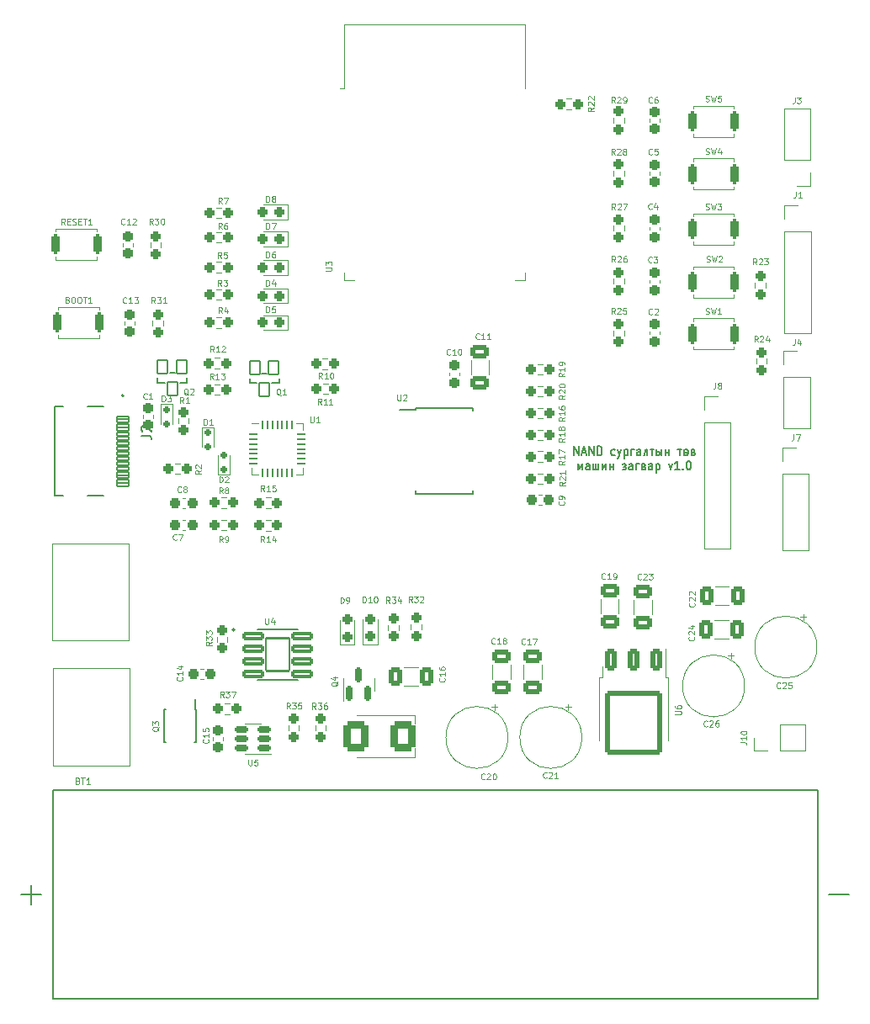
<source format=gto>
G04 #@! TF.GenerationSoftware,KiCad,Pcbnew,7.0.8*
G04 #@! TF.CreationDate,2023-11-10T10:01:46+08:00*
G04 #@! TF.ProjectId,ESPCARproject,45535043-4152-4707-926f-6a6563742e6b,rev?*
G04 #@! TF.SameCoordinates,Original*
G04 #@! TF.FileFunction,Legend,Top*
G04 #@! TF.FilePolarity,Positive*
%FSLAX46Y46*%
G04 Gerber Fmt 4.6, Leading zero omitted, Abs format (unit mm)*
G04 Created by KiCad (PCBNEW 7.0.8) date 2023-11-10 10:01:46*
%MOMM*%
%LPD*%
G01*
G04 APERTURE LIST*
G04 Aperture macros list*
%AMRoundRect*
0 Rectangle with rounded corners*
0 $1 Rounding radius*
0 $2 $3 $4 $5 $6 $7 $8 $9 X,Y pos of 4 corners*
0 Add a 4 corners polygon primitive as box body*
4,1,4,$2,$3,$4,$5,$6,$7,$8,$9,$2,$3,0*
0 Add four circle primitives for the rounded corners*
1,1,$1+$1,$2,$3*
1,1,$1+$1,$4,$5*
1,1,$1+$1,$6,$7*
1,1,$1+$1,$8,$9*
0 Add four rect primitives between the rounded corners*
20,1,$1+$1,$2,$3,$4,$5,0*
20,1,$1+$1,$4,$5,$6,$7,0*
20,1,$1+$1,$6,$7,$8,$9,0*
20,1,$1+$1,$8,$9,$2,$3,0*%
G04 Aperture macros list end*
%ADD10C,0.150000*%
%ADD11C,0.100000*%
%ADD12C,0.127000*%
%ADD13C,0.120000*%
%ADD14C,0.200000*%
%ADD15RoundRect,0.102000X0.500000X0.700000X-0.500000X0.700000X-0.500000X-0.700000X0.500000X-0.700000X0*%
%ADD16RoundRect,0.237500X0.237500X-0.250000X0.237500X0.250000X-0.237500X0.250000X-0.237500X-0.250000X0*%
%ADD17C,0.650000*%
%ADD18RoundRect,0.102000X-0.570000X0.150000X-0.570000X-0.150000X0.570000X-0.150000X0.570000X0.150000X0*%
%ADD19O,2.204000X1.204000*%
%ADD20O,2.004000X1.104000*%
%ADD21RoundRect,0.237500X-0.237500X0.250000X-0.237500X-0.250000X0.237500X-0.250000X0.237500X0.250000X0*%
%ADD22RoundRect,0.237500X-0.250000X-0.237500X0.250000X-0.237500X0.250000X0.237500X-0.250000X0.237500X0*%
%ADD23R,1.700000X1.700000*%
%ADD24O,1.700000X1.700000*%
%ADD25RoundRect,0.237500X0.237500X-0.300000X0.237500X0.300000X-0.237500X0.300000X-0.237500X-0.300000X0*%
%ADD26RoundRect,0.237500X-0.237500X0.300000X-0.237500X-0.300000X0.237500X-0.300000X0.237500X0.300000X0*%
%ADD27RoundRect,0.200000X-0.200000X-0.800000X0.200000X-0.800000X0.200000X0.800000X-0.200000X0.800000X0*%
%ADD28RoundRect,0.237500X0.300000X0.237500X-0.300000X0.237500X-0.300000X-0.237500X0.300000X-0.237500X0*%
%ADD29RoundRect,0.144000X-0.943000X-0.258000X0.943000X-0.258000X0.943000X0.258000X-0.943000X0.258000X0*%
%ADD30RoundRect,0.102000X-1.206500X-1.651000X1.206500X-1.651000X1.206500X1.651000X-1.206500X1.651000X0*%
%ADD31RoundRect,0.237500X0.237500X-0.287500X0.237500X0.287500X-0.237500X0.287500X-0.237500X-0.287500X0*%
%ADD32RoundRect,0.150000X-0.200000X0.150000X-0.200000X-0.150000X0.200000X-0.150000X0.200000X0.150000X0*%
%ADD33RoundRect,0.237500X0.250000X0.237500X-0.250000X0.237500X-0.250000X-0.237500X0.250000X-0.237500X0*%
%ADD34RoundRect,0.237500X-0.300000X-0.237500X0.300000X-0.237500X0.300000X0.237500X-0.300000X0.237500X0*%
%ADD35R,1.500000X0.900000*%
%ADD36R,0.900000X1.500000*%
%ADD37C,0.600000*%
%ADD38R,4.200000X4.200000*%
%ADD39RoundRect,0.150000X0.150000X-0.587500X0.150000X0.587500X-0.150000X0.587500X-0.150000X-0.587500X0*%
%ADD40C,3.000000*%
%ADD41RoundRect,0.250000X-0.650000X0.412500X-0.650000X-0.412500X0.650000X-0.412500X0.650000X0.412500X0*%
%ADD42RoundRect,0.150000X0.200000X-0.150000X0.200000X0.150000X-0.200000X0.150000X-0.200000X-0.150000X0*%
%ADD43R,0.400000X1.100000*%
%ADD44RoundRect,0.237500X0.287500X0.237500X-0.287500X0.237500X-0.287500X-0.237500X0.287500X-0.237500X0*%
%ADD45R,1.600000X1.600000*%
%ADD46C,1.600000*%
%ADD47RoundRect,0.150000X0.512500X0.150000X-0.512500X0.150000X-0.512500X-0.150000X0.512500X-0.150000X0*%
%ADD48RoundRect,0.250000X-0.350000X0.850000X-0.350000X-0.850000X0.350000X-0.850000X0.350000X0.850000X0*%
%ADD49RoundRect,0.249997X-2.650003X2.950003X-2.650003X-2.950003X2.650003X-2.950003X2.650003X2.950003X0*%
%ADD50RoundRect,0.250000X0.412500X0.650000X-0.412500X0.650000X-0.412500X-0.650000X0.412500X-0.650000X0*%
%ADD51C,3.200000*%
%ADD52O,2.274000X4.344000*%
%ADD53R,1.750000X0.450000*%
%ADD54RoundRect,0.062500X-0.337500X-0.062500X0.337500X-0.062500X0.337500X0.062500X-0.337500X0.062500X0*%
%ADD55RoundRect,0.062500X-0.062500X-0.337500X0.062500X-0.337500X0.062500X0.337500X-0.062500X0.337500X0*%
%ADD56R,3.350000X3.350000*%
%ADD57C,9.000000*%
%ADD58RoundRect,0.250000X-0.412500X-0.650000X0.412500X-0.650000X0.412500X0.650000X-0.412500X0.650000X0*%
%ADD59RoundRect,0.373135X0.876865X1.126865X-0.876865X1.126865X-0.876865X-1.126865X0.876865X-1.126865X0*%
G04 APERTURE END LIST*
D10*
X161672857Y-85413057D02*
X161672857Y-84513057D01*
X161672857Y-84513057D02*
X162130000Y-85413057D01*
X162130000Y-85413057D02*
X162130000Y-84513057D01*
X162472856Y-85155914D02*
X162853809Y-85155914D01*
X162396666Y-85413057D02*
X162663333Y-84513057D01*
X162663333Y-84513057D02*
X162929999Y-85413057D01*
X163196666Y-85413057D02*
X163196666Y-84513057D01*
X163196666Y-84513057D02*
X163653809Y-85413057D01*
X163653809Y-85413057D02*
X163653809Y-84513057D01*
X164034761Y-85413057D02*
X164034761Y-84513057D01*
X164034761Y-84513057D02*
X164225237Y-84513057D01*
X164225237Y-84513057D02*
X164339523Y-84555914D01*
X164339523Y-84555914D02*
X164415713Y-84641628D01*
X164415713Y-84641628D02*
X164453808Y-84727342D01*
X164453808Y-84727342D02*
X164491904Y-84898771D01*
X164491904Y-84898771D02*
X164491904Y-85027342D01*
X164491904Y-85027342D02*
X164453808Y-85198771D01*
X164453808Y-85198771D02*
X164415713Y-85284485D01*
X164415713Y-85284485D02*
X164339523Y-85370200D01*
X164339523Y-85370200D02*
X164225237Y-85413057D01*
X164225237Y-85413057D02*
X164034761Y-85413057D01*
X165787142Y-85370200D02*
X165710951Y-85413057D01*
X165710951Y-85413057D02*
X165558570Y-85413057D01*
X165558570Y-85413057D02*
X165482380Y-85370200D01*
X165482380Y-85370200D02*
X165444285Y-85327342D01*
X165444285Y-85327342D02*
X165406189Y-85241628D01*
X165406189Y-85241628D02*
X165406189Y-84984485D01*
X165406189Y-84984485D02*
X165444285Y-84898771D01*
X165444285Y-84898771D02*
X165482380Y-84855914D01*
X165482380Y-84855914D02*
X165558570Y-84813057D01*
X165558570Y-84813057D02*
X165710951Y-84813057D01*
X165710951Y-84813057D02*
X165787142Y-84855914D01*
X166053808Y-84813057D02*
X166244284Y-85413057D01*
X166434761Y-84813057D02*
X166244284Y-85413057D01*
X166244284Y-85413057D02*
X166168094Y-85627342D01*
X166168094Y-85627342D02*
X166129999Y-85670200D01*
X166129999Y-85670200D02*
X166053808Y-85713057D01*
X166739523Y-84813057D02*
X166739523Y-85713057D01*
X166739523Y-84855914D02*
X166815713Y-84813057D01*
X166815713Y-84813057D02*
X166968094Y-84813057D01*
X166968094Y-84813057D02*
X167044285Y-84855914D01*
X167044285Y-84855914D02*
X167082380Y-84898771D01*
X167082380Y-84898771D02*
X167120475Y-84984485D01*
X167120475Y-84984485D02*
X167120475Y-85241628D01*
X167120475Y-85241628D02*
X167082380Y-85327342D01*
X167082380Y-85327342D02*
X167044285Y-85370200D01*
X167044285Y-85370200D02*
X166968094Y-85413057D01*
X166968094Y-85413057D02*
X166815713Y-85413057D01*
X166815713Y-85413057D02*
X166739523Y-85370200D01*
X167463333Y-85413057D02*
X167463333Y-84813057D01*
X167463333Y-84813057D02*
X167768095Y-84813057D01*
X168377619Y-85413057D02*
X168377619Y-84941628D01*
X168377619Y-84941628D02*
X168339524Y-84855914D01*
X168339524Y-84855914D02*
X168263333Y-84813057D01*
X168263333Y-84813057D02*
X168110952Y-84813057D01*
X168110952Y-84813057D02*
X168034762Y-84855914D01*
X168377619Y-85370200D02*
X168301428Y-85413057D01*
X168301428Y-85413057D02*
X168110952Y-85413057D01*
X168110952Y-85413057D02*
X168034762Y-85370200D01*
X168034762Y-85370200D02*
X167996666Y-85284485D01*
X167996666Y-85284485D02*
X167996666Y-85198771D01*
X167996666Y-85198771D02*
X168034762Y-85113057D01*
X168034762Y-85113057D02*
X168110952Y-85070200D01*
X168110952Y-85070200D02*
X168301428Y-85070200D01*
X168301428Y-85070200D02*
X168377619Y-85027342D01*
X169063334Y-85413057D02*
X169063334Y-84813057D01*
X169063334Y-84813057D02*
X168949048Y-84813057D01*
X168949048Y-84813057D02*
X168872857Y-84855914D01*
X168872857Y-84855914D02*
X168834762Y-84941628D01*
X168834762Y-84941628D02*
X168796667Y-85284485D01*
X168796667Y-85284485D02*
X168758572Y-85370200D01*
X168758572Y-85370200D02*
X168682381Y-85413057D01*
X169330000Y-84813057D02*
X169710952Y-84813057D01*
X169520476Y-84813057D02*
X169520476Y-85413057D01*
X170510952Y-84813057D02*
X170510952Y-85413057D01*
X169977619Y-84813057D02*
X169977619Y-85413057D01*
X169977619Y-85413057D02*
X170168095Y-85413057D01*
X170168095Y-85413057D02*
X170244285Y-85370200D01*
X170244285Y-85370200D02*
X170282381Y-85284485D01*
X170282381Y-85284485D02*
X170282381Y-85155914D01*
X170282381Y-85155914D02*
X170244285Y-85070200D01*
X170244285Y-85070200D02*
X170168095Y-85027342D01*
X170168095Y-85027342D02*
X169977619Y-85027342D01*
X170891905Y-85113057D02*
X171234762Y-85113057D01*
X170891905Y-84813057D02*
X170891905Y-85413057D01*
X171234762Y-84813057D02*
X171234762Y-85413057D01*
X172110953Y-84813057D02*
X172491905Y-84813057D01*
X172301429Y-84813057D02*
X172301429Y-85413057D01*
X172720476Y-85113057D02*
X173139524Y-85113057D01*
X172872857Y-85413057D02*
X172796667Y-85370200D01*
X172796667Y-85370200D02*
X172758572Y-85327342D01*
X172758572Y-85327342D02*
X172720476Y-85241628D01*
X172720476Y-85241628D02*
X172720476Y-84984485D01*
X172720476Y-84984485D02*
X172758572Y-84898771D01*
X172758572Y-84898771D02*
X172796667Y-84855914D01*
X172796667Y-84855914D02*
X172872857Y-84813057D01*
X172872857Y-84813057D02*
X172987143Y-84813057D01*
X172987143Y-84813057D02*
X173063334Y-84855914D01*
X173063334Y-84855914D02*
X173101429Y-84898771D01*
X173101429Y-84898771D02*
X173139524Y-84984485D01*
X173139524Y-84984485D02*
X173139524Y-85241628D01*
X173139524Y-85241628D02*
X173101429Y-85327342D01*
X173101429Y-85327342D02*
X173063334Y-85370200D01*
X173063334Y-85370200D02*
X172987143Y-85413057D01*
X172987143Y-85413057D02*
X172872857Y-85413057D01*
X173672858Y-85113057D02*
X173787144Y-85155914D01*
X173787144Y-85155914D02*
X173825239Y-85241628D01*
X173825239Y-85241628D02*
X173825239Y-85284485D01*
X173825239Y-85284485D02*
X173787144Y-85370200D01*
X173787144Y-85370200D02*
X173710953Y-85413057D01*
X173710953Y-85413057D02*
X173482382Y-85413057D01*
X173482382Y-85413057D02*
X173482382Y-84813057D01*
X173482382Y-84813057D02*
X173672858Y-84813057D01*
X173672858Y-84813057D02*
X173749048Y-84855914D01*
X173749048Y-84855914D02*
X173787144Y-84941628D01*
X173787144Y-84941628D02*
X173787144Y-84984485D01*
X173787144Y-84984485D02*
X173749048Y-85070200D01*
X173749048Y-85070200D02*
X173672858Y-85113057D01*
X173672858Y-85113057D02*
X173482382Y-85113057D01*
X162053808Y-86862057D02*
X162053808Y-86262057D01*
X162053808Y-86262057D02*
X162282379Y-86733485D01*
X162282379Y-86733485D02*
X162510951Y-86262057D01*
X162510951Y-86262057D02*
X162510951Y-86862057D01*
X163234760Y-86862057D02*
X163234760Y-86390628D01*
X163234760Y-86390628D02*
X163196665Y-86304914D01*
X163196665Y-86304914D02*
X163120474Y-86262057D01*
X163120474Y-86262057D02*
X162968093Y-86262057D01*
X162968093Y-86262057D02*
X162891903Y-86304914D01*
X163234760Y-86819200D02*
X163158569Y-86862057D01*
X163158569Y-86862057D02*
X162968093Y-86862057D01*
X162968093Y-86862057D02*
X162891903Y-86819200D01*
X162891903Y-86819200D02*
X162853807Y-86733485D01*
X162853807Y-86733485D02*
X162853807Y-86647771D01*
X162853807Y-86647771D02*
X162891903Y-86562057D01*
X162891903Y-86562057D02*
X162968093Y-86519200D01*
X162968093Y-86519200D02*
X163158569Y-86519200D01*
X163158569Y-86519200D02*
X163234760Y-86476342D01*
X163882379Y-86262057D02*
X163882379Y-86862057D01*
X163615713Y-86262057D02*
X163615713Y-86862057D01*
X163615713Y-86862057D02*
X164149046Y-86862057D01*
X164149046Y-86862057D02*
X164149046Y-86262057D01*
X164529999Y-86262057D02*
X164529999Y-86862057D01*
X164529999Y-86862057D02*
X164910951Y-86262057D01*
X164910951Y-86262057D02*
X164910951Y-86862057D01*
X165291904Y-86562057D02*
X165634761Y-86562057D01*
X165291904Y-86262057D02*
X165291904Y-86862057D01*
X165634761Y-86262057D02*
X165634761Y-86862057D01*
X166701428Y-86562057D02*
X166777619Y-86562057D01*
X166549047Y-86304914D02*
X166625238Y-86262057D01*
X166625238Y-86262057D02*
X166777619Y-86262057D01*
X166777619Y-86262057D02*
X166853809Y-86304914D01*
X166853809Y-86304914D02*
X166891904Y-86390628D01*
X166891904Y-86390628D02*
X166891904Y-86433485D01*
X166891904Y-86433485D02*
X166853809Y-86519200D01*
X166853809Y-86519200D02*
X166777619Y-86562057D01*
X166777619Y-86562057D02*
X166853809Y-86604914D01*
X166853809Y-86604914D02*
X166891904Y-86690628D01*
X166891904Y-86690628D02*
X166891904Y-86733485D01*
X166891904Y-86733485D02*
X166853809Y-86819200D01*
X166853809Y-86819200D02*
X166777619Y-86862057D01*
X166777619Y-86862057D02*
X166625238Y-86862057D01*
X166625238Y-86862057D02*
X166549047Y-86819200D01*
X167577619Y-86862057D02*
X167577619Y-86390628D01*
X167577619Y-86390628D02*
X167539524Y-86304914D01*
X167539524Y-86304914D02*
X167463333Y-86262057D01*
X167463333Y-86262057D02*
X167310952Y-86262057D01*
X167310952Y-86262057D02*
X167234762Y-86304914D01*
X167577619Y-86819200D02*
X167501428Y-86862057D01*
X167501428Y-86862057D02*
X167310952Y-86862057D01*
X167310952Y-86862057D02*
X167234762Y-86819200D01*
X167234762Y-86819200D02*
X167196666Y-86733485D01*
X167196666Y-86733485D02*
X167196666Y-86647771D01*
X167196666Y-86647771D02*
X167234762Y-86562057D01*
X167234762Y-86562057D02*
X167310952Y-86519200D01*
X167310952Y-86519200D02*
X167501428Y-86519200D01*
X167501428Y-86519200D02*
X167577619Y-86476342D01*
X167958572Y-86862057D02*
X167958572Y-86262057D01*
X167958572Y-86262057D02*
X168263334Y-86262057D01*
X168720477Y-86562057D02*
X168834763Y-86604914D01*
X168834763Y-86604914D02*
X168872858Y-86690628D01*
X168872858Y-86690628D02*
X168872858Y-86733485D01*
X168872858Y-86733485D02*
X168834763Y-86819200D01*
X168834763Y-86819200D02*
X168758572Y-86862057D01*
X168758572Y-86862057D02*
X168530001Y-86862057D01*
X168530001Y-86862057D02*
X168530001Y-86262057D01*
X168530001Y-86262057D02*
X168720477Y-86262057D01*
X168720477Y-86262057D02*
X168796667Y-86304914D01*
X168796667Y-86304914D02*
X168834763Y-86390628D01*
X168834763Y-86390628D02*
X168834763Y-86433485D01*
X168834763Y-86433485D02*
X168796667Y-86519200D01*
X168796667Y-86519200D02*
X168720477Y-86562057D01*
X168720477Y-86562057D02*
X168530001Y-86562057D01*
X169558572Y-86862057D02*
X169558572Y-86390628D01*
X169558572Y-86390628D02*
X169520477Y-86304914D01*
X169520477Y-86304914D02*
X169444286Y-86262057D01*
X169444286Y-86262057D02*
X169291905Y-86262057D01*
X169291905Y-86262057D02*
X169215715Y-86304914D01*
X169558572Y-86819200D02*
X169482381Y-86862057D01*
X169482381Y-86862057D02*
X169291905Y-86862057D01*
X169291905Y-86862057D02*
X169215715Y-86819200D01*
X169215715Y-86819200D02*
X169177619Y-86733485D01*
X169177619Y-86733485D02*
X169177619Y-86647771D01*
X169177619Y-86647771D02*
X169215715Y-86562057D01*
X169215715Y-86562057D02*
X169291905Y-86519200D01*
X169291905Y-86519200D02*
X169482381Y-86519200D01*
X169482381Y-86519200D02*
X169558572Y-86476342D01*
X169939525Y-86262057D02*
X169939525Y-87162057D01*
X169939525Y-86304914D02*
X170015715Y-86262057D01*
X170015715Y-86262057D02*
X170168096Y-86262057D01*
X170168096Y-86262057D02*
X170244287Y-86304914D01*
X170244287Y-86304914D02*
X170282382Y-86347771D01*
X170282382Y-86347771D02*
X170320477Y-86433485D01*
X170320477Y-86433485D02*
X170320477Y-86690628D01*
X170320477Y-86690628D02*
X170282382Y-86776342D01*
X170282382Y-86776342D02*
X170244287Y-86819200D01*
X170244287Y-86819200D02*
X170168096Y-86862057D01*
X170168096Y-86862057D02*
X170015715Y-86862057D01*
X170015715Y-86862057D02*
X169939525Y-86819200D01*
X171196668Y-86262057D02*
X171387144Y-86862057D01*
X171387144Y-86862057D02*
X171577621Y-86262057D01*
X172301430Y-86862057D02*
X171844287Y-86862057D01*
X172072859Y-86862057D02*
X172072859Y-85962057D01*
X172072859Y-85962057D02*
X171996668Y-86090628D01*
X171996668Y-86090628D02*
X171920478Y-86176342D01*
X171920478Y-86176342D02*
X171844287Y-86219200D01*
X172644288Y-86776342D02*
X172682383Y-86819200D01*
X172682383Y-86819200D02*
X172644288Y-86862057D01*
X172644288Y-86862057D02*
X172606192Y-86819200D01*
X172606192Y-86819200D02*
X172644288Y-86776342D01*
X172644288Y-86776342D02*
X172644288Y-86862057D01*
X173177621Y-85962057D02*
X173253811Y-85962057D01*
X173253811Y-85962057D02*
X173330002Y-86004914D01*
X173330002Y-86004914D02*
X173368097Y-86047771D01*
X173368097Y-86047771D02*
X173406192Y-86133485D01*
X173406192Y-86133485D02*
X173444287Y-86304914D01*
X173444287Y-86304914D02*
X173444287Y-86519200D01*
X173444287Y-86519200D02*
X173406192Y-86690628D01*
X173406192Y-86690628D02*
X173368097Y-86776342D01*
X173368097Y-86776342D02*
X173330002Y-86819200D01*
X173330002Y-86819200D02*
X173253811Y-86862057D01*
X173253811Y-86862057D02*
X173177621Y-86862057D01*
X173177621Y-86862057D02*
X173101430Y-86819200D01*
X173101430Y-86819200D02*
X173063335Y-86776342D01*
X173063335Y-86776342D02*
X173025240Y-86690628D01*
X173025240Y-86690628D02*
X172987144Y-86519200D01*
X172987144Y-86519200D02*
X172987144Y-86304914D01*
X172987144Y-86304914D02*
X173025240Y-86133485D01*
X173025240Y-86133485D02*
X173063335Y-86047771D01*
X173063335Y-86047771D02*
X173101430Y-86004914D01*
X173101430Y-86004914D02*
X173177621Y-85962057D01*
D11*
X122852857Y-79339514D02*
X122795714Y-79310942D01*
X122795714Y-79310942D02*
X122738571Y-79253800D01*
X122738571Y-79253800D02*
X122652857Y-79168085D01*
X122652857Y-79168085D02*
X122595714Y-79139514D01*
X122595714Y-79139514D02*
X122538571Y-79139514D01*
X122567142Y-79282371D02*
X122510000Y-79253800D01*
X122510000Y-79253800D02*
X122452857Y-79196657D01*
X122452857Y-79196657D02*
X122424285Y-79082371D01*
X122424285Y-79082371D02*
X122424285Y-78882371D01*
X122424285Y-78882371D02*
X122452857Y-78768085D01*
X122452857Y-78768085D02*
X122510000Y-78710942D01*
X122510000Y-78710942D02*
X122567142Y-78682371D01*
X122567142Y-78682371D02*
X122681428Y-78682371D01*
X122681428Y-78682371D02*
X122738571Y-78710942D01*
X122738571Y-78710942D02*
X122795714Y-78768085D01*
X122795714Y-78768085D02*
X122824285Y-78882371D01*
X122824285Y-78882371D02*
X122824285Y-79082371D01*
X122824285Y-79082371D02*
X122795714Y-79196657D01*
X122795714Y-79196657D02*
X122738571Y-79253800D01*
X122738571Y-79253800D02*
X122681428Y-79282371D01*
X122681428Y-79282371D02*
X122567142Y-79282371D01*
X123052856Y-78739514D02*
X123081428Y-78710942D01*
X123081428Y-78710942D02*
X123138571Y-78682371D01*
X123138571Y-78682371D02*
X123281428Y-78682371D01*
X123281428Y-78682371D02*
X123338571Y-78710942D01*
X123338571Y-78710942D02*
X123367142Y-78739514D01*
X123367142Y-78739514D02*
X123395713Y-78796657D01*
X123395713Y-78796657D02*
X123395713Y-78853800D01*
X123395713Y-78853800D02*
X123367142Y-78939514D01*
X123367142Y-78939514D02*
X123024285Y-79282371D01*
X123024285Y-79282371D02*
X123395713Y-79282371D01*
X125222371Y-104195714D02*
X124936657Y-104395714D01*
X125222371Y-104538571D02*
X124622371Y-104538571D01*
X124622371Y-104538571D02*
X124622371Y-104310000D01*
X124622371Y-104310000D02*
X124650942Y-104252857D01*
X124650942Y-104252857D02*
X124679514Y-104224286D01*
X124679514Y-104224286D02*
X124736657Y-104195714D01*
X124736657Y-104195714D02*
X124822371Y-104195714D01*
X124822371Y-104195714D02*
X124879514Y-104224286D01*
X124879514Y-104224286D02*
X124908085Y-104252857D01*
X124908085Y-104252857D02*
X124936657Y-104310000D01*
X124936657Y-104310000D02*
X124936657Y-104538571D01*
X124622371Y-103995714D02*
X124622371Y-103624286D01*
X124622371Y-103624286D02*
X124850942Y-103824286D01*
X124850942Y-103824286D02*
X124850942Y-103738571D01*
X124850942Y-103738571D02*
X124879514Y-103681429D01*
X124879514Y-103681429D02*
X124908085Y-103652857D01*
X124908085Y-103652857D02*
X124965228Y-103624286D01*
X124965228Y-103624286D02*
X125108085Y-103624286D01*
X125108085Y-103624286D02*
X125165228Y-103652857D01*
X125165228Y-103652857D02*
X125193800Y-103681429D01*
X125193800Y-103681429D02*
X125222371Y-103738571D01*
X125222371Y-103738571D02*
X125222371Y-103910000D01*
X125222371Y-103910000D02*
X125193800Y-103967143D01*
X125193800Y-103967143D02*
X125165228Y-103995714D01*
X124622371Y-103424285D02*
X124622371Y-103052857D01*
X124622371Y-103052857D02*
X124850942Y-103252857D01*
X124850942Y-103252857D02*
X124850942Y-103167142D01*
X124850942Y-103167142D02*
X124879514Y-103110000D01*
X124879514Y-103110000D02*
X124908085Y-103081428D01*
X124908085Y-103081428D02*
X124965228Y-103052857D01*
X124965228Y-103052857D02*
X125108085Y-103052857D01*
X125108085Y-103052857D02*
X125165228Y-103081428D01*
X125165228Y-103081428D02*
X125193800Y-103110000D01*
X125193800Y-103110000D02*
X125222371Y-103167142D01*
X125222371Y-103167142D02*
X125222371Y-103338571D01*
X125222371Y-103338571D02*
X125193800Y-103395714D01*
X125193800Y-103395714D02*
X125165228Y-103424285D01*
D10*
X118159819Y-83428333D02*
X118874104Y-83428333D01*
X118874104Y-83428333D02*
X119016961Y-83475952D01*
X119016961Y-83475952D02*
X119112200Y-83571190D01*
X119112200Y-83571190D02*
X119159819Y-83714047D01*
X119159819Y-83714047D02*
X119159819Y-83809285D01*
X118255057Y-82999761D02*
X118207438Y-82952142D01*
X118207438Y-82952142D02*
X118159819Y-82856904D01*
X118159819Y-82856904D02*
X118159819Y-82618809D01*
X118159819Y-82618809D02*
X118207438Y-82523571D01*
X118207438Y-82523571D02*
X118255057Y-82475952D01*
X118255057Y-82475952D02*
X118350295Y-82428333D01*
X118350295Y-82428333D02*
X118445533Y-82428333D01*
X118445533Y-82428333D02*
X118588390Y-82475952D01*
X118588390Y-82475952D02*
X119159819Y-83047380D01*
X119159819Y-83047380D02*
X119159819Y-82428333D01*
D11*
X119304285Y-62179871D02*
X119104285Y-61894157D01*
X118961428Y-62179871D02*
X118961428Y-61579871D01*
X118961428Y-61579871D02*
X119189999Y-61579871D01*
X119189999Y-61579871D02*
X119247142Y-61608442D01*
X119247142Y-61608442D02*
X119275713Y-61637014D01*
X119275713Y-61637014D02*
X119304285Y-61694157D01*
X119304285Y-61694157D02*
X119304285Y-61779871D01*
X119304285Y-61779871D02*
X119275713Y-61837014D01*
X119275713Y-61837014D02*
X119247142Y-61865585D01*
X119247142Y-61865585D02*
X119189999Y-61894157D01*
X119189999Y-61894157D02*
X118961428Y-61894157D01*
X119504285Y-61579871D02*
X119875713Y-61579871D01*
X119875713Y-61579871D02*
X119675713Y-61808442D01*
X119675713Y-61808442D02*
X119761428Y-61808442D01*
X119761428Y-61808442D02*
X119818571Y-61837014D01*
X119818571Y-61837014D02*
X119847142Y-61865585D01*
X119847142Y-61865585D02*
X119875713Y-61922728D01*
X119875713Y-61922728D02*
X119875713Y-62065585D01*
X119875713Y-62065585D02*
X119847142Y-62122728D01*
X119847142Y-62122728D02*
X119818571Y-62151300D01*
X119818571Y-62151300D02*
X119761428Y-62179871D01*
X119761428Y-62179871D02*
X119589999Y-62179871D01*
X119589999Y-62179871D02*
X119532856Y-62151300D01*
X119532856Y-62151300D02*
X119504285Y-62122728D01*
X120247142Y-61579871D02*
X120304285Y-61579871D01*
X120304285Y-61579871D02*
X120361428Y-61608442D01*
X120361428Y-61608442D02*
X120390000Y-61637014D01*
X120390000Y-61637014D02*
X120418571Y-61694157D01*
X120418571Y-61694157D02*
X120447142Y-61808442D01*
X120447142Y-61808442D02*
X120447142Y-61951300D01*
X120447142Y-61951300D02*
X120418571Y-62065585D01*
X120418571Y-62065585D02*
X120390000Y-62122728D01*
X120390000Y-62122728D02*
X120361428Y-62151300D01*
X120361428Y-62151300D02*
X120304285Y-62179871D01*
X120304285Y-62179871D02*
X120247142Y-62179871D01*
X120247142Y-62179871D02*
X120190000Y-62151300D01*
X120190000Y-62151300D02*
X120161428Y-62122728D01*
X120161428Y-62122728D02*
X120132857Y-62065585D01*
X120132857Y-62065585D02*
X120104285Y-61951300D01*
X120104285Y-61951300D02*
X120104285Y-61808442D01*
X120104285Y-61808442D02*
X120132857Y-61694157D01*
X120132857Y-61694157D02*
X120161428Y-61637014D01*
X120161428Y-61637014D02*
X120190000Y-61608442D01*
X120190000Y-61608442D02*
X120247142Y-61579871D01*
X180054285Y-66207371D02*
X179854285Y-65921657D01*
X179711428Y-66207371D02*
X179711428Y-65607371D01*
X179711428Y-65607371D02*
X179939999Y-65607371D01*
X179939999Y-65607371D02*
X179997142Y-65635942D01*
X179997142Y-65635942D02*
X180025713Y-65664514D01*
X180025713Y-65664514D02*
X180054285Y-65721657D01*
X180054285Y-65721657D02*
X180054285Y-65807371D01*
X180054285Y-65807371D02*
X180025713Y-65864514D01*
X180025713Y-65864514D02*
X179997142Y-65893085D01*
X179997142Y-65893085D02*
X179939999Y-65921657D01*
X179939999Y-65921657D02*
X179711428Y-65921657D01*
X180282856Y-65664514D02*
X180311428Y-65635942D01*
X180311428Y-65635942D02*
X180368571Y-65607371D01*
X180368571Y-65607371D02*
X180511428Y-65607371D01*
X180511428Y-65607371D02*
X180568571Y-65635942D01*
X180568571Y-65635942D02*
X180597142Y-65664514D01*
X180597142Y-65664514D02*
X180625713Y-65721657D01*
X180625713Y-65721657D02*
X180625713Y-65778800D01*
X180625713Y-65778800D02*
X180597142Y-65864514D01*
X180597142Y-65864514D02*
X180254285Y-66207371D01*
X180254285Y-66207371D02*
X180625713Y-66207371D01*
X180825714Y-65607371D02*
X181197142Y-65607371D01*
X181197142Y-65607371D02*
X180997142Y-65835942D01*
X180997142Y-65835942D02*
X181082857Y-65835942D01*
X181082857Y-65835942D02*
X181140000Y-65864514D01*
X181140000Y-65864514D02*
X181168571Y-65893085D01*
X181168571Y-65893085D02*
X181197142Y-65950228D01*
X181197142Y-65950228D02*
X181197142Y-66093085D01*
X181197142Y-66093085D02*
X181168571Y-66150228D01*
X181168571Y-66150228D02*
X181140000Y-66178800D01*
X181140000Y-66178800D02*
X181082857Y-66207371D01*
X181082857Y-66207371D02*
X180911428Y-66207371D01*
X180911428Y-66207371D02*
X180854285Y-66178800D01*
X180854285Y-66178800D02*
X180825714Y-66150228D01*
X136334285Y-77691621D02*
X136134285Y-77405907D01*
X135991428Y-77691621D02*
X135991428Y-77091621D01*
X135991428Y-77091621D02*
X136219999Y-77091621D01*
X136219999Y-77091621D02*
X136277142Y-77120192D01*
X136277142Y-77120192D02*
X136305713Y-77148764D01*
X136305713Y-77148764D02*
X136334285Y-77205907D01*
X136334285Y-77205907D02*
X136334285Y-77291621D01*
X136334285Y-77291621D02*
X136305713Y-77348764D01*
X136305713Y-77348764D02*
X136277142Y-77377335D01*
X136277142Y-77377335D02*
X136219999Y-77405907D01*
X136219999Y-77405907D02*
X135991428Y-77405907D01*
X136905713Y-77691621D02*
X136562856Y-77691621D01*
X136734285Y-77691621D02*
X136734285Y-77091621D01*
X136734285Y-77091621D02*
X136677142Y-77177335D01*
X136677142Y-77177335D02*
X136619999Y-77234478D01*
X136619999Y-77234478D02*
X136562856Y-77263050D01*
X137277142Y-77091621D02*
X137334285Y-77091621D01*
X137334285Y-77091621D02*
X137391428Y-77120192D01*
X137391428Y-77120192D02*
X137420000Y-77148764D01*
X137420000Y-77148764D02*
X137448571Y-77205907D01*
X137448571Y-77205907D02*
X137477142Y-77320192D01*
X137477142Y-77320192D02*
X137477142Y-77463050D01*
X137477142Y-77463050D02*
X137448571Y-77577335D01*
X137448571Y-77577335D02*
X137420000Y-77634478D01*
X137420000Y-77634478D02*
X137391428Y-77663050D01*
X137391428Y-77663050D02*
X137334285Y-77691621D01*
X137334285Y-77691621D02*
X137277142Y-77691621D01*
X137277142Y-77691621D02*
X137220000Y-77663050D01*
X137220000Y-77663050D02*
X137191428Y-77634478D01*
X137191428Y-77634478D02*
X137162857Y-77577335D01*
X137162857Y-77577335D02*
X137134285Y-77463050D01*
X137134285Y-77463050D02*
X137134285Y-77320192D01*
X137134285Y-77320192D02*
X137162857Y-77205907D01*
X137162857Y-77205907D02*
X137191428Y-77148764D01*
X137191428Y-77148764D02*
X137220000Y-77120192D01*
X137220000Y-77120192D02*
X137277142Y-77091621D01*
X143134285Y-100267371D02*
X142934285Y-99981657D01*
X142791428Y-100267371D02*
X142791428Y-99667371D01*
X142791428Y-99667371D02*
X143019999Y-99667371D01*
X143019999Y-99667371D02*
X143077142Y-99695942D01*
X143077142Y-99695942D02*
X143105713Y-99724514D01*
X143105713Y-99724514D02*
X143134285Y-99781657D01*
X143134285Y-99781657D02*
X143134285Y-99867371D01*
X143134285Y-99867371D02*
X143105713Y-99924514D01*
X143105713Y-99924514D02*
X143077142Y-99953085D01*
X143077142Y-99953085D02*
X143019999Y-99981657D01*
X143019999Y-99981657D02*
X142791428Y-99981657D01*
X143334285Y-99667371D02*
X143705713Y-99667371D01*
X143705713Y-99667371D02*
X143505713Y-99895942D01*
X143505713Y-99895942D02*
X143591428Y-99895942D01*
X143591428Y-99895942D02*
X143648571Y-99924514D01*
X143648571Y-99924514D02*
X143677142Y-99953085D01*
X143677142Y-99953085D02*
X143705713Y-100010228D01*
X143705713Y-100010228D02*
X143705713Y-100153085D01*
X143705713Y-100153085D02*
X143677142Y-100210228D01*
X143677142Y-100210228D02*
X143648571Y-100238800D01*
X143648571Y-100238800D02*
X143591428Y-100267371D01*
X143591428Y-100267371D02*
X143419999Y-100267371D01*
X143419999Y-100267371D02*
X143362856Y-100238800D01*
X143362856Y-100238800D02*
X143334285Y-100210228D01*
X144220000Y-99867371D02*
X144220000Y-100267371D01*
X144077142Y-99638800D02*
X143934285Y-100067371D01*
X143934285Y-100067371D02*
X144305714Y-100067371D01*
X175919999Y-78132371D02*
X175919999Y-78560942D01*
X175919999Y-78560942D02*
X175891428Y-78646657D01*
X175891428Y-78646657D02*
X175834285Y-78703800D01*
X175834285Y-78703800D02*
X175748571Y-78732371D01*
X175748571Y-78732371D02*
X175691428Y-78732371D01*
X176291428Y-78389514D02*
X176234285Y-78360942D01*
X176234285Y-78360942D02*
X176205714Y-78332371D01*
X176205714Y-78332371D02*
X176177142Y-78275228D01*
X176177142Y-78275228D02*
X176177142Y-78246657D01*
X176177142Y-78246657D02*
X176205714Y-78189514D01*
X176205714Y-78189514D02*
X176234285Y-78160942D01*
X176234285Y-78160942D02*
X176291428Y-78132371D01*
X176291428Y-78132371D02*
X176405714Y-78132371D01*
X176405714Y-78132371D02*
X176462857Y-78160942D01*
X176462857Y-78160942D02*
X176491428Y-78189514D01*
X176491428Y-78189514D02*
X176519999Y-78246657D01*
X176519999Y-78246657D02*
X176519999Y-78275228D01*
X176519999Y-78275228D02*
X176491428Y-78332371D01*
X176491428Y-78332371D02*
X176462857Y-78360942D01*
X176462857Y-78360942D02*
X176405714Y-78389514D01*
X176405714Y-78389514D02*
X176291428Y-78389514D01*
X176291428Y-78389514D02*
X176234285Y-78418085D01*
X176234285Y-78418085D02*
X176205714Y-78446657D01*
X176205714Y-78446657D02*
X176177142Y-78503800D01*
X176177142Y-78503800D02*
X176177142Y-78618085D01*
X176177142Y-78618085D02*
X176205714Y-78675228D01*
X176205714Y-78675228D02*
X176234285Y-78703800D01*
X176234285Y-78703800D02*
X176291428Y-78732371D01*
X176291428Y-78732371D02*
X176405714Y-78732371D01*
X176405714Y-78732371D02*
X176462857Y-78703800D01*
X176462857Y-78703800D02*
X176491428Y-78675228D01*
X176491428Y-78675228D02*
X176519999Y-78618085D01*
X176519999Y-78618085D02*
X176519999Y-78503800D01*
X176519999Y-78503800D02*
X176491428Y-78446657D01*
X176491428Y-78446657D02*
X176462857Y-78418085D01*
X176462857Y-78418085D02*
X176405714Y-78389514D01*
X124855228Y-113995714D02*
X124883800Y-114024286D01*
X124883800Y-114024286D02*
X124912371Y-114110000D01*
X124912371Y-114110000D02*
X124912371Y-114167143D01*
X124912371Y-114167143D02*
X124883800Y-114252857D01*
X124883800Y-114252857D02*
X124826657Y-114310000D01*
X124826657Y-114310000D02*
X124769514Y-114338571D01*
X124769514Y-114338571D02*
X124655228Y-114367143D01*
X124655228Y-114367143D02*
X124569514Y-114367143D01*
X124569514Y-114367143D02*
X124455228Y-114338571D01*
X124455228Y-114338571D02*
X124398085Y-114310000D01*
X124398085Y-114310000D02*
X124340942Y-114252857D01*
X124340942Y-114252857D02*
X124312371Y-114167143D01*
X124312371Y-114167143D02*
X124312371Y-114110000D01*
X124312371Y-114110000D02*
X124340942Y-114024286D01*
X124340942Y-114024286D02*
X124369514Y-113995714D01*
X124912371Y-113424286D02*
X124912371Y-113767143D01*
X124912371Y-113595714D02*
X124312371Y-113595714D01*
X124312371Y-113595714D02*
X124398085Y-113652857D01*
X124398085Y-113652857D02*
X124455228Y-113710000D01*
X124455228Y-113710000D02*
X124483800Y-113767143D01*
X124312371Y-112881428D02*
X124312371Y-113167142D01*
X124312371Y-113167142D02*
X124598085Y-113195714D01*
X124598085Y-113195714D02*
X124569514Y-113167142D01*
X124569514Y-113167142D02*
X124540942Y-113110000D01*
X124540942Y-113110000D02*
X124540942Y-112967142D01*
X124540942Y-112967142D02*
X124569514Y-112910000D01*
X124569514Y-112910000D02*
X124598085Y-112881428D01*
X124598085Y-112881428D02*
X124655228Y-112852857D01*
X124655228Y-112852857D02*
X124798085Y-112852857D01*
X124798085Y-112852857D02*
X124855228Y-112881428D01*
X124855228Y-112881428D02*
X124883800Y-112910000D01*
X124883800Y-112910000D02*
X124912371Y-112967142D01*
X124912371Y-112967142D02*
X124912371Y-113110000D01*
X124912371Y-113110000D02*
X124883800Y-113167142D01*
X124883800Y-113167142D02*
X124855228Y-113195714D01*
X116464285Y-62112728D02*
X116435713Y-62141300D01*
X116435713Y-62141300D02*
X116349999Y-62169871D01*
X116349999Y-62169871D02*
X116292856Y-62169871D01*
X116292856Y-62169871D02*
X116207142Y-62141300D01*
X116207142Y-62141300D02*
X116149999Y-62084157D01*
X116149999Y-62084157D02*
X116121428Y-62027014D01*
X116121428Y-62027014D02*
X116092856Y-61912728D01*
X116092856Y-61912728D02*
X116092856Y-61827014D01*
X116092856Y-61827014D02*
X116121428Y-61712728D01*
X116121428Y-61712728D02*
X116149999Y-61655585D01*
X116149999Y-61655585D02*
X116207142Y-61598442D01*
X116207142Y-61598442D02*
X116292856Y-61569871D01*
X116292856Y-61569871D02*
X116349999Y-61569871D01*
X116349999Y-61569871D02*
X116435713Y-61598442D01*
X116435713Y-61598442D02*
X116464285Y-61627014D01*
X117035713Y-62169871D02*
X116692856Y-62169871D01*
X116864285Y-62169871D02*
X116864285Y-61569871D01*
X116864285Y-61569871D02*
X116807142Y-61655585D01*
X116807142Y-61655585D02*
X116749999Y-61712728D01*
X116749999Y-61712728D02*
X116692856Y-61741300D01*
X117264285Y-61627014D02*
X117292857Y-61598442D01*
X117292857Y-61598442D02*
X117350000Y-61569871D01*
X117350000Y-61569871D02*
X117492857Y-61569871D01*
X117492857Y-61569871D02*
X117550000Y-61598442D01*
X117550000Y-61598442D02*
X117578571Y-61627014D01*
X117578571Y-61627014D02*
X117607142Y-61684157D01*
X117607142Y-61684157D02*
X117607142Y-61741300D01*
X117607142Y-61741300D02*
X117578571Y-61827014D01*
X117578571Y-61827014D02*
X117235714Y-62169871D01*
X117235714Y-62169871D02*
X117607142Y-62169871D01*
X130519285Y-89032371D02*
X130319285Y-88746657D01*
X130176428Y-89032371D02*
X130176428Y-88432371D01*
X130176428Y-88432371D02*
X130404999Y-88432371D01*
X130404999Y-88432371D02*
X130462142Y-88460942D01*
X130462142Y-88460942D02*
X130490713Y-88489514D01*
X130490713Y-88489514D02*
X130519285Y-88546657D01*
X130519285Y-88546657D02*
X130519285Y-88632371D01*
X130519285Y-88632371D02*
X130490713Y-88689514D01*
X130490713Y-88689514D02*
X130462142Y-88718085D01*
X130462142Y-88718085D02*
X130404999Y-88746657D01*
X130404999Y-88746657D02*
X130176428Y-88746657D01*
X131090713Y-89032371D02*
X130747856Y-89032371D01*
X130919285Y-89032371D02*
X130919285Y-88432371D01*
X130919285Y-88432371D02*
X130862142Y-88518085D01*
X130862142Y-88518085D02*
X130804999Y-88575228D01*
X130804999Y-88575228D02*
X130747856Y-88603800D01*
X131633571Y-88432371D02*
X131347857Y-88432371D01*
X131347857Y-88432371D02*
X131319285Y-88718085D01*
X131319285Y-88718085D02*
X131347857Y-88689514D01*
X131347857Y-88689514D02*
X131405000Y-88660942D01*
X131405000Y-88660942D02*
X131547857Y-88660942D01*
X131547857Y-88660942D02*
X131605000Y-88689514D01*
X131605000Y-88689514D02*
X131633571Y-88718085D01*
X131633571Y-88718085D02*
X131662142Y-88775228D01*
X131662142Y-88775228D02*
X131662142Y-88918085D01*
X131662142Y-88918085D02*
X131633571Y-88975228D01*
X131633571Y-88975228D02*
X131605000Y-89003800D01*
X131605000Y-89003800D02*
X131547857Y-89032371D01*
X131547857Y-89032371D02*
X131405000Y-89032371D01*
X131405000Y-89032371D02*
X131347857Y-89003800D01*
X131347857Y-89003800D02*
X131319285Y-88975228D01*
X169510000Y-65952728D02*
X169481428Y-65981300D01*
X169481428Y-65981300D02*
X169395714Y-66009871D01*
X169395714Y-66009871D02*
X169338571Y-66009871D01*
X169338571Y-66009871D02*
X169252857Y-65981300D01*
X169252857Y-65981300D02*
X169195714Y-65924157D01*
X169195714Y-65924157D02*
X169167143Y-65867014D01*
X169167143Y-65867014D02*
X169138571Y-65752728D01*
X169138571Y-65752728D02*
X169138571Y-65667014D01*
X169138571Y-65667014D02*
X169167143Y-65552728D01*
X169167143Y-65552728D02*
X169195714Y-65495585D01*
X169195714Y-65495585D02*
X169252857Y-65438442D01*
X169252857Y-65438442D02*
X169338571Y-65409871D01*
X169338571Y-65409871D02*
X169395714Y-65409871D01*
X169395714Y-65409871D02*
X169481428Y-65438442D01*
X169481428Y-65438442D02*
X169510000Y-65467014D01*
X169710000Y-65409871D02*
X170081428Y-65409871D01*
X170081428Y-65409871D02*
X169881428Y-65638442D01*
X169881428Y-65638442D02*
X169967143Y-65638442D01*
X169967143Y-65638442D02*
X170024286Y-65667014D01*
X170024286Y-65667014D02*
X170052857Y-65695585D01*
X170052857Y-65695585D02*
X170081428Y-65752728D01*
X170081428Y-65752728D02*
X170081428Y-65895585D01*
X170081428Y-65895585D02*
X170052857Y-65952728D01*
X170052857Y-65952728D02*
X170024286Y-65981300D01*
X170024286Y-65981300D02*
X169967143Y-66009871D01*
X169967143Y-66009871D02*
X169795714Y-66009871D01*
X169795714Y-66009871D02*
X169738571Y-65981300D01*
X169738571Y-65981300D02*
X169710000Y-65952728D01*
X110710000Y-69755585D02*
X110795714Y-69784157D01*
X110795714Y-69784157D02*
X110824285Y-69812728D01*
X110824285Y-69812728D02*
X110852857Y-69869871D01*
X110852857Y-69869871D02*
X110852857Y-69955585D01*
X110852857Y-69955585D02*
X110824285Y-70012728D01*
X110824285Y-70012728D02*
X110795714Y-70041300D01*
X110795714Y-70041300D02*
X110738571Y-70069871D01*
X110738571Y-70069871D02*
X110510000Y-70069871D01*
X110510000Y-70069871D02*
X110510000Y-69469871D01*
X110510000Y-69469871D02*
X110710000Y-69469871D01*
X110710000Y-69469871D02*
X110767143Y-69498442D01*
X110767143Y-69498442D02*
X110795714Y-69527014D01*
X110795714Y-69527014D02*
X110824285Y-69584157D01*
X110824285Y-69584157D02*
X110824285Y-69641300D01*
X110824285Y-69641300D02*
X110795714Y-69698442D01*
X110795714Y-69698442D02*
X110767143Y-69727014D01*
X110767143Y-69727014D02*
X110710000Y-69755585D01*
X110710000Y-69755585D02*
X110510000Y-69755585D01*
X111224285Y-69469871D02*
X111338571Y-69469871D01*
X111338571Y-69469871D02*
X111395714Y-69498442D01*
X111395714Y-69498442D02*
X111452857Y-69555585D01*
X111452857Y-69555585D02*
X111481428Y-69669871D01*
X111481428Y-69669871D02*
X111481428Y-69869871D01*
X111481428Y-69869871D02*
X111452857Y-69984157D01*
X111452857Y-69984157D02*
X111395714Y-70041300D01*
X111395714Y-70041300D02*
X111338571Y-70069871D01*
X111338571Y-70069871D02*
X111224285Y-70069871D01*
X111224285Y-70069871D02*
X111167143Y-70041300D01*
X111167143Y-70041300D02*
X111110000Y-69984157D01*
X111110000Y-69984157D02*
X111081428Y-69869871D01*
X111081428Y-69869871D02*
X111081428Y-69669871D01*
X111081428Y-69669871D02*
X111110000Y-69555585D01*
X111110000Y-69555585D02*
X111167143Y-69498442D01*
X111167143Y-69498442D02*
X111224285Y-69469871D01*
X111852856Y-69469871D02*
X111967142Y-69469871D01*
X111967142Y-69469871D02*
X112024285Y-69498442D01*
X112024285Y-69498442D02*
X112081428Y-69555585D01*
X112081428Y-69555585D02*
X112109999Y-69669871D01*
X112109999Y-69669871D02*
X112109999Y-69869871D01*
X112109999Y-69869871D02*
X112081428Y-69984157D01*
X112081428Y-69984157D02*
X112024285Y-70041300D01*
X112024285Y-70041300D02*
X111967142Y-70069871D01*
X111967142Y-70069871D02*
X111852856Y-70069871D01*
X111852856Y-70069871D02*
X111795714Y-70041300D01*
X111795714Y-70041300D02*
X111738571Y-69984157D01*
X111738571Y-69984157D02*
X111709999Y-69869871D01*
X111709999Y-69869871D02*
X111709999Y-69669871D01*
X111709999Y-69669871D02*
X111738571Y-69555585D01*
X111738571Y-69555585D02*
X111795714Y-69498442D01*
X111795714Y-69498442D02*
X111852856Y-69469871D01*
X112281427Y-69469871D02*
X112624285Y-69469871D01*
X112452856Y-70069871D02*
X112452856Y-69469871D01*
X113138570Y-70069871D02*
X112795713Y-70069871D01*
X112967142Y-70069871D02*
X112967142Y-69469871D01*
X112967142Y-69469871D02*
X112909999Y-69555585D01*
X112909999Y-69555585D02*
X112852856Y-69612728D01*
X112852856Y-69612728D02*
X112795713Y-69641300D01*
X122152500Y-89085228D02*
X122123928Y-89113800D01*
X122123928Y-89113800D02*
X122038214Y-89142371D01*
X122038214Y-89142371D02*
X121981071Y-89142371D01*
X121981071Y-89142371D02*
X121895357Y-89113800D01*
X121895357Y-89113800D02*
X121838214Y-89056657D01*
X121838214Y-89056657D02*
X121809643Y-88999514D01*
X121809643Y-88999514D02*
X121781071Y-88885228D01*
X121781071Y-88885228D02*
X121781071Y-88799514D01*
X121781071Y-88799514D02*
X121809643Y-88685228D01*
X121809643Y-88685228D02*
X121838214Y-88628085D01*
X121838214Y-88628085D02*
X121895357Y-88570942D01*
X121895357Y-88570942D02*
X121981071Y-88542371D01*
X121981071Y-88542371D02*
X122038214Y-88542371D01*
X122038214Y-88542371D02*
X122123928Y-88570942D01*
X122123928Y-88570942D02*
X122152500Y-88599514D01*
X122495357Y-88799514D02*
X122438214Y-88770942D01*
X122438214Y-88770942D02*
X122409643Y-88742371D01*
X122409643Y-88742371D02*
X122381071Y-88685228D01*
X122381071Y-88685228D02*
X122381071Y-88656657D01*
X122381071Y-88656657D02*
X122409643Y-88599514D01*
X122409643Y-88599514D02*
X122438214Y-88570942D01*
X122438214Y-88570942D02*
X122495357Y-88542371D01*
X122495357Y-88542371D02*
X122609643Y-88542371D01*
X122609643Y-88542371D02*
X122666786Y-88570942D01*
X122666786Y-88570942D02*
X122695357Y-88599514D01*
X122695357Y-88599514D02*
X122723928Y-88656657D01*
X122723928Y-88656657D02*
X122723928Y-88685228D01*
X122723928Y-88685228D02*
X122695357Y-88742371D01*
X122695357Y-88742371D02*
X122666786Y-88770942D01*
X122666786Y-88770942D02*
X122609643Y-88799514D01*
X122609643Y-88799514D02*
X122495357Y-88799514D01*
X122495357Y-88799514D02*
X122438214Y-88828085D01*
X122438214Y-88828085D02*
X122409643Y-88856657D01*
X122409643Y-88856657D02*
X122381071Y-88913800D01*
X122381071Y-88913800D02*
X122381071Y-89028085D01*
X122381071Y-89028085D02*
X122409643Y-89085228D01*
X122409643Y-89085228D02*
X122438214Y-89113800D01*
X122438214Y-89113800D02*
X122495357Y-89142371D01*
X122495357Y-89142371D02*
X122609643Y-89142371D01*
X122609643Y-89142371D02*
X122666786Y-89113800D01*
X122666786Y-89113800D02*
X122695357Y-89085228D01*
X122695357Y-89085228D02*
X122723928Y-89028085D01*
X122723928Y-89028085D02*
X122723928Y-88913800D01*
X122723928Y-88913800D02*
X122695357Y-88856657D01*
X122695357Y-88856657D02*
X122666786Y-88828085D01*
X122666786Y-88828085D02*
X122609643Y-88799514D01*
X130602857Y-101790371D02*
X130602857Y-102276085D01*
X130602857Y-102276085D02*
X130631428Y-102333228D01*
X130631428Y-102333228D02*
X130660000Y-102361800D01*
X130660000Y-102361800D02*
X130717142Y-102390371D01*
X130717142Y-102390371D02*
X130831428Y-102390371D01*
X130831428Y-102390371D02*
X130888571Y-102361800D01*
X130888571Y-102361800D02*
X130917142Y-102333228D01*
X130917142Y-102333228D02*
X130945714Y-102276085D01*
X130945714Y-102276085D02*
X130945714Y-101790371D01*
X131488571Y-101990371D02*
X131488571Y-102390371D01*
X131345713Y-101761800D02*
X131202856Y-102190371D01*
X131202856Y-102190371D02*
X131574285Y-102190371D01*
X160752371Y-81590714D02*
X160466657Y-81790714D01*
X160752371Y-81933571D02*
X160152371Y-81933571D01*
X160152371Y-81933571D02*
X160152371Y-81705000D01*
X160152371Y-81705000D02*
X160180942Y-81647857D01*
X160180942Y-81647857D02*
X160209514Y-81619286D01*
X160209514Y-81619286D02*
X160266657Y-81590714D01*
X160266657Y-81590714D02*
X160352371Y-81590714D01*
X160352371Y-81590714D02*
X160409514Y-81619286D01*
X160409514Y-81619286D02*
X160438085Y-81647857D01*
X160438085Y-81647857D02*
X160466657Y-81705000D01*
X160466657Y-81705000D02*
X160466657Y-81933571D01*
X160752371Y-81019286D02*
X160752371Y-81362143D01*
X160752371Y-81190714D02*
X160152371Y-81190714D01*
X160152371Y-81190714D02*
X160238085Y-81247857D01*
X160238085Y-81247857D02*
X160295228Y-81305000D01*
X160295228Y-81305000D02*
X160323800Y-81362143D01*
X160152371Y-80505000D02*
X160152371Y-80619285D01*
X160152371Y-80619285D02*
X160180942Y-80676428D01*
X160180942Y-80676428D02*
X160209514Y-80705000D01*
X160209514Y-80705000D02*
X160295228Y-80762142D01*
X160295228Y-80762142D02*
X160409514Y-80790714D01*
X160409514Y-80790714D02*
X160638085Y-80790714D01*
X160638085Y-80790714D02*
X160695228Y-80762142D01*
X160695228Y-80762142D02*
X160723800Y-80733571D01*
X160723800Y-80733571D02*
X160752371Y-80676428D01*
X160752371Y-80676428D02*
X160752371Y-80562142D01*
X160752371Y-80562142D02*
X160723800Y-80505000D01*
X160723800Y-80505000D02*
X160695228Y-80476428D01*
X160695228Y-80476428D02*
X160638085Y-80447857D01*
X160638085Y-80447857D02*
X160495228Y-80447857D01*
X160495228Y-80447857D02*
X160438085Y-80476428D01*
X160438085Y-80476428D02*
X160409514Y-80505000D01*
X160409514Y-80505000D02*
X160380942Y-80562142D01*
X160380942Y-80562142D02*
X160380942Y-80676428D01*
X160380942Y-80676428D02*
X160409514Y-80733571D01*
X160409514Y-80733571D02*
X160438085Y-80762142D01*
X160438085Y-80762142D02*
X160495228Y-80790714D01*
X133116785Y-110922371D02*
X132916785Y-110636657D01*
X132773928Y-110922371D02*
X132773928Y-110322371D01*
X132773928Y-110322371D02*
X133002499Y-110322371D01*
X133002499Y-110322371D02*
X133059642Y-110350942D01*
X133059642Y-110350942D02*
X133088213Y-110379514D01*
X133088213Y-110379514D02*
X133116785Y-110436657D01*
X133116785Y-110436657D02*
X133116785Y-110522371D01*
X133116785Y-110522371D02*
X133088213Y-110579514D01*
X133088213Y-110579514D02*
X133059642Y-110608085D01*
X133059642Y-110608085D02*
X133002499Y-110636657D01*
X133002499Y-110636657D02*
X132773928Y-110636657D01*
X133316785Y-110322371D02*
X133688213Y-110322371D01*
X133688213Y-110322371D02*
X133488213Y-110550942D01*
X133488213Y-110550942D02*
X133573928Y-110550942D01*
X133573928Y-110550942D02*
X133631071Y-110579514D01*
X133631071Y-110579514D02*
X133659642Y-110608085D01*
X133659642Y-110608085D02*
X133688213Y-110665228D01*
X133688213Y-110665228D02*
X133688213Y-110808085D01*
X133688213Y-110808085D02*
X133659642Y-110865228D01*
X133659642Y-110865228D02*
X133631071Y-110893800D01*
X133631071Y-110893800D02*
X133573928Y-110922371D01*
X133573928Y-110922371D02*
X133402499Y-110922371D01*
X133402499Y-110922371D02*
X133345356Y-110893800D01*
X133345356Y-110893800D02*
X133316785Y-110865228D01*
X134231071Y-110322371D02*
X133945357Y-110322371D01*
X133945357Y-110322371D02*
X133916785Y-110608085D01*
X133916785Y-110608085D02*
X133945357Y-110579514D01*
X133945357Y-110579514D02*
X134002500Y-110550942D01*
X134002500Y-110550942D02*
X134145357Y-110550942D01*
X134145357Y-110550942D02*
X134202500Y-110579514D01*
X134202500Y-110579514D02*
X134231071Y-110608085D01*
X134231071Y-110608085D02*
X134259642Y-110665228D01*
X134259642Y-110665228D02*
X134259642Y-110808085D01*
X134259642Y-110808085D02*
X134231071Y-110865228D01*
X134231071Y-110865228D02*
X134202500Y-110893800D01*
X134202500Y-110893800D02*
X134145357Y-110922371D01*
X134145357Y-110922371D02*
X134002500Y-110922371D01*
X134002500Y-110922371D02*
X133945357Y-110893800D01*
X133945357Y-110893800D02*
X133916785Y-110865228D01*
X183989999Y-58937371D02*
X183989999Y-59365942D01*
X183989999Y-59365942D02*
X183961428Y-59451657D01*
X183961428Y-59451657D02*
X183904285Y-59508800D01*
X183904285Y-59508800D02*
X183818571Y-59537371D01*
X183818571Y-59537371D02*
X183761428Y-59537371D01*
X184589999Y-59537371D02*
X184247142Y-59537371D01*
X184418571Y-59537371D02*
X184418571Y-58937371D01*
X184418571Y-58937371D02*
X184361428Y-59023085D01*
X184361428Y-59023085D02*
X184304285Y-59080228D01*
X184304285Y-59080228D02*
X184247142Y-59108800D01*
X138177143Y-100277371D02*
X138177143Y-99677371D01*
X138177143Y-99677371D02*
X138320000Y-99677371D01*
X138320000Y-99677371D02*
X138405714Y-99705942D01*
X138405714Y-99705942D02*
X138462857Y-99763085D01*
X138462857Y-99763085D02*
X138491428Y-99820228D01*
X138491428Y-99820228D02*
X138520000Y-99934514D01*
X138520000Y-99934514D02*
X138520000Y-100020228D01*
X138520000Y-100020228D02*
X138491428Y-100134514D01*
X138491428Y-100134514D02*
X138462857Y-100191657D01*
X138462857Y-100191657D02*
X138405714Y-100248800D01*
X138405714Y-100248800D02*
X138320000Y-100277371D01*
X138320000Y-100277371D02*
X138177143Y-100277371D01*
X138805714Y-100277371D02*
X138920000Y-100277371D01*
X138920000Y-100277371D02*
X138977143Y-100248800D01*
X138977143Y-100248800D02*
X139005714Y-100220228D01*
X139005714Y-100220228D02*
X139062857Y-100134514D01*
X139062857Y-100134514D02*
X139091428Y-100020228D01*
X139091428Y-100020228D02*
X139091428Y-99791657D01*
X139091428Y-99791657D02*
X139062857Y-99734514D01*
X139062857Y-99734514D02*
X139034286Y-99705942D01*
X139034286Y-99705942D02*
X138977143Y-99677371D01*
X138977143Y-99677371D02*
X138862857Y-99677371D01*
X138862857Y-99677371D02*
X138805714Y-99705942D01*
X138805714Y-99705942D02*
X138777143Y-99734514D01*
X138777143Y-99734514D02*
X138748571Y-99791657D01*
X138748571Y-99791657D02*
X138748571Y-99934514D01*
X138748571Y-99934514D02*
X138777143Y-99991657D01*
X138777143Y-99991657D02*
X138805714Y-100020228D01*
X138805714Y-100020228D02*
X138862857Y-100048800D01*
X138862857Y-100048800D02*
X138977143Y-100048800D01*
X138977143Y-100048800D02*
X139034286Y-100020228D01*
X139034286Y-100020228D02*
X139062857Y-99991657D01*
X139062857Y-99991657D02*
X139091428Y-99934514D01*
X163682371Y-50425714D02*
X163396657Y-50625714D01*
X163682371Y-50768571D02*
X163082371Y-50768571D01*
X163082371Y-50768571D02*
X163082371Y-50540000D01*
X163082371Y-50540000D02*
X163110942Y-50482857D01*
X163110942Y-50482857D02*
X163139514Y-50454286D01*
X163139514Y-50454286D02*
X163196657Y-50425714D01*
X163196657Y-50425714D02*
X163282371Y-50425714D01*
X163282371Y-50425714D02*
X163339514Y-50454286D01*
X163339514Y-50454286D02*
X163368085Y-50482857D01*
X163368085Y-50482857D02*
X163396657Y-50540000D01*
X163396657Y-50540000D02*
X163396657Y-50768571D01*
X163139514Y-50197143D02*
X163110942Y-50168571D01*
X163110942Y-50168571D02*
X163082371Y-50111429D01*
X163082371Y-50111429D02*
X163082371Y-49968571D01*
X163082371Y-49968571D02*
X163110942Y-49911429D01*
X163110942Y-49911429D02*
X163139514Y-49882857D01*
X163139514Y-49882857D02*
X163196657Y-49854286D01*
X163196657Y-49854286D02*
X163253800Y-49854286D01*
X163253800Y-49854286D02*
X163339514Y-49882857D01*
X163339514Y-49882857D02*
X163682371Y-50225714D01*
X163682371Y-50225714D02*
X163682371Y-49854286D01*
X163139514Y-49625714D02*
X163110942Y-49597142D01*
X163110942Y-49597142D02*
X163082371Y-49540000D01*
X163082371Y-49540000D02*
X163082371Y-49397142D01*
X163082371Y-49397142D02*
X163110942Y-49340000D01*
X163110942Y-49340000D02*
X163139514Y-49311428D01*
X163139514Y-49311428D02*
X163196657Y-49282857D01*
X163196657Y-49282857D02*
X163253800Y-49282857D01*
X163253800Y-49282857D02*
X163339514Y-49311428D01*
X163339514Y-49311428D02*
X163682371Y-49654285D01*
X163682371Y-49654285D02*
X163682371Y-49282857D01*
X125997143Y-88152371D02*
X125997143Y-87552371D01*
X125997143Y-87552371D02*
X126140000Y-87552371D01*
X126140000Y-87552371D02*
X126225714Y-87580942D01*
X126225714Y-87580942D02*
X126282857Y-87638085D01*
X126282857Y-87638085D02*
X126311428Y-87695228D01*
X126311428Y-87695228D02*
X126340000Y-87809514D01*
X126340000Y-87809514D02*
X126340000Y-87895228D01*
X126340000Y-87895228D02*
X126311428Y-88009514D01*
X126311428Y-88009514D02*
X126282857Y-88066657D01*
X126282857Y-88066657D02*
X126225714Y-88123800D01*
X126225714Y-88123800D02*
X126140000Y-88152371D01*
X126140000Y-88152371D02*
X125997143Y-88152371D01*
X126568571Y-87609514D02*
X126597143Y-87580942D01*
X126597143Y-87580942D02*
X126654286Y-87552371D01*
X126654286Y-87552371D02*
X126797143Y-87552371D01*
X126797143Y-87552371D02*
X126854286Y-87580942D01*
X126854286Y-87580942D02*
X126882857Y-87609514D01*
X126882857Y-87609514D02*
X126911428Y-87666657D01*
X126911428Y-87666657D02*
X126911428Y-87723800D01*
X126911428Y-87723800D02*
X126882857Y-87809514D01*
X126882857Y-87809514D02*
X126540000Y-88152371D01*
X126540000Y-88152371D02*
X126911428Y-88152371D01*
X136254285Y-80291621D02*
X136054285Y-80005907D01*
X135911428Y-80291621D02*
X135911428Y-79691621D01*
X135911428Y-79691621D02*
X136139999Y-79691621D01*
X136139999Y-79691621D02*
X136197142Y-79720192D01*
X136197142Y-79720192D02*
X136225713Y-79748764D01*
X136225713Y-79748764D02*
X136254285Y-79805907D01*
X136254285Y-79805907D02*
X136254285Y-79891621D01*
X136254285Y-79891621D02*
X136225713Y-79948764D01*
X136225713Y-79948764D02*
X136197142Y-79977335D01*
X136197142Y-79977335D02*
X136139999Y-80005907D01*
X136139999Y-80005907D02*
X135911428Y-80005907D01*
X136825713Y-80291621D02*
X136482856Y-80291621D01*
X136654285Y-80291621D02*
X136654285Y-79691621D01*
X136654285Y-79691621D02*
X136597142Y-79777335D01*
X136597142Y-79777335D02*
X136539999Y-79834478D01*
X136539999Y-79834478D02*
X136482856Y-79863050D01*
X137397142Y-80291621D02*
X137054285Y-80291621D01*
X137225714Y-80291621D02*
X137225714Y-79691621D01*
X137225714Y-79691621D02*
X137168571Y-79777335D01*
X137168571Y-79777335D02*
X137111428Y-79834478D01*
X137111428Y-79834478D02*
X137054285Y-79863050D01*
X125404285Y-77761621D02*
X125204285Y-77475907D01*
X125061428Y-77761621D02*
X125061428Y-77161621D01*
X125061428Y-77161621D02*
X125289999Y-77161621D01*
X125289999Y-77161621D02*
X125347142Y-77190192D01*
X125347142Y-77190192D02*
X125375713Y-77218764D01*
X125375713Y-77218764D02*
X125404285Y-77275907D01*
X125404285Y-77275907D02*
X125404285Y-77361621D01*
X125404285Y-77361621D02*
X125375713Y-77418764D01*
X125375713Y-77418764D02*
X125347142Y-77447335D01*
X125347142Y-77447335D02*
X125289999Y-77475907D01*
X125289999Y-77475907D02*
X125061428Y-77475907D01*
X125975713Y-77761621D02*
X125632856Y-77761621D01*
X125804285Y-77761621D02*
X125804285Y-77161621D01*
X125804285Y-77161621D02*
X125747142Y-77247335D01*
X125747142Y-77247335D02*
X125689999Y-77304478D01*
X125689999Y-77304478D02*
X125632856Y-77333050D01*
X126175714Y-77161621D02*
X126547142Y-77161621D01*
X126547142Y-77161621D02*
X126347142Y-77390192D01*
X126347142Y-77390192D02*
X126432857Y-77390192D01*
X126432857Y-77390192D02*
X126490000Y-77418764D01*
X126490000Y-77418764D02*
X126518571Y-77447335D01*
X126518571Y-77447335D02*
X126547142Y-77504478D01*
X126547142Y-77504478D02*
X126547142Y-77647335D01*
X126547142Y-77647335D02*
X126518571Y-77704478D01*
X126518571Y-77704478D02*
X126490000Y-77733050D01*
X126490000Y-77733050D02*
X126432857Y-77761621D01*
X126432857Y-77761621D02*
X126261428Y-77761621D01*
X126261428Y-77761621D02*
X126204285Y-77733050D01*
X126204285Y-77733050D02*
X126175714Y-77704478D01*
X160655228Y-90059999D02*
X160683800Y-90088571D01*
X160683800Y-90088571D02*
X160712371Y-90174285D01*
X160712371Y-90174285D02*
X160712371Y-90231428D01*
X160712371Y-90231428D02*
X160683800Y-90317142D01*
X160683800Y-90317142D02*
X160626657Y-90374285D01*
X160626657Y-90374285D02*
X160569514Y-90402856D01*
X160569514Y-90402856D02*
X160455228Y-90431428D01*
X160455228Y-90431428D02*
X160369514Y-90431428D01*
X160369514Y-90431428D02*
X160255228Y-90402856D01*
X160255228Y-90402856D02*
X160198085Y-90374285D01*
X160198085Y-90374285D02*
X160140942Y-90317142D01*
X160140942Y-90317142D02*
X160112371Y-90231428D01*
X160112371Y-90231428D02*
X160112371Y-90174285D01*
X160112371Y-90174285D02*
X160140942Y-90088571D01*
X160140942Y-90088571D02*
X160169514Y-90059999D01*
X160712371Y-89774285D02*
X160712371Y-89659999D01*
X160712371Y-89659999D02*
X160683800Y-89602856D01*
X160683800Y-89602856D02*
X160655228Y-89574285D01*
X160655228Y-89574285D02*
X160569514Y-89517142D01*
X160569514Y-89517142D02*
X160455228Y-89488571D01*
X160455228Y-89488571D02*
X160226657Y-89488571D01*
X160226657Y-89488571D02*
X160169514Y-89517142D01*
X160169514Y-89517142D02*
X160140942Y-89545714D01*
X160140942Y-89545714D02*
X160112371Y-89602856D01*
X160112371Y-89602856D02*
X160112371Y-89717142D01*
X160112371Y-89717142D02*
X160140942Y-89774285D01*
X160140942Y-89774285D02*
X160169514Y-89802856D01*
X160169514Y-89802856D02*
X160226657Y-89831428D01*
X160226657Y-89831428D02*
X160369514Y-89831428D01*
X160369514Y-89831428D02*
X160426657Y-89802856D01*
X160426657Y-89802856D02*
X160455228Y-89774285D01*
X160455228Y-89774285D02*
X160483800Y-89717142D01*
X160483800Y-89717142D02*
X160483800Y-89602856D01*
X160483800Y-89602856D02*
X160455228Y-89545714D01*
X160455228Y-89545714D02*
X160426657Y-89517142D01*
X160426657Y-89517142D02*
X160369514Y-89488571D01*
X136717371Y-66839642D02*
X137203085Y-66839642D01*
X137203085Y-66839642D02*
X137260228Y-66811071D01*
X137260228Y-66811071D02*
X137288800Y-66782500D01*
X137288800Y-66782500D02*
X137317371Y-66725357D01*
X137317371Y-66725357D02*
X137317371Y-66611071D01*
X137317371Y-66611071D02*
X137288800Y-66553928D01*
X137288800Y-66553928D02*
X137260228Y-66525357D01*
X137260228Y-66525357D02*
X137203085Y-66496785D01*
X137203085Y-66496785D02*
X136717371Y-66496785D01*
X136717371Y-66268214D02*
X136717371Y-65896786D01*
X136717371Y-65896786D02*
X136945942Y-66096786D01*
X136945942Y-66096786D02*
X136945942Y-66011071D01*
X136945942Y-66011071D02*
X136974514Y-65953929D01*
X136974514Y-65953929D02*
X137003085Y-65925357D01*
X137003085Y-65925357D02*
X137060228Y-65896786D01*
X137060228Y-65896786D02*
X137203085Y-65896786D01*
X137203085Y-65896786D02*
X137260228Y-65925357D01*
X137260228Y-65925357D02*
X137288800Y-65953929D01*
X137288800Y-65953929D02*
X137317371Y-66011071D01*
X137317371Y-66011071D02*
X137317371Y-66182500D01*
X137317371Y-66182500D02*
X137288800Y-66239643D01*
X137288800Y-66239643D02*
X137260228Y-66268214D01*
X110462857Y-62209871D02*
X110262857Y-61924157D01*
X110120000Y-62209871D02*
X110120000Y-61609871D01*
X110120000Y-61609871D02*
X110348571Y-61609871D01*
X110348571Y-61609871D02*
X110405714Y-61638442D01*
X110405714Y-61638442D02*
X110434285Y-61667014D01*
X110434285Y-61667014D02*
X110462857Y-61724157D01*
X110462857Y-61724157D02*
X110462857Y-61809871D01*
X110462857Y-61809871D02*
X110434285Y-61867014D01*
X110434285Y-61867014D02*
X110405714Y-61895585D01*
X110405714Y-61895585D02*
X110348571Y-61924157D01*
X110348571Y-61924157D02*
X110120000Y-61924157D01*
X110720000Y-61895585D02*
X110920000Y-61895585D01*
X111005714Y-62209871D02*
X110720000Y-62209871D01*
X110720000Y-62209871D02*
X110720000Y-61609871D01*
X110720000Y-61609871D02*
X111005714Y-61609871D01*
X111234285Y-62181300D02*
X111320000Y-62209871D01*
X111320000Y-62209871D02*
X111462857Y-62209871D01*
X111462857Y-62209871D02*
X111520000Y-62181300D01*
X111520000Y-62181300D02*
X111548571Y-62152728D01*
X111548571Y-62152728D02*
X111577142Y-62095585D01*
X111577142Y-62095585D02*
X111577142Y-62038442D01*
X111577142Y-62038442D02*
X111548571Y-61981300D01*
X111548571Y-61981300D02*
X111520000Y-61952728D01*
X111520000Y-61952728D02*
X111462857Y-61924157D01*
X111462857Y-61924157D02*
X111348571Y-61895585D01*
X111348571Y-61895585D02*
X111291428Y-61867014D01*
X111291428Y-61867014D02*
X111262857Y-61838442D01*
X111262857Y-61838442D02*
X111234285Y-61781300D01*
X111234285Y-61781300D02*
X111234285Y-61724157D01*
X111234285Y-61724157D02*
X111262857Y-61667014D01*
X111262857Y-61667014D02*
X111291428Y-61638442D01*
X111291428Y-61638442D02*
X111348571Y-61609871D01*
X111348571Y-61609871D02*
X111491428Y-61609871D01*
X111491428Y-61609871D02*
X111577142Y-61638442D01*
X111834286Y-61895585D02*
X112034286Y-61895585D01*
X112120000Y-62209871D02*
X111834286Y-62209871D01*
X111834286Y-62209871D02*
X111834286Y-61609871D01*
X111834286Y-61609871D02*
X112120000Y-61609871D01*
X112291428Y-61609871D02*
X112634286Y-61609871D01*
X112462857Y-62209871D02*
X112462857Y-61609871D01*
X113148571Y-62209871D02*
X112805714Y-62209871D01*
X112977143Y-62209871D02*
X112977143Y-61609871D01*
X112977143Y-61609871D02*
X112920000Y-61695585D01*
X112920000Y-61695585D02*
X112862857Y-61752728D01*
X112862857Y-61752728D02*
X112805714Y-61781300D01*
X145404285Y-100197371D02*
X145204285Y-99911657D01*
X145061428Y-100197371D02*
X145061428Y-99597371D01*
X145061428Y-99597371D02*
X145289999Y-99597371D01*
X145289999Y-99597371D02*
X145347142Y-99625942D01*
X145347142Y-99625942D02*
X145375713Y-99654514D01*
X145375713Y-99654514D02*
X145404285Y-99711657D01*
X145404285Y-99711657D02*
X145404285Y-99797371D01*
X145404285Y-99797371D02*
X145375713Y-99854514D01*
X145375713Y-99854514D02*
X145347142Y-99883085D01*
X145347142Y-99883085D02*
X145289999Y-99911657D01*
X145289999Y-99911657D02*
X145061428Y-99911657D01*
X145604285Y-99597371D02*
X145975713Y-99597371D01*
X145975713Y-99597371D02*
X145775713Y-99825942D01*
X145775713Y-99825942D02*
X145861428Y-99825942D01*
X145861428Y-99825942D02*
X145918571Y-99854514D01*
X145918571Y-99854514D02*
X145947142Y-99883085D01*
X145947142Y-99883085D02*
X145975713Y-99940228D01*
X145975713Y-99940228D02*
X145975713Y-100083085D01*
X145975713Y-100083085D02*
X145947142Y-100140228D01*
X145947142Y-100140228D02*
X145918571Y-100168800D01*
X145918571Y-100168800D02*
X145861428Y-100197371D01*
X145861428Y-100197371D02*
X145689999Y-100197371D01*
X145689999Y-100197371D02*
X145632856Y-100168800D01*
X145632856Y-100168800D02*
X145604285Y-100140228D01*
X146204285Y-99654514D02*
X146232857Y-99625942D01*
X146232857Y-99625942D02*
X146290000Y-99597371D01*
X146290000Y-99597371D02*
X146432857Y-99597371D01*
X146432857Y-99597371D02*
X146490000Y-99625942D01*
X146490000Y-99625942D02*
X146518571Y-99654514D01*
X146518571Y-99654514D02*
X146547142Y-99711657D01*
X146547142Y-99711657D02*
X146547142Y-99768800D01*
X146547142Y-99768800D02*
X146518571Y-99854514D01*
X146518571Y-99854514D02*
X146175714Y-100197371D01*
X146175714Y-100197371D02*
X146547142Y-100197371D01*
X137912014Y-108204642D02*
X137883442Y-108261785D01*
X137883442Y-108261785D02*
X137826300Y-108318928D01*
X137826300Y-108318928D02*
X137740585Y-108404642D01*
X137740585Y-108404642D02*
X137712014Y-108461785D01*
X137712014Y-108461785D02*
X137712014Y-108518928D01*
X137854871Y-108490357D02*
X137826300Y-108547500D01*
X137826300Y-108547500D02*
X137769157Y-108604642D01*
X137769157Y-108604642D02*
X137654871Y-108633214D01*
X137654871Y-108633214D02*
X137454871Y-108633214D01*
X137454871Y-108633214D02*
X137340585Y-108604642D01*
X137340585Y-108604642D02*
X137283442Y-108547500D01*
X137283442Y-108547500D02*
X137254871Y-108490357D01*
X137254871Y-108490357D02*
X137254871Y-108376071D01*
X137254871Y-108376071D02*
X137283442Y-108318928D01*
X137283442Y-108318928D02*
X137340585Y-108261785D01*
X137340585Y-108261785D02*
X137454871Y-108233214D01*
X137454871Y-108233214D02*
X137654871Y-108233214D01*
X137654871Y-108233214D02*
X137769157Y-108261785D01*
X137769157Y-108261785D02*
X137826300Y-108318928D01*
X137826300Y-108318928D02*
X137854871Y-108376071D01*
X137854871Y-108376071D02*
X137854871Y-108490357D01*
X137454871Y-107718929D02*
X137854871Y-107718929D01*
X137226300Y-107861786D02*
X137654871Y-108004643D01*
X137654871Y-108004643D02*
X137654871Y-107633214D01*
X174919999Y-49791300D02*
X175005714Y-49819871D01*
X175005714Y-49819871D02*
X175148571Y-49819871D01*
X175148571Y-49819871D02*
X175205714Y-49791300D01*
X175205714Y-49791300D02*
X175234285Y-49762728D01*
X175234285Y-49762728D02*
X175262856Y-49705585D01*
X175262856Y-49705585D02*
X175262856Y-49648442D01*
X175262856Y-49648442D02*
X175234285Y-49591300D01*
X175234285Y-49591300D02*
X175205714Y-49562728D01*
X175205714Y-49562728D02*
X175148571Y-49534157D01*
X175148571Y-49534157D02*
X175034285Y-49505585D01*
X175034285Y-49505585D02*
X174977142Y-49477014D01*
X174977142Y-49477014D02*
X174948571Y-49448442D01*
X174948571Y-49448442D02*
X174919999Y-49391300D01*
X174919999Y-49391300D02*
X174919999Y-49334157D01*
X174919999Y-49334157D02*
X174948571Y-49277014D01*
X174948571Y-49277014D02*
X174977142Y-49248442D01*
X174977142Y-49248442D02*
X175034285Y-49219871D01*
X175034285Y-49219871D02*
X175177142Y-49219871D01*
X175177142Y-49219871D02*
X175262856Y-49248442D01*
X175462857Y-49219871D02*
X175605714Y-49819871D01*
X175605714Y-49819871D02*
X175720000Y-49391300D01*
X175720000Y-49391300D02*
X175834285Y-49819871D01*
X175834285Y-49819871D02*
X175977143Y-49219871D01*
X176491428Y-49219871D02*
X176205714Y-49219871D01*
X176205714Y-49219871D02*
X176177142Y-49505585D01*
X176177142Y-49505585D02*
X176205714Y-49477014D01*
X176205714Y-49477014D02*
X176262857Y-49448442D01*
X176262857Y-49448442D02*
X176405714Y-49448442D01*
X176405714Y-49448442D02*
X176462857Y-49477014D01*
X176462857Y-49477014D02*
X176491428Y-49505585D01*
X176491428Y-49505585D02*
X176519999Y-49562728D01*
X176519999Y-49562728D02*
X176519999Y-49705585D01*
X176519999Y-49705585D02*
X176491428Y-49762728D01*
X176491428Y-49762728D02*
X176462857Y-49791300D01*
X176462857Y-49791300D02*
X176405714Y-49819871D01*
X176405714Y-49819871D02*
X176262857Y-49819871D01*
X176262857Y-49819871D02*
X176205714Y-49791300D01*
X176205714Y-49791300D02*
X176177142Y-49762728D01*
X174919999Y-71173800D02*
X175005714Y-71202371D01*
X175005714Y-71202371D02*
X175148571Y-71202371D01*
X175148571Y-71202371D02*
X175205714Y-71173800D01*
X175205714Y-71173800D02*
X175234285Y-71145228D01*
X175234285Y-71145228D02*
X175262856Y-71088085D01*
X175262856Y-71088085D02*
X175262856Y-71030942D01*
X175262856Y-71030942D02*
X175234285Y-70973800D01*
X175234285Y-70973800D02*
X175205714Y-70945228D01*
X175205714Y-70945228D02*
X175148571Y-70916657D01*
X175148571Y-70916657D02*
X175034285Y-70888085D01*
X175034285Y-70888085D02*
X174977142Y-70859514D01*
X174977142Y-70859514D02*
X174948571Y-70830942D01*
X174948571Y-70830942D02*
X174919999Y-70773800D01*
X174919999Y-70773800D02*
X174919999Y-70716657D01*
X174919999Y-70716657D02*
X174948571Y-70659514D01*
X174948571Y-70659514D02*
X174977142Y-70630942D01*
X174977142Y-70630942D02*
X175034285Y-70602371D01*
X175034285Y-70602371D02*
X175177142Y-70602371D01*
X175177142Y-70602371D02*
X175262856Y-70630942D01*
X175462857Y-70602371D02*
X175605714Y-71202371D01*
X175605714Y-71202371D02*
X175720000Y-70773800D01*
X175720000Y-70773800D02*
X175834285Y-71202371D01*
X175834285Y-71202371D02*
X175977143Y-70602371D01*
X176519999Y-71202371D02*
X176177142Y-71202371D01*
X176348571Y-71202371D02*
X176348571Y-70602371D01*
X176348571Y-70602371D02*
X176291428Y-70688085D01*
X176291428Y-70688085D02*
X176234285Y-70745228D01*
X176234285Y-70745228D02*
X176177142Y-70773800D01*
X112179871Y-114495000D02*
X112608442Y-114495000D01*
X112608442Y-114495000D02*
X112694157Y-114523571D01*
X112694157Y-114523571D02*
X112751300Y-114580714D01*
X112751300Y-114580714D02*
X112779871Y-114666428D01*
X112779871Y-114666428D02*
X112779871Y-114723571D01*
X112179871Y-113952143D02*
X112179871Y-114066428D01*
X112179871Y-114066428D02*
X112208442Y-114123571D01*
X112208442Y-114123571D02*
X112237014Y-114152143D01*
X112237014Y-114152143D02*
X112322728Y-114209285D01*
X112322728Y-114209285D02*
X112437014Y-114237857D01*
X112437014Y-114237857D02*
X112665585Y-114237857D01*
X112665585Y-114237857D02*
X112722728Y-114209285D01*
X112722728Y-114209285D02*
X112751300Y-114180714D01*
X112751300Y-114180714D02*
X112779871Y-114123571D01*
X112779871Y-114123571D02*
X112779871Y-114009285D01*
X112779871Y-114009285D02*
X112751300Y-113952143D01*
X112751300Y-113952143D02*
X112722728Y-113923571D01*
X112722728Y-113923571D02*
X112665585Y-113895000D01*
X112665585Y-113895000D02*
X112522728Y-113895000D01*
X112522728Y-113895000D02*
X112465585Y-113923571D01*
X112465585Y-113923571D02*
X112437014Y-113952143D01*
X112437014Y-113952143D02*
X112408442Y-114009285D01*
X112408442Y-114009285D02*
X112408442Y-114123571D01*
X112408442Y-114123571D02*
X112437014Y-114180714D01*
X112437014Y-114180714D02*
X112465585Y-114209285D01*
X112465585Y-114209285D02*
X112522728Y-114237857D01*
X153724285Y-104335228D02*
X153695713Y-104363800D01*
X153695713Y-104363800D02*
X153609999Y-104392371D01*
X153609999Y-104392371D02*
X153552856Y-104392371D01*
X153552856Y-104392371D02*
X153467142Y-104363800D01*
X153467142Y-104363800D02*
X153409999Y-104306657D01*
X153409999Y-104306657D02*
X153381428Y-104249514D01*
X153381428Y-104249514D02*
X153352856Y-104135228D01*
X153352856Y-104135228D02*
X153352856Y-104049514D01*
X153352856Y-104049514D02*
X153381428Y-103935228D01*
X153381428Y-103935228D02*
X153409999Y-103878085D01*
X153409999Y-103878085D02*
X153467142Y-103820942D01*
X153467142Y-103820942D02*
X153552856Y-103792371D01*
X153552856Y-103792371D02*
X153609999Y-103792371D01*
X153609999Y-103792371D02*
X153695713Y-103820942D01*
X153695713Y-103820942D02*
X153724285Y-103849514D01*
X154295713Y-104392371D02*
X153952856Y-104392371D01*
X154124285Y-104392371D02*
X154124285Y-103792371D01*
X154124285Y-103792371D02*
X154067142Y-103878085D01*
X154067142Y-103878085D02*
X154009999Y-103935228D01*
X154009999Y-103935228D02*
X153952856Y-103963800D01*
X154638571Y-104049514D02*
X154581428Y-104020942D01*
X154581428Y-104020942D02*
X154552857Y-103992371D01*
X154552857Y-103992371D02*
X154524285Y-103935228D01*
X154524285Y-103935228D02*
X154524285Y-103906657D01*
X154524285Y-103906657D02*
X154552857Y-103849514D01*
X154552857Y-103849514D02*
X154581428Y-103820942D01*
X154581428Y-103820942D02*
X154638571Y-103792371D01*
X154638571Y-103792371D02*
X154752857Y-103792371D01*
X154752857Y-103792371D02*
X154810000Y-103820942D01*
X154810000Y-103820942D02*
X154838571Y-103849514D01*
X154838571Y-103849514D02*
X154867142Y-103906657D01*
X154867142Y-103906657D02*
X154867142Y-103935228D01*
X154867142Y-103935228D02*
X154838571Y-103992371D01*
X154838571Y-103992371D02*
X154810000Y-104020942D01*
X154810000Y-104020942D02*
X154752857Y-104049514D01*
X154752857Y-104049514D02*
X154638571Y-104049514D01*
X154638571Y-104049514D02*
X154581428Y-104078085D01*
X154581428Y-104078085D02*
X154552857Y-104106657D01*
X154552857Y-104106657D02*
X154524285Y-104163800D01*
X154524285Y-104163800D02*
X154524285Y-104278085D01*
X154524285Y-104278085D02*
X154552857Y-104335228D01*
X154552857Y-104335228D02*
X154581428Y-104363800D01*
X154581428Y-104363800D02*
X154638571Y-104392371D01*
X154638571Y-104392371D02*
X154752857Y-104392371D01*
X154752857Y-104392371D02*
X154810000Y-104363800D01*
X154810000Y-104363800D02*
X154838571Y-104335228D01*
X154838571Y-104335228D02*
X154867142Y-104278085D01*
X154867142Y-104278085D02*
X154867142Y-104163800D01*
X154867142Y-104163800D02*
X154838571Y-104106657D01*
X154838571Y-104106657D02*
X154810000Y-104078085D01*
X154810000Y-104078085D02*
X154752857Y-104049514D01*
X120217143Y-80002371D02*
X120217143Y-79402371D01*
X120217143Y-79402371D02*
X120360000Y-79402371D01*
X120360000Y-79402371D02*
X120445714Y-79430942D01*
X120445714Y-79430942D02*
X120502857Y-79488085D01*
X120502857Y-79488085D02*
X120531428Y-79545228D01*
X120531428Y-79545228D02*
X120560000Y-79659514D01*
X120560000Y-79659514D02*
X120560000Y-79745228D01*
X120560000Y-79745228D02*
X120531428Y-79859514D01*
X120531428Y-79859514D02*
X120502857Y-79916657D01*
X120502857Y-79916657D02*
X120445714Y-79973800D01*
X120445714Y-79973800D02*
X120360000Y-80002371D01*
X120360000Y-80002371D02*
X120217143Y-80002371D01*
X120760000Y-79402371D02*
X121131428Y-79402371D01*
X121131428Y-79402371D02*
X120931428Y-79630942D01*
X120931428Y-79630942D02*
X121017143Y-79630942D01*
X121017143Y-79630942D02*
X121074286Y-79659514D01*
X121074286Y-79659514D02*
X121102857Y-79688085D01*
X121102857Y-79688085D02*
X121131428Y-79745228D01*
X121131428Y-79745228D02*
X121131428Y-79888085D01*
X121131428Y-79888085D02*
X121102857Y-79945228D01*
X121102857Y-79945228D02*
X121074286Y-79973800D01*
X121074286Y-79973800D02*
X121017143Y-80002371D01*
X121017143Y-80002371D02*
X120845714Y-80002371D01*
X120845714Y-80002371D02*
X120788571Y-79973800D01*
X120788571Y-79973800D02*
X120760000Y-79945228D01*
X119937014Y-112719642D02*
X119908442Y-112776785D01*
X119908442Y-112776785D02*
X119851300Y-112833928D01*
X119851300Y-112833928D02*
X119765585Y-112919642D01*
X119765585Y-112919642D02*
X119737014Y-112976785D01*
X119737014Y-112976785D02*
X119737014Y-113033928D01*
X119879871Y-113005357D02*
X119851300Y-113062500D01*
X119851300Y-113062500D02*
X119794157Y-113119642D01*
X119794157Y-113119642D02*
X119679871Y-113148214D01*
X119679871Y-113148214D02*
X119479871Y-113148214D01*
X119479871Y-113148214D02*
X119365585Y-113119642D01*
X119365585Y-113119642D02*
X119308442Y-113062500D01*
X119308442Y-113062500D02*
X119279871Y-113005357D01*
X119279871Y-113005357D02*
X119279871Y-112891071D01*
X119279871Y-112891071D02*
X119308442Y-112833928D01*
X119308442Y-112833928D02*
X119365585Y-112776785D01*
X119365585Y-112776785D02*
X119479871Y-112748214D01*
X119479871Y-112748214D02*
X119679871Y-112748214D01*
X119679871Y-112748214D02*
X119794157Y-112776785D01*
X119794157Y-112776785D02*
X119851300Y-112833928D01*
X119851300Y-112833928D02*
X119879871Y-112891071D01*
X119879871Y-112891071D02*
X119879871Y-113005357D01*
X119279871Y-112548214D02*
X119279871Y-112176786D01*
X119279871Y-112176786D02*
X119508442Y-112376786D01*
X119508442Y-112376786D02*
X119508442Y-112291071D01*
X119508442Y-112291071D02*
X119537014Y-112233929D01*
X119537014Y-112233929D02*
X119565585Y-112205357D01*
X119565585Y-112205357D02*
X119622728Y-112176786D01*
X119622728Y-112176786D02*
X119765585Y-112176786D01*
X119765585Y-112176786D02*
X119822728Y-112205357D01*
X119822728Y-112205357D02*
X119851300Y-112233929D01*
X119851300Y-112233929D02*
X119879871Y-112291071D01*
X119879871Y-112291071D02*
X119879871Y-112462500D01*
X119879871Y-112462500D02*
X119851300Y-112519643D01*
X119851300Y-112519643D02*
X119822728Y-112548214D01*
X165814285Y-49969871D02*
X165614285Y-49684157D01*
X165471428Y-49969871D02*
X165471428Y-49369871D01*
X165471428Y-49369871D02*
X165699999Y-49369871D01*
X165699999Y-49369871D02*
X165757142Y-49398442D01*
X165757142Y-49398442D02*
X165785713Y-49427014D01*
X165785713Y-49427014D02*
X165814285Y-49484157D01*
X165814285Y-49484157D02*
X165814285Y-49569871D01*
X165814285Y-49569871D02*
X165785713Y-49627014D01*
X165785713Y-49627014D02*
X165757142Y-49655585D01*
X165757142Y-49655585D02*
X165699999Y-49684157D01*
X165699999Y-49684157D02*
X165471428Y-49684157D01*
X166042856Y-49427014D02*
X166071428Y-49398442D01*
X166071428Y-49398442D02*
X166128571Y-49369871D01*
X166128571Y-49369871D02*
X166271428Y-49369871D01*
X166271428Y-49369871D02*
X166328571Y-49398442D01*
X166328571Y-49398442D02*
X166357142Y-49427014D01*
X166357142Y-49427014D02*
X166385713Y-49484157D01*
X166385713Y-49484157D02*
X166385713Y-49541300D01*
X166385713Y-49541300D02*
X166357142Y-49627014D01*
X166357142Y-49627014D02*
X166014285Y-49969871D01*
X166014285Y-49969871D02*
X166385713Y-49969871D01*
X166671428Y-49969871D02*
X166785714Y-49969871D01*
X166785714Y-49969871D02*
X166842857Y-49941300D01*
X166842857Y-49941300D02*
X166871428Y-49912728D01*
X166871428Y-49912728D02*
X166928571Y-49827014D01*
X166928571Y-49827014D02*
X166957142Y-49712728D01*
X166957142Y-49712728D02*
X166957142Y-49484157D01*
X166957142Y-49484157D02*
X166928571Y-49427014D01*
X166928571Y-49427014D02*
X166900000Y-49398442D01*
X166900000Y-49398442D02*
X166842857Y-49369871D01*
X166842857Y-49369871D02*
X166728571Y-49369871D01*
X166728571Y-49369871D02*
X166671428Y-49398442D01*
X166671428Y-49398442D02*
X166642857Y-49427014D01*
X166642857Y-49427014D02*
X166614285Y-49484157D01*
X166614285Y-49484157D02*
X166614285Y-49627014D01*
X166614285Y-49627014D02*
X166642857Y-49684157D01*
X166642857Y-49684157D02*
X166671428Y-49712728D01*
X166671428Y-49712728D02*
X166728571Y-49741300D01*
X166728571Y-49741300D02*
X166842857Y-49741300D01*
X166842857Y-49741300D02*
X166900000Y-49712728D01*
X166900000Y-49712728D02*
X166928571Y-49684157D01*
X166928571Y-49684157D02*
X166957142Y-49627014D01*
X130712143Y-62639871D02*
X130712143Y-62039871D01*
X130712143Y-62039871D02*
X130855000Y-62039871D01*
X130855000Y-62039871D02*
X130940714Y-62068442D01*
X130940714Y-62068442D02*
X130997857Y-62125585D01*
X130997857Y-62125585D02*
X131026428Y-62182728D01*
X131026428Y-62182728D02*
X131055000Y-62297014D01*
X131055000Y-62297014D02*
X131055000Y-62382728D01*
X131055000Y-62382728D02*
X131026428Y-62497014D01*
X131026428Y-62497014D02*
X130997857Y-62554157D01*
X130997857Y-62554157D02*
X130940714Y-62611300D01*
X130940714Y-62611300D02*
X130855000Y-62639871D01*
X130855000Y-62639871D02*
X130712143Y-62639871D01*
X131255000Y-62039871D02*
X131655000Y-62039871D01*
X131655000Y-62039871D02*
X131397857Y-62639871D01*
X180184285Y-73999871D02*
X179984285Y-73714157D01*
X179841428Y-73999871D02*
X179841428Y-73399871D01*
X179841428Y-73399871D02*
X180069999Y-73399871D01*
X180069999Y-73399871D02*
X180127142Y-73428442D01*
X180127142Y-73428442D02*
X180155713Y-73457014D01*
X180155713Y-73457014D02*
X180184285Y-73514157D01*
X180184285Y-73514157D02*
X180184285Y-73599871D01*
X180184285Y-73599871D02*
X180155713Y-73657014D01*
X180155713Y-73657014D02*
X180127142Y-73685585D01*
X180127142Y-73685585D02*
X180069999Y-73714157D01*
X180069999Y-73714157D02*
X179841428Y-73714157D01*
X180412856Y-73457014D02*
X180441428Y-73428442D01*
X180441428Y-73428442D02*
X180498571Y-73399871D01*
X180498571Y-73399871D02*
X180641428Y-73399871D01*
X180641428Y-73399871D02*
X180698571Y-73428442D01*
X180698571Y-73428442D02*
X180727142Y-73457014D01*
X180727142Y-73457014D02*
X180755713Y-73514157D01*
X180755713Y-73514157D02*
X180755713Y-73571300D01*
X180755713Y-73571300D02*
X180727142Y-73657014D01*
X180727142Y-73657014D02*
X180384285Y-73999871D01*
X180384285Y-73999871D02*
X180755713Y-73999871D01*
X181270000Y-73599871D02*
X181270000Y-73999871D01*
X181127142Y-73371300D02*
X180984285Y-73799871D01*
X180984285Y-73799871D02*
X181355714Y-73799871D01*
X175104285Y-112655228D02*
X175075713Y-112683800D01*
X175075713Y-112683800D02*
X174989999Y-112712371D01*
X174989999Y-112712371D02*
X174932856Y-112712371D01*
X174932856Y-112712371D02*
X174847142Y-112683800D01*
X174847142Y-112683800D02*
X174789999Y-112626657D01*
X174789999Y-112626657D02*
X174761428Y-112569514D01*
X174761428Y-112569514D02*
X174732856Y-112455228D01*
X174732856Y-112455228D02*
X174732856Y-112369514D01*
X174732856Y-112369514D02*
X174761428Y-112255228D01*
X174761428Y-112255228D02*
X174789999Y-112198085D01*
X174789999Y-112198085D02*
X174847142Y-112140942D01*
X174847142Y-112140942D02*
X174932856Y-112112371D01*
X174932856Y-112112371D02*
X174989999Y-112112371D01*
X174989999Y-112112371D02*
X175075713Y-112140942D01*
X175075713Y-112140942D02*
X175104285Y-112169514D01*
X175332856Y-112169514D02*
X175361428Y-112140942D01*
X175361428Y-112140942D02*
X175418571Y-112112371D01*
X175418571Y-112112371D02*
X175561428Y-112112371D01*
X175561428Y-112112371D02*
X175618571Y-112140942D01*
X175618571Y-112140942D02*
X175647142Y-112169514D01*
X175647142Y-112169514D02*
X175675713Y-112226657D01*
X175675713Y-112226657D02*
X175675713Y-112283800D01*
X175675713Y-112283800D02*
X175647142Y-112369514D01*
X175647142Y-112369514D02*
X175304285Y-112712371D01*
X175304285Y-112712371D02*
X175675713Y-112712371D01*
X176190000Y-112112371D02*
X176075714Y-112112371D01*
X176075714Y-112112371D02*
X176018571Y-112140942D01*
X176018571Y-112140942D02*
X175990000Y-112169514D01*
X175990000Y-112169514D02*
X175932857Y-112255228D01*
X175932857Y-112255228D02*
X175904285Y-112369514D01*
X175904285Y-112369514D02*
X175904285Y-112598085D01*
X175904285Y-112598085D02*
X175932857Y-112655228D01*
X175932857Y-112655228D02*
X175961428Y-112683800D01*
X175961428Y-112683800D02*
X176018571Y-112712371D01*
X176018571Y-112712371D02*
X176132857Y-112712371D01*
X176132857Y-112712371D02*
X176190000Y-112683800D01*
X176190000Y-112683800D02*
X176218571Y-112655228D01*
X176218571Y-112655228D02*
X176247142Y-112598085D01*
X176247142Y-112598085D02*
X176247142Y-112455228D01*
X176247142Y-112455228D02*
X176218571Y-112398085D01*
X176218571Y-112398085D02*
X176190000Y-112369514D01*
X176190000Y-112369514D02*
X176132857Y-112340942D01*
X176132857Y-112340942D02*
X176018571Y-112340942D01*
X176018571Y-112340942D02*
X175961428Y-112369514D01*
X175961428Y-112369514D02*
X175932857Y-112398085D01*
X175932857Y-112398085D02*
X175904285Y-112455228D01*
X174919999Y-55103800D02*
X175005714Y-55132371D01*
X175005714Y-55132371D02*
X175148571Y-55132371D01*
X175148571Y-55132371D02*
X175205714Y-55103800D01*
X175205714Y-55103800D02*
X175234285Y-55075228D01*
X175234285Y-55075228D02*
X175262856Y-55018085D01*
X175262856Y-55018085D02*
X175262856Y-54960942D01*
X175262856Y-54960942D02*
X175234285Y-54903800D01*
X175234285Y-54903800D02*
X175205714Y-54875228D01*
X175205714Y-54875228D02*
X175148571Y-54846657D01*
X175148571Y-54846657D02*
X175034285Y-54818085D01*
X175034285Y-54818085D02*
X174977142Y-54789514D01*
X174977142Y-54789514D02*
X174948571Y-54760942D01*
X174948571Y-54760942D02*
X174919999Y-54703800D01*
X174919999Y-54703800D02*
X174919999Y-54646657D01*
X174919999Y-54646657D02*
X174948571Y-54589514D01*
X174948571Y-54589514D02*
X174977142Y-54560942D01*
X174977142Y-54560942D02*
X175034285Y-54532371D01*
X175034285Y-54532371D02*
X175177142Y-54532371D01*
X175177142Y-54532371D02*
X175262856Y-54560942D01*
X175462857Y-54532371D02*
X175605714Y-55132371D01*
X175605714Y-55132371D02*
X175720000Y-54703800D01*
X175720000Y-54703800D02*
X175834285Y-55132371D01*
X175834285Y-55132371D02*
X175977143Y-54532371D01*
X176462857Y-54732371D02*
X176462857Y-55132371D01*
X176319999Y-54503800D02*
X176177142Y-54932371D01*
X176177142Y-54932371D02*
X176548571Y-54932371D01*
X130712143Y-68369871D02*
X130712143Y-67769871D01*
X130712143Y-67769871D02*
X130855000Y-67769871D01*
X130855000Y-67769871D02*
X130940714Y-67798442D01*
X130940714Y-67798442D02*
X130997857Y-67855585D01*
X130997857Y-67855585D02*
X131026428Y-67912728D01*
X131026428Y-67912728D02*
X131055000Y-68027014D01*
X131055000Y-68027014D02*
X131055000Y-68112728D01*
X131055000Y-68112728D02*
X131026428Y-68227014D01*
X131026428Y-68227014D02*
X130997857Y-68284157D01*
X130997857Y-68284157D02*
X130940714Y-68341300D01*
X130940714Y-68341300D02*
X130855000Y-68369871D01*
X130855000Y-68369871D02*
X130712143Y-68369871D01*
X131569286Y-67969871D02*
X131569286Y-68369871D01*
X131426428Y-67741300D02*
X131283571Y-68169871D01*
X131283571Y-68169871D02*
X131655000Y-68169871D01*
X126240000Y-60092371D02*
X126040000Y-59806657D01*
X125897143Y-60092371D02*
X125897143Y-59492371D01*
X125897143Y-59492371D02*
X126125714Y-59492371D01*
X126125714Y-59492371D02*
X126182857Y-59520942D01*
X126182857Y-59520942D02*
X126211428Y-59549514D01*
X126211428Y-59549514D02*
X126240000Y-59606657D01*
X126240000Y-59606657D02*
X126240000Y-59692371D01*
X126240000Y-59692371D02*
X126211428Y-59749514D01*
X126211428Y-59749514D02*
X126182857Y-59778085D01*
X126182857Y-59778085D02*
X126125714Y-59806657D01*
X126125714Y-59806657D02*
X125897143Y-59806657D01*
X126440000Y-59492371D02*
X126840000Y-59492371D01*
X126840000Y-59492371D02*
X126582857Y-60092371D01*
X169550000Y-55092728D02*
X169521428Y-55121300D01*
X169521428Y-55121300D02*
X169435714Y-55149871D01*
X169435714Y-55149871D02*
X169378571Y-55149871D01*
X169378571Y-55149871D02*
X169292857Y-55121300D01*
X169292857Y-55121300D02*
X169235714Y-55064157D01*
X169235714Y-55064157D02*
X169207143Y-55007014D01*
X169207143Y-55007014D02*
X169178571Y-54892728D01*
X169178571Y-54892728D02*
X169178571Y-54807014D01*
X169178571Y-54807014D02*
X169207143Y-54692728D01*
X169207143Y-54692728D02*
X169235714Y-54635585D01*
X169235714Y-54635585D02*
X169292857Y-54578442D01*
X169292857Y-54578442D02*
X169378571Y-54549871D01*
X169378571Y-54549871D02*
X169435714Y-54549871D01*
X169435714Y-54549871D02*
X169521428Y-54578442D01*
X169521428Y-54578442D02*
X169550000Y-54607014D01*
X170092857Y-54549871D02*
X169807143Y-54549871D01*
X169807143Y-54549871D02*
X169778571Y-54835585D01*
X169778571Y-54835585D02*
X169807143Y-54807014D01*
X169807143Y-54807014D02*
X169864286Y-54778442D01*
X169864286Y-54778442D02*
X170007143Y-54778442D01*
X170007143Y-54778442D02*
X170064286Y-54807014D01*
X170064286Y-54807014D02*
X170092857Y-54835585D01*
X170092857Y-54835585D02*
X170121428Y-54892728D01*
X170121428Y-54892728D02*
X170121428Y-55035585D01*
X170121428Y-55035585D02*
X170092857Y-55092728D01*
X170092857Y-55092728D02*
X170064286Y-55121300D01*
X170064286Y-55121300D02*
X170007143Y-55149871D01*
X170007143Y-55149871D02*
X169864286Y-55149871D01*
X169864286Y-55149871D02*
X169807143Y-55121300D01*
X169807143Y-55121300D02*
X169778571Y-55092728D01*
X168441785Y-97847728D02*
X168413213Y-97876300D01*
X168413213Y-97876300D02*
X168327499Y-97904871D01*
X168327499Y-97904871D02*
X168270356Y-97904871D01*
X168270356Y-97904871D02*
X168184642Y-97876300D01*
X168184642Y-97876300D02*
X168127499Y-97819157D01*
X168127499Y-97819157D02*
X168098928Y-97762014D01*
X168098928Y-97762014D02*
X168070356Y-97647728D01*
X168070356Y-97647728D02*
X168070356Y-97562014D01*
X168070356Y-97562014D02*
X168098928Y-97447728D01*
X168098928Y-97447728D02*
X168127499Y-97390585D01*
X168127499Y-97390585D02*
X168184642Y-97333442D01*
X168184642Y-97333442D02*
X168270356Y-97304871D01*
X168270356Y-97304871D02*
X168327499Y-97304871D01*
X168327499Y-97304871D02*
X168413213Y-97333442D01*
X168413213Y-97333442D02*
X168441785Y-97362014D01*
X168670356Y-97362014D02*
X168698928Y-97333442D01*
X168698928Y-97333442D02*
X168756071Y-97304871D01*
X168756071Y-97304871D02*
X168898928Y-97304871D01*
X168898928Y-97304871D02*
X168956071Y-97333442D01*
X168956071Y-97333442D02*
X168984642Y-97362014D01*
X168984642Y-97362014D02*
X169013213Y-97419157D01*
X169013213Y-97419157D02*
X169013213Y-97476300D01*
X169013213Y-97476300D02*
X168984642Y-97562014D01*
X168984642Y-97562014D02*
X168641785Y-97904871D01*
X168641785Y-97904871D02*
X169013213Y-97904871D01*
X169213214Y-97304871D02*
X169584642Y-97304871D01*
X169584642Y-97304871D02*
X169384642Y-97533442D01*
X169384642Y-97533442D02*
X169470357Y-97533442D01*
X169470357Y-97533442D02*
X169527500Y-97562014D01*
X169527500Y-97562014D02*
X169556071Y-97590585D01*
X169556071Y-97590585D02*
X169584642Y-97647728D01*
X169584642Y-97647728D02*
X169584642Y-97790585D01*
X169584642Y-97790585D02*
X169556071Y-97847728D01*
X169556071Y-97847728D02*
X169527500Y-97876300D01*
X169527500Y-97876300D02*
X169470357Y-97904871D01*
X169470357Y-97904871D02*
X169298928Y-97904871D01*
X169298928Y-97904871D02*
X169241785Y-97876300D01*
X169241785Y-97876300D02*
X169213214Y-97847728D01*
X183779999Y-83322371D02*
X183779999Y-83750942D01*
X183779999Y-83750942D02*
X183751428Y-83836657D01*
X183751428Y-83836657D02*
X183694285Y-83893800D01*
X183694285Y-83893800D02*
X183608571Y-83922371D01*
X183608571Y-83922371D02*
X183551428Y-83922371D01*
X184008571Y-83322371D02*
X184408571Y-83322371D01*
X184408571Y-83322371D02*
X184151428Y-83922371D01*
X165854285Y-60692371D02*
X165654285Y-60406657D01*
X165511428Y-60692371D02*
X165511428Y-60092371D01*
X165511428Y-60092371D02*
X165739999Y-60092371D01*
X165739999Y-60092371D02*
X165797142Y-60120942D01*
X165797142Y-60120942D02*
X165825713Y-60149514D01*
X165825713Y-60149514D02*
X165854285Y-60206657D01*
X165854285Y-60206657D02*
X165854285Y-60292371D01*
X165854285Y-60292371D02*
X165825713Y-60349514D01*
X165825713Y-60349514D02*
X165797142Y-60378085D01*
X165797142Y-60378085D02*
X165739999Y-60406657D01*
X165739999Y-60406657D02*
X165511428Y-60406657D01*
X166082856Y-60149514D02*
X166111428Y-60120942D01*
X166111428Y-60120942D02*
X166168571Y-60092371D01*
X166168571Y-60092371D02*
X166311428Y-60092371D01*
X166311428Y-60092371D02*
X166368571Y-60120942D01*
X166368571Y-60120942D02*
X166397142Y-60149514D01*
X166397142Y-60149514D02*
X166425713Y-60206657D01*
X166425713Y-60206657D02*
X166425713Y-60263800D01*
X166425713Y-60263800D02*
X166397142Y-60349514D01*
X166397142Y-60349514D02*
X166054285Y-60692371D01*
X166054285Y-60692371D02*
X166425713Y-60692371D01*
X166625714Y-60092371D02*
X167025714Y-60092371D01*
X167025714Y-60092371D02*
X166768571Y-60692371D01*
X160744871Y-77140714D02*
X160459157Y-77340714D01*
X160744871Y-77483571D02*
X160144871Y-77483571D01*
X160144871Y-77483571D02*
X160144871Y-77255000D01*
X160144871Y-77255000D02*
X160173442Y-77197857D01*
X160173442Y-77197857D02*
X160202014Y-77169286D01*
X160202014Y-77169286D02*
X160259157Y-77140714D01*
X160259157Y-77140714D02*
X160344871Y-77140714D01*
X160344871Y-77140714D02*
X160402014Y-77169286D01*
X160402014Y-77169286D02*
X160430585Y-77197857D01*
X160430585Y-77197857D02*
X160459157Y-77255000D01*
X160459157Y-77255000D02*
X160459157Y-77483571D01*
X160744871Y-76569286D02*
X160744871Y-76912143D01*
X160744871Y-76740714D02*
X160144871Y-76740714D01*
X160144871Y-76740714D02*
X160230585Y-76797857D01*
X160230585Y-76797857D02*
X160287728Y-76855000D01*
X160287728Y-76855000D02*
X160316300Y-76912143D01*
X160744871Y-76283571D02*
X160744871Y-76169285D01*
X160744871Y-76169285D02*
X160716300Y-76112142D01*
X160716300Y-76112142D02*
X160687728Y-76083571D01*
X160687728Y-76083571D02*
X160602014Y-76026428D01*
X160602014Y-76026428D02*
X160487728Y-75997857D01*
X160487728Y-75997857D02*
X160259157Y-75997857D01*
X160259157Y-75997857D02*
X160202014Y-76026428D01*
X160202014Y-76026428D02*
X160173442Y-76055000D01*
X160173442Y-76055000D02*
X160144871Y-76112142D01*
X160144871Y-76112142D02*
X160144871Y-76226428D01*
X160144871Y-76226428D02*
X160173442Y-76283571D01*
X160173442Y-76283571D02*
X160202014Y-76312142D01*
X160202014Y-76312142D02*
X160259157Y-76340714D01*
X160259157Y-76340714D02*
X160402014Y-76340714D01*
X160402014Y-76340714D02*
X160459157Y-76312142D01*
X160459157Y-76312142D02*
X160487728Y-76283571D01*
X160487728Y-76283571D02*
X160516300Y-76226428D01*
X160516300Y-76226428D02*
X160516300Y-76112142D01*
X160516300Y-76112142D02*
X160487728Y-76055000D01*
X160487728Y-76055000D02*
X160459157Y-76026428D01*
X160459157Y-76026428D02*
X160402014Y-75997857D01*
X165804285Y-71192371D02*
X165604285Y-70906657D01*
X165461428Y-71192371D02*
X165461428Y-70592371D01*
X165461428Y-70592371D02*
X165689999Y-70592371D01*
X165689999Y-70592371D02*
X165747142Y-70620942D01*
X165747142Y-70620942D02*
X165775713Y-70649514D01*
X165775713Y-70649514D02*
X165804285Y-70706657D01*
X165804285Y-70706657D02*
X165804285Y-70792371D01*
X165804285Y-70792371D02*
X165775713Y-70849514D01*
X165775713Y-70849514D02*
X165747142Y-70878085D01*
X165747142Y-70878085D02*
X165689999Y-70906657D01*
X165689999Y-70906657D02*
X165461428Y-70906657D01*
X166032856Y-70649514D02*
X166061428Y-70620942D01*
X166061428Y-70620942D02*
X166118571Y-70592371D01*
X166118571Y-70592371D02*
X166261428Y-70592371D01*
X166261428Y-70592371D02*
X166318571Y-70620942D01*
X166318571Y-70620942D02*
X166347142Y-70649514D01*
X166347142Y-70649514D02*
X166375713Y-70706657D01*
X166375713Y-70706657D02*
X166375713Y-70763800D01*
X166375713Y-70763800D02*
X166347142Y-70849514D01*
X166347142Y-70849514D02*
X166004285Y-71192371D01*
X166004285Y-71192371D02*
X166375713Y-71192371D01*
X166918571Y-70592371D02*
X166632857Y-70592371D01*
X166632857Y-70592371D02*
X166604285Y-70878085D01*
X166604285Y-70878085D02*
X166632857Y-70849514D01*
X166632857Y-70849514D02*
X166690000Y-70820942D01*
X166690000Y-70820942D02*
X166832857Y-70820942D01*
X166832857Y-70820942D02*
X166890000Y-70849514D01*
X166890000Y-70849514D02*
X166918571Y-70878085D01*
X166918571Y-70878085D02*
X166947142Y-70935228D01*
X166947142Y-70935228D02*
X166947142Y-71078085D01*
X166947142Y-71078085D02*
X166918571Y-71135228D01*
X166918571Y-71135228D02*
X166890000Y-71163800D01*
X166890000Y-71163800D02*
X166832857Y-71192371D01*
X166832857Y-71192371D02*
X166690000Y-71192371D01*
X166690000Y-71192371D02*
X166632857Y-71163800D01*
X166632857Y-71163800D02*
X166604285Y-71135228D01*
X156754285Y-104375228D02*
X156725713Y-104403800D01*
X156725713Y-104403800D02*
X156639999Y-104432371D01*
X156639999Y-104432371D02*
X156582856Y-104432371D01*
X156582856Y-104432371D02*
X156497142Y-104403800D01*
X156497142Y-104403800D02*
X156439999Y-104346657D01*
X156439999Y-104346657D02*
X156411428Y-104289514D01*
X156411428Y-104289514D02*
X156382856Y-104175228D01*
X156382856Y-104175228D02*
X156382856Y-104089514D01*
X156382856Y-104089514D02*
X156411428Y-103975228D01*
X156411428Y-103975228D02*
X156439999Y-103918085D01*
X156439999Y-103918085D02*
X156497142Y-103860942D01*
X156497142Y-103860942D02*
X156582856Y-103832371D01*
X156582856Y-103832371D02*
X156639999Y-103832371D01*
X156639999Y-103832371D02*
X156725713Y-103860942D01*
X156725713Y-103860942D02*
X156754285Y-103889514D01*
X157325713Y-104432371D02*
X156982856Y-104432371D01*
X157154285Y-104432371D02*
X157154285Y-103832371D01*
X157154285Y-103832371D02*
X157097142Y-103918085D01*
X157097142Y-103918085D02*
X157039999Y-103975228D01*
X157039999Y-103975228D02*
X156982856Y-104003800D01*
X157525714Y-103832371D02*
X157925714Y-103832371D01*
X157925714Y-103832371D02*
X157668571Y-104432371D01*
X152154285Y-73680228D02*
X152125713Y-73708800D01*
X152125713Y-73708800D02*
X152039999Y-73737371D01*
X152039999Y-73737371D02*
X151982856Y-73737371D01*
X151982856Y-73737371D02*
X151897142Y-73708800D01*
X151897142Y-73708800D02*
X151839999Y-73651657D01*
X151839999Y-73651657D02*
X151811428Y-73594514D01*
X151811428Y-73594514D02*
X151782856Y-73480228D01*
X151782856Y-73480228D02*
X151782856Y-73394514D01*
X151782856Y-73394514D02*
X151811428Y-73280228D01*
X151811428Y-73280228D02*
X151839999Y-73223085D01*
X151839999Y-73223085D02*
X151897142Y-73165942D01*
X151897142Y-73165942D02*
X151982856Y-73137371D01*
X151982856Y-73137371D02*
X152039999Y-73137371D01*
X152039999Y-73137371D02*
X152125713Y-73165942D01*
X152125713Y-73165942D02*
X152154285Y-73194514D01*
X152725713Y-73737371D02*
X152382856Y-73737371D01*
X152554285Y-73737371D02*
X152554285Y-73137371D01*
X152554285Y-73137371D02*
X152497142Y-73223085D01*
X152497142Y-73223085D02*
X152439999Y-73280228D01*
X152439999Y-73280228D02*
X152382856Y-73308800D01*
X153297142Y-73737371D02*
X152954285Y-73737371D01*
X153125714Y-73737371D02*
X153125714Y-73137371D01*
X153125714Y-73137371D02*
X153068571Y-73223085D01*
X153068571Y-73223085D02*
X153011428Y-73280228D01*
X153011428Y-73280228D02*
X152954285Y-73308800D01*
X126332500Y-94152371D02*
X126132500Y-93866657D01*
X125989643Y-94152371D02*
X125989643Y-93552371D01*
X125989643Y-93552371D02*
X126218214Y-93552371D01*
X126218214Y-93552371D02*
X126275357Y-93580942D01*
X126275357Y-93580942D02*
X126303928Y-93609514D01*
X126303928Y-93609514D02*
X126332500Y-93666657D01*
X126332500Y-93666657D02*
X126332500Y-93752371D01*
X126332500Y-93752371D02*
X126303928Y-93809514D01*
X126303928Y-93809514D02*
X126275357Y-93838085D01*
X126275357Y-93838085D02*
X126218214Y-93866657D01*
X126218214Y-93866657D02*
X125989643Y-93866657D01*
X126618214Y-94152371D02*
X126732500Y-94152371D01*
X126732500Y-94152371D02*
X126789643Y-94123800D01*
X126789643Y-94123800D02*
X126818214Y-94095228D01*
X126818214Y-94095228D02*
X126875357Y-94009514D01*
X126875357Y-94009514D02*
X126903928Y-93895228D01*
X126903928Y-93895228D02*
X126903928Y-93666657D01*
X126903928Y-93666657D02*
X126875357Y-93609514D01*
X126875357Y-93609514D02*
X126846786Y-93580942D01*
X126846786Y-93580942D02*
X126789643Y-93552371D01*
X126789643Y-93552371D02*
X126675357Y-93552371D01*
X126675357Y-93552371D02*
X126618214Y-93580942D01*
X126618214Y-93580942D02*
X126589643Y-93609514D01*
X126589643Y-93609514D02*
X126561071Y-93666657D01*
X126561071Y-93666657D02*
X126561071Y-93809514D01*
X126561071Y-93809514D02*
X126589643Y-93866657D01*
X126589643Y-93866657D02*
X126618214Y-93895228D01*
X126618214Y-93895228D02*
X126675357Y-93923800D01*
X126675357Y-93923800D02*
X126789643Y-93923800D01*
X126789643Y-93923800D02*
X126846786Y-93895228D01*
X126846786Y-93895228D02*
X126875357Y-93866657D01*
X126875357Y-93866657D02*
X126903928Y-93809514D01*
X160787371Y-88110714D02*
X160501657Y-88310714D01*
X160787371Y-88453571D02*
X160187371Y-88453571D01*
X160187371Y-88453571D02*
X160187371Y-88225000D01*
X160187371Y-88225000D02*
X160215942Y-88167857D01*
X160215942Y-88167857D02*
X160244514Y-88139286D01*
X160244514Y-88139286D02*
X160301657Y-88110714D01*
X160301657Y-88110714D02*
X160387371Y-88110714D01*
X160387371Y-88110714D02*
X160444514Y-88139286D01*
X160444514Y-88139286D02*
X160473085Y-88167857D01*
X160473085Y-88167857D02*
X160501657Y-88225000D01*
X160501657Y-88225000D02*
X160501657Y-88453571D01*
X160244514Y-87882143D02*
X160215942Y-87853571D01*
X160215942Y-87853571D02*
X160187371Y-87796429D01*
X160187371Y-87796429D02*
X160187371Y-87653571D01*
X160187371Y-87653571D02*
X160215942Y-87596429D01*
X160215942Y-87596429D02*
X160244514Y-87567857D01*
X160244514Y-87567857D02*
X160301657Y-87539286D01*
X160301657Y-87539286D02*
X160358800Y-87539286D01*
X160358800Y-87539286D02*
X160444514Y-87567857D01*
X160444514Y-87567857D02*
X160787371Y-87910714D01*
X160787371Y-87910714D02*
X160787371Y-87539286D01*
X160787371Y-86967857D02*
X160787371Y-87310714D01*
X160787371Y-87139285D02*
X160187371Y-87139285D01*
X160187371Y-87139285D02*
X160273085Y-87196428D01*
X160273085Y-87196428D02*
X160330228Y-87253571D01*
X160330228Y-87253571D02*
X160358800Y-87310714D01*
X140411428Y-100232371D02*
X140411428Y-99632371D01*
X140411428Y-99632371D02*
X140554285Y-99632371D01*
X140554285Y-99632371D02*
X140639999Y-99660942D01*
X140639999Y-99660942D02*
X140697142Y-99718085D01*
X140697142Y-99718085D02*
X140725713Y-99775228D01*
X140725713Y-99775228D02*
X140754285Y-99889514D01*
X140754285Y-99889514D02*
X140754285Y-99975228D01*
X140754285Y-99975228D02*
X140725713Y-100089514D01*
X140725713Y-100089514D02*
X140697142Y-100146657D01*
X140697142Y-100146657D02*
X140639999Y-100203800D01*
X140639999Y-100203800D02*
X140554285Y-100232371D01*
X140554285Y-100232371D02*
X140411428Y-100232371D01*
X141325713Y-100232371D02*
X140982856Y-100232371D01*
X141154285Y-100232371D02*
X141154285Y-99632371D01*
X141154285Y-99632371D02*
X141097142Y-99718085D01*
X141097142Y-99718085D02*
X141039999Y-99775228D01*
X141039999Y-99775228D02*
X140982856Y-99803800D01*
X141697142Y-99632371D02*
X141754285Y-99632371D01*
X141754285Y-99632371D02*
X141811428Y-99660942D01*
X141811428Y-99660942D02*
X141840000Y-99689514D01*
X141840000Y-99689514D02*
X141868571Y-99746657D01*
X141868571Y-99746657D02*
X141897142Y-99860942D01*
X141897142Y-99860942D02*
X141897142Y-100003800D01*
X141897142Y-100003800D02*
X141868571Y-100118085D01*
X141868571Y-100118085D02*
X141840000Y-100175228D01*
X141840000Y-100175228D02*
X141811428Y-100203800D01*
X141811428Y-100203800D02*
X141754285Y-100232371D01*
X141754285Y-100232371D02*
X141697142Y-100232371D01*
X141697142Y-100232371D02*
X141640000Y-100203800D01*
X141640000Y-100203800D02*
X141611428Y-100175228D01*
X141611428Y-100175228D02*
X141582857Y-100118085D01*
X141582857Y-100118085D02*
X141554285Y-100003800D01*
X141554285Y-100003800D02*
X141554285Y-99860942D01*
X141554285Y-99860942D02*
X141582857Y-99746657D01*
X141582857Y-99746657D02*
X141611428Y-99689514D01*
X141611428Y-99689514D02*
X141640000Y-99660942D01*
X141640000Y-99660942D02*
X141697142Y-99632371D01*
X121690000Y-93865228D02*
X121661428Y-93893800D01*
X121661428Y-93893800D02*
X121575714Y-93922371D01*
X121575714Y-93922371D02*
X121518571Y-93922371D01*
X121518571Y-93922371D02*
X121432857Y-93893800D01*
X121432857Y-93893800D02*
X121375714Y-93836657D01*
X121375714Y-93836657D02*
X121347143Y-93779514D01*
X121347143Y-93779514D02*
X121318571Y-93665228D01*
X121318571Y-93665228D02*
X121318571Y-93579514D01*
X121318571Y-93579514D02*
X121347143Y-93465228D01*
X121347143Y-93465228D02*
X121375714Y-93408085D01*
X121375714Y-93408085D02*
X121432857Y-93350942D01*
X121432857Y-93350942D02*
X121518571Y-93322371D01*
X121518571Y-93322371D02*
X121575714Y-93322371D01*
X121575714Y-93322371D02*
X121661428Y-93350942D01*
X121661428Y-93350942D02*
X121690000Y-93379514D01*
X121890000Y-93322371D02*
X122290000Y-93322371D01*
X122290000Y-93322371D02*
X122032857Y-93922371D01*
X165844285Y-65967371D02*
X165644285Y-65681657D01*
X165501428Y-65967371D02*
X165501428Y-65367371D01*
X165501428Y-65367371D02*
X165729999Y-65367371D01*
X165729999Y-65367371D02*
X165787142Y-65395942D01*
X165787142Y-65395942D02*
X165815713Y-65424514D01*
X165815713Y-65424514D02*
X165844285Y-65481657D01*
X165844285Y-65481657D02*
X165844285Y-65567371D01*
X165844285Y-65567371D02*
X165815713Y-65624514D01*
X165815713Y-65624514D02*
X165787142Y-65653085D01*
X165787142Y-65653085D02*
X165729999Y-65681657D01*
X165729999Y-65681657D02*
X165501428Y-65681657D01*
X166072856Y-65424514D02*
X166101428Y-65395942D01*
X166101428Y-65395942D02*
X166158571Y-65367371D01*
X166158571Y-65367371D02*
X166301428Y-65367371D01*
X166301428Y-65367371D02*
X166358571Y-65395942D01*
X166358571Y-65395942D02*
X166387142Y-65424514D01*
X166387142Y-65424514D02*
X166415713Y-65481657D01*
X166415713Y-65481657D02*
X166415713Y-65538800D01*
X166415713Y-65538800D02*
X166387142Y-65624514D01*
X166387142Y-65624514D02*
X166044285Y-65967371D01*
X166044285Y-65967371D02*
X166415713Y-65967371D01*
X166930000Y-65367371D02*
X166815714Y-65367371D01*
X166815714Y-65367371D02*
X166758571Y-65395942D01*
X166758571Y-65395942D02*
X166730000Y-65424514D01*
X166730000Y-65424514D02*
X166672857Y-65510228D01*
X166672857Y-65510228D02*
X166644285Y-65624514D01*
X166644285Y-65624514D02*
X166644285Y-65853085D01*
X166644285Y-65853085D02*
X166672857Y-65910228D01*
X166672857Y-65910228D02*
X166701428Y-65938800D01*
X166701428Y-65938800D02*
X166758571Y-65967371D01*
X166758571Y-65967371D02*
X166872857Y-65967371D01*
X166872857Y-65967371D02*
X166930000Y-65938800D01*
X166930000Y-65938800D02*
X166958571Y-65910228D01*
X166958571Y-65910228D02*
X166987142Y-65853085D01*
X166987142Y-65853085D02*
X166987142Y-65710228D01*
X166987142Y-65710228D02*
X166958571Y-65653085D01*
X166958571Y-65653085D02*
X166930000Y-65624514D01*
X166930000Y-65624514D02*
X166872857Y-65595942D01*
X166872857Y-65595942D02*
X166758571Y-65595942D01*
X166758571Y-65595942D02*
X166701428Y-65624514D01*
X166701428Y-65624514D02*
X166672857Y-65653085D01*
X166672857Y-65653085D02*
X166644285Y-65710228D01*
X128915357Y-116012371D02*
X128915357Y-116498085D01*
X128915357Y-116498085D02*
X128943928Y-116555228D01*
X128943928Y-116555228D02*
X128972500Y-116583800D01*
X128972500Y-116583800D02*
X129029642Y-116612371D01*
X129029642Y-116612371D02*
X129143928Y-116612371D01*
X129143928Y-116612371D02*
X129201071Y-116583800D01*
X129201071Y-116583800D02*
X129229642Y-116555228D01*
X129229642Y-116555228D02*
X129258214Y-116498085D01*
X129258214Y-116498085D02*
X129258214Y-116012371D01*
X129829642Y-116012371D02*
X129543928Y-116012371D01*
X129543928Y-116012371D02*
X129515356Y-116298085D01*
X129515356Y-116298085D02*
X129543928Y-116269514D01*
X129543928Y-116269514D02*
X129601071Y-116240942D01*
X129601071Y-116240942D02*
X129743928Y-116240942D01*
X129743928Y-116240942D02*
X129801071Y-116269514D01*
X129801071Y-116269514D02*
X129829642Y-116298085D01*
X129829642Y-116298085D02*
X129858213Y-116355228D01*
X129858213Y-116355228D02*
X129858213Y-116498085D01*
X129858213Y-116498085D02*
X129829642Y-116555228D01*
X129829642Y-116555228D02*
X129801071Y-116583800D01*
X129801071Y-116583800D02*
X129743928Y-116612371D01*
X129743928Y-116612371D02*
X129601071Y-116612371D01*
X129601071Y-116612371D02*
X129543928Y-116583800D01*
X129543928Y-116583800D02*
X129515356Y-116555228D01*
X130712143Y-65509871D02*
X130712143Y-64909871D01*
X130712143Y-64909871D02*
X130855000Y-64909871D01*
X130855000Y-64909871D02*
X130940714Y-64938442D01*
X130940714Y-64938442D02*
X130997857Y-64995585D01*
X130997857Y-64995585D02*
X131026428Y-65052728D01*
X131026428Y-65052728D02*
X131055000Y-65167014D01*
X131055000Y-65167014D02*
X131055000Y-65252728D01*
X131055000Y-65252728D02*
X131026428Y-65367014D01*
X131026428Y-65367014D02*
X130997857Y-65424157D01*
X130997857Y-65424157D02*
X130940714Y-65481300D01*
X130940714Y-65481300D02*
X130855000Y-65509871D01*
X130855000Y-65509871D02*
X130712143Y-65509871D01*
X131569286Y-64909871D02*
X131455000Y-64909871D01*
X131455000Y-64909871D02*
X131397857Y-64938442D01*
X131397857Y-64938442D02*
X131369286Y-64967014D01*
X131369286Y-64967014D02*
X131312143Y-65052728D01*
X131312143Y-65052728D02*
X131283571Y-65167014D01*
X131283571Y-65167014D02*
X131283571Y-65395585D01*
X131283571Y-65395585D02*
X131312143Y-65452728D01*
X131312143Y-65452728D02*
X131340714Y-65481300D01*
X131340714Y-65481300D02*
X131397857Y-65509871D01*
X131397857Y-65509871D02*
X131512143Y-65509871D01*
X131512143Y-65509871D02*
X131569286Y-65481300D01*
X131569286Y-65481300D02*
X131597857Y-65452728D01*
X131597857Y-65452728D02*
X131626428Y-65395585D01*
X131626428Y-65395585D02*
X131626428Y-65252728D01*
X131626428Y-65252728D02*
X131597857Y-65195585D01*
X131597857Y-65195585D02*
X131569286Y-65167014D01*
X131569286Y-65167014D02*
X131512143Y-65138442D01*
X131512143Y-65138442D02*
X131397857Y-65138442D01*
X131397857Y-65138442D02*
X131340714Y-65167014D01*
X131340714Y-65167014D02*
X131312143Y-65195585D01*
X131312143Y-65195585D02*
X131283571Y-65252728D01*
X171859871Y-111492142D02*
X172345585Y-111492142D01*
X172345585Y-111492142D02*
X172402728Y-111463571D01*
X172402728Y-111463571D02*
X172431300Y-111435000D01*
X172431300Y-111435000D02*
X172459871Y-111377857D01*
X172459871Y-111377857D02*
X172459871Y-111263571D01*
X172459871Y-111263571D02*
X172431300Y-111206428D01*
X172431300Y-111206428D02*
X172402728Y-111177857D01*
X172402728Y-111177857D02*
X172345585Y-111149285D01*
X172345585Y-111149285D02*
X171859871Y-111149285D01*
X171859871Y-110606429D02*
X171859871Y-110720714D01*
X171859871Y-110720714D02*
X171888442Y-110777857D01*
X171888442Y-110777857D02*
X171917014Y-110806429D01*
X171917014Y-110806429D02*
X172002728Y-110863571D01*
X172002728Y-110863571D02*
X172117014Y-110892143D01*
X172117014Y-110892143D02*
X172345585Y-110892143D01*
X172345585Y-110892143D02*
X172402728Y-110863571D01*
X172402728Y-110863571D02*
X172431300Y-110835000D01*
X172431300Y-110835000D02*
X172459871Y-110777857D01*
X172459871Y-110777857D02*
X172459871Y-110663571D01*
X172459871Y-110663571D02*
X172431300Y-110606429D01*
X172431300Y-110606429D02*
X172402728Y-110577857D01*
X172402728Y-110577857D02*
X172345585Y-110549286D01*
X172345585Y-110549286D02*
X172202728Y-110549286D01*
X172202728Y-110549286D02*
X172145585Y-110577857D01*
X172145585Y-110577857D02*
X172117014Y-110606429D01*
X172117014Y-110606429D02*
X172088442Y-110663571D01*
X172088442Y-110663571D02*
X172088442Y-110777857D01*
X172088442Y-110777857D02*
X172117014Y-110835000D01*
X172117014Y-110835000D02*
X172145585Y-110863571D01*
X172145585Y-110863571D02*
X172202728Y-110892143D01*
X158924285Y-117832853D02*
X158895713Y-117861425D01*
X158895713Y-117861425D02*
X158809999Y-117889996D01*
X158809999Y-117889996D02*
X158752856Y-117889996D01*
X158752856Y-117889996D02*
X158667142Y-117861425D01*
X158667142Y-117861425D02*
X158609999Y-117804282D01*
X158609999Y-117804282D02*
X158581428Y-117747139D01*
X158581428Y-117747139D02*
X158552856Y-117632853D01*
X158552856Y-117632853D02*
X158552856Y-117547139D01*
X158552856Y-117547139D02*
X158581428Y-117432853D01*
X158581428Y-117432853D02*
X158609999Y-117375710D01*
X158609999Y-117375710D02*
X158667142Y-117318567D01*
X158667142Y-117318567D02*
X158752856Y-117289996D01*
X158752856Y-117289996D02*
X158809999Y-117289996D01*
X158809999Y-117289996D02*
X158895713Y-117318567D01*
X158895713Y-117318567D02*
X158924285Y-117347139D01*
X159152856Y-117347139D02*
X159181428Y-117318567D01*
X159181428Y-117318567D02*
X159238571Y-117289996D01*
X159238571Y-117289996D02*
X159381428Y-117289996D01*
X159381428Y-117289996D02*
X159438571Y-117318567D01*
X159438571Y-117318567D02*
X159467142Y-117347139D01*
X159467142Y-117347139D02*
X159495713Y-117404282D01*
X159495713Y-117404282D02*
X159495713Y-117461425D01*
X159495713Y-117461425D02*
X159467142Y-117547139D01*
X159467142Y-117547139D02*
X159124285Y-117889996D01*
X159124285Y-117889996D02*
X159495713Y-117889996D01*
X160067142Y-117889996D02*
X159724285Y-117889996D01*
X159895714Y-117889996D02*
X159895714Y-117289996D01*
X159895714Y-117289996D02*
X159838571Y-117375710D01*
X159838571Y-117375710D02*
X159781428Y-117432853D01*
X159781428Y-117432853D02*
X159724285Y-117461425D01*
X130712143Y-59929871D02*
X130712143Y-59329871D01*
X130712143Y-59329871D02*
X130855000Y-59329871D01*
X130855000Y-59329871D02*
X130940714Y-59358442D01*
X130940714Y-59358442D02*
X130997857Y-59415585D01*
X130997857Y-59415585D02*
X131026428Y-59472728D01*
X131026428Y-59472728D02*
X131055000Y-59587014D01*
X131055000Y-59587014D02*
X131055000Y-59672728D01*
X131055000Y-59672728D02*
X131026428Y-59787014D01*
X131026428Y-59787014D02*
X130997857Y-59844157D01*
X130997857Y-59844157D02*
X130940714Y-59901300D01*
X130940714Y-59901300D02*
X130855000Y-59929871D01*
X130855000Y-59929871D02*
X130712143Y-59929871D01*
X131397857Y-59587014D02*
X131340714Y-59558442D01*
X131340714Y-59558442D02*
X131312143Y-59529871D01*
X131312143Y-59529871D02*
X131283571Y-59472728D01*
X131283571Y-59472728D02*
X131283571Y-59444157D01*
X131283571Y-59444157D02*
X131312143Y-59387014D01*
X131312143Y-59387014D02*
X131340714Y-59358442D01*
X131340714Y-59358442D02*
X131397857Y-59329871D01*
X131397857Y-59329871D02*
X131512143Y-59329871D01*
X131512143Y-59329871D02*
X131569286Y-59358442D01*
X131569286Y-59358442D02*
X131597857Y-59387014D01*
X131597857Y-59387014D02*
X131626428Y-59444157D01*
X131626428Y-59444157D02*
X131626428Y-59472728D01*
X131626428Y-59472728D02*
X131597857Y-59529871D01*
X131597857Y-59529871D02*
X131569286Y-59558442D01*
X131569286Y-59558442D02*
X131512143Y-59587014D01*
X131512143Y-59587014D02*
X131397857Y-59587014D01*
X131397857Y-59587014D02*
X131340714Y-59615585D01*
X131340714Y-59615585D02*
X131312143Y-59644157D01*
X131312143Y-59644157D02*
X131283571Y-59701300D01*
X131283571Y-59701300D02*
X131283571Y-59815585D01*
X131283571Y-59815585D02*
X131312143Y-59872728D01*
X131312143Y-59872728D02*
X131340714Y-59901300D01*
X131340714Y-59901300D02*
X131397857Y-59929871D01*
X131397857Y-59929871D02*
X131512143Y-59929871D01*
X131512143Y-59929871D02*
X131569286Y-59901300D01*
X131569286Y-59901300D02*
X131597857Y-59872728D01*
X131597857Y-59872728D02*
X131626428Y-59815585D01*
X131626428Y-59815585D02*
X131626428Y-59701300D01*
X131626428Y-59701300D02*
X131597857Y-59644157D01*
X131597857Y-59644157D02*
X131569286Y-59615585D01*
X131569286Y-59615585D02*
X131512143Y-59587014D01*
X118700000Y-79705228D02*
X118671428Y-79733800D01*
X118671428Y-79733800D02*
X118585714Y-79762371D01*
X118585714Y-79762371D02*
X118528571Y-79762371D01*
X118528571Y-79762371D02*
X118442857Y-79733800D01*
X118442857Y-79733800D02*
X118385714Y-79676657D01*
X118385714Y-79676657D02*
X118357143Y-79619514D01*
X118357143Y-79619514D02*
X118328571Y-79505228D01*
X118328571Y-79505228D02*
X118328571Y-79419514D01*
X118328571Y-79419514D02*
X118357143Y-79305228D01*
X118357143Y-79305228D02*
X118385714Y-79248085D01*
X118385714Y-79248085D02*
X118442857Y-79190942D01*
X118442857Y-79190942D02*
X118528571Y-79162371D01*
X118528571Y-79162371D02*
X118585714Y-79162371D01*
X118585714Y-79162371D02*
X118671428Y-79190942D01*
X118671428Y-79190942D02*
X118700000Y-79219514D01*
X119271428Y-79762371D02*
X118928571Y-79762371D01*
X119100000Y-79762371D02*
X119100000Y-79162371D01*
X119100000Y-79162371D02*
X119042857Y-79248085D01*
X119042857Y-79248085D02*
X118985714Y-79305228D01*
X118985714Y-79305228D02*
X118928571Y-79333800D01*
X126320000Y-89242371D02*
X126120000Y-88956657D01*
X125977143Y-89242371D02*
X125977143Y-88642371D01*
X125977143Y-88642371D02*
X126205714Y-88642371D01*
X126205714Y-88642371D02*
X126262857Y-88670942D01*
X126262857Y-88670942D02*
X126291428Y-88699514D01*
X126291428Y-88699514D02*
X126320000Y-88756657D01*
X126320000Y-88756657D02*
X126320000Y-88842371D01*
X126320000Y-88842371D02*
X126291428Y-88899514D01*
X126291428Y-88899514D02*
X126262857Y-88928085D01*
X126262857Y-88928085D02*
X126205714Y-88956657D01*
X126205714Y-88956657D02*
X125977143Y-88956657D01*
X126662857Y-88899514D02*
X126605714Y-88870942D01*
X126605714Y-88870942D02*
X126577143Y-88842371D01*
X126577143Y-88842371D02*
X126548571Y-88785228D01*
X126548571Y-88785228D02*
X126548571Y-88756657D01*
X126548571Y-88756657D02*
X126577143Y-88699514D01*
X126577143Y-88699514D02*
X126605714Y-88670942D01*
X126605714Y-88670942D02*
X126662857Y-88642371D01*
X126662857Y-88642371D02*
X126777143Y-88642371D01*
X126777143Y-88642371D02*
X126834286Y-88670942D01*
X126834286Y-88670942D02*
X126862857Y-88699514D01*
X126862857Y-88699514D02*
X126891428Y-88756657D01*
X126891428Y-88756657D02*
X126891428Y-88785228D01*
X126891428Y-88785228D02*
X126862857Y-88842371D01*
X126862857Y-88842371D02*
X126834286Y-88870942D01*
X126834286Y-88870942D02*
X126777143Y-88899514D01*
X126777143Y-88899514D02*
X126662857Y-88899514D01*
X126662857Y-88899514D02*
X126605714Y-88928085D01*
X126605714Y-88928085D02*
X126577143Y-88956657D01*
X126577143Y-88956657D02*
X126548571Y-89013800D01*
X126548571Y-89013800D02*
X126548571Y-89128085D01*
X126548571Y-89128085D02*
X126577143Y-89185228D01*
X126577143Y-89185228D02*
X126605714Y-89213800D01*
X126605714Y-89213800D02*
X126662857Y-89242371D01*
X126662857Y-89242371D02*
X126777143Y-89242371D01*
X126777143Y-89242371D02*
X126834286Y-89213800D01*
X126834286Y-89213800D02*
X126862857Y-89185228D01*
X126862857Y-89185228D02*
X126891428Y-89128085D01*
X126891428Y-89128085D02*
X126891428Y-89013800D01*
X126891428Y-89013800D02*
X126862857Y-88956657D01*
X126862857Y-88956657D02*
X126834286Y-88928085D01*
X126834286Y-88928085D02*
X126777143Y-88899514D01*
X149214285Y-75252728D02*
X149185713Y-75281300D01*
X149185713Y-75281300D02*
X149099999Y-75309871D01*
X149099999Y-75309871D02*
X149042856Y-75309871D01*
X149042856Y-75309871D02*
X148957142Y-75281300D01*
X148957142Y-75281300D02*
X148899999Y-75224157D01*
X148899999Y-75224157D02*
X148871428Y-75167014D01*
X148871428Y-75167014D02*
X148842856Y-75052728D01*
X148842856Y-75052728D02*
X148842856Y-74967014D01*
X148842856Y-74967014D02*
X148871428Y-74852728D01*
X148871428Y-74852728D02*
X148899999Y-74795585D01*
X148899999Y-74795585D02*
X148957142Y-74738442D01*
X148957142Y-74738442D02*
X149042856Y-74709871D01*
X149042856Y-74709871D02*
X149099999Y-74709871D01*
X149099999Y-74709871D02*
X149185713Y-74738442D01*
X149185713Y-74738442D02*
X149214285Y-74767014D01*
X149785713Y-75309871D02*
X149442856Y-75309871D01*
X149614285Y-75309871D02*
X149614285Y-74709871D01*
X149614285Y-74709871D02*
X149557142Y-74795585D01*
X149557142Y-74795585D02*
X149499999Y-74852728D01*
X149499999Y-74852728D02*
X149442856Y-74881300D01*
X150157142Y-74709871D02*
X150214285Y-74709871D01*
X150214285Y-74709871D02*
X150271428Y-74738442D01*
X150271428Y-74738442D02*
X150300000Y-74767014D01*
X150300000Y-74767014D02*
X150328571Y-74824157D01*
X150328571Y-74824157D02*
X150357142Y-74938442D01*
X150357142Y-74938442D02*
X150357142Y-75081300D01*
X150357142Y-75081300D02*
X150328571Y-75195585D01*
X150328571Y-75195585D02*
X150300000Y-75252728D01*
X150300000Y-75252728D02*
X150271428Y-75281300D01*
X150271428Y-75281300D02*
X150214285Y-75309871D01*
X150214285Y-75309871D02*
X150157142Y-75309871D01*
X150157142Y-75309871D02*
X150100000Y-75281300D01*
X150100000Y-75281300D02*
X150071428Y-75252728D01*
X150071428Y-75252728D02*
X150042857Y-75195585D01*
X150042857Y-75195585D02*
X150014285Y-75081300D01*
X150014285Y-75081300D02*
X150014285Y-74938442D01*
X150014285Y-74938442D02*
X150042857Y-74824157D01*
X150042857Y-74824157D02*
X150071428Y-74767014D01*
X150071428Y-74767014D02*
X150100000Y-74738442D01*
X150100000Y-74738442D02*
X150157142Y-74709871D01*
X182444285Y-108805228D02*
X182415713Y-108833800D01*
X182415713Y-108833800D02*
X182329999Y-108862371D01*
X182329999Y-108862371D02*
X182272856Y-108862371D01*
X182272856Y-108862371D02*
X182187142Y-108833800D01*
X182187142Y-108833800D02*
X182129999Y-108776657D01*
X182129999Y-108776657D02*
X182101428Y-108719514D01*
X182101428Y-108719514D02*
X182072856Y-108605228D01*
X182072856Y-108605228D02*
X182072856Y-108519514D01*
X182072856Y-108519514D02*
X182101428Y-108405228D01*
X182101428Y-108405228D02*
X182129999Y-108348085D01*
X182129999Y-108348085D02*
X182187142Y-108290942D01*
X182187142Y-108290942D02*
X182272856Y-108262371D01*
X182272856Y-108262371D02*
X182329999Y-108262371D01*
X182329999Y-108262371D02*
X182415713Y-108290942D01*
X182415713Y-108290942D02*
X182444285Y-108319514D01*
X182672856Y-108319514D02*
X182701428Y-108290942D01*
X182701428Y-108290942D02*
X182758571Y-108262371D01*
X182758571Y-108262371D02*
X182901428Y-108262371D01*
X182901428Y-108262371D02*
X182958571Y-108290942D01*
X182958571Y-108290942D02*
X182987142Y-108319514D01*
X182987142Y-108319514D02*
X183015713Y-108376657D01*
X183015713Y-108376657D02*
X183015713Y-108433800D01*
X183015713Y-108433800D02*
X182987142Y-108519514D01*
X182987142Y-108519514D02*
X182644285Y-108862371D01*
X182644285Y-108862371D02*
X183015713Y-108862371D01*
X183558571Y-108262371D02*
X183272857Y-108262371D01*
X183272857Y-108262371D02*
X183244285Y-108548085D01*
X183244285Y-108548085D02*
X183272857Y-108519514D01*
X183272857Y-108519514D02*
X183330000Y-108490942D01*
X183330000Y-108490942D02*
X183472857Y-108490942D01*
X183472857Y-108490942D02*
X183530000Y-108519514D01*
X183530000Y-108519514D02*
X183558571Y-108548085D01*
X183558571Y-108548085D02*
X183587142Y-108605228D01*
X183587142Y-108605228D02*
X183587142Y-108748085D01*
X183587142Y-108748085D02*
X183558571Y-108805228D01*
X183558571Y-108805228D02*
X183530000Y-108833800D01*
X183530000Y-108833800D02*
X183472857Y-108862371D01*
X183472857Y-108862371D02*
X183330000Y-108862371D01*
X183330000Y-108862371D02*
X183272857Y-108833800D01*
X183272857Y-108833800D02*
X183244285Y-108805228D01*
X183899999Y-49392371D02*
X183899999Y-49820942D01*
X183899999Y-49820942D02*
X183871428Y-49906657D01*
X183871428Y-49906657D02*
X183814285Y-49963800D01*
X183814285Y-49963800D02*
X183728571Y-49992371D01*
X183728571Y-49992371D02*
X183671428Y-49992371D01*
X184128571Y-49392371D02*
X184499999Y-49392371D01*
X184499999Y-49392371D02*
X184299999Y-49620942D01*
X184299999Y-49620942D02*
X184385714Y-49620942D01*
X184385714Y-49620942D02*
X184442857Y-49649514D01*
X184442857Y-49649514D02*
X184471428Y-49678085D01*
X184471428Y-49678085D02*
X184499999Y-49735228D01*
X184499999Y-49735228D02*
X184499999Y-49878085D01*
X184499999Y-49878085D02*
X184471428Y-49935228D01*
X184471428Y-49935228D02*
X184442857Y-49963800D01*
X184442857Y-49963800D02*
X184385714Y-49992371D01*
X184385714Y-49992371D02*
X184214285Y-49992371D01*
X184214285Y-49992371D02*
X184157142Y-49963800D01*
X184157142Y-49963800D02*
X184128571Y-49935228D01*
X160739871Y-83680714D02*
X160454157Y-83880714D01*
X160739871Y-84023571D02*
X160139871Y-84023571D01*
X160139871Y-84023571D02*
X160139871Y-83795000D01*
X160139871Y-83795000D02*
X160168442Y-83737857D01*
X160168442Y-83737857D02*
X160197014Y-83709286D01*
X160197014Y-83709286D02*
X160254157Y-83680714D01*
X160254157Y-83680714D02*
X160339871Y-83680714D01*
X160339871Y-83680714D02*
X160397014Y-83709286D01*
X160397014Y-83709286D02*
X160425585Y-83737857D01*
X160425585Y-83737857D02*
X160454157Y-83795000D01*
X160454157Y-83795000D02*
X160454157Y-84023571D01*
X160739871Y-83109286D02*
X160739871Y-83452143D01*
X160739871Y-83280714D02*
X160139871Y-83280714D01*
X160139871Y-83280714D02*
X160225585Y-83337857D01*
X160225585Y-83337857D02*
X160282728Y-83395000D01*
X160282728Y-83395000D02*
X160311300Y-83452143D01*
X160397014Y-82766428D02*
X160368442Y-82823571D01*
X160368442Y-82823571D02*
X160339871Y-82852142D01*
X160339871Y-82852142D02*
X160282728Y-82880714D01*
X160282728Y-82880714D02*
X160254157Y-82880714D01*
X160254157Y-82880714D02*
X160197014Y-82852142D01*
X160197014Y-82852142D02*
X160168442Y-82823571D01*
X160168442Y-82823571D02*
X160139871Y-82766428D01*
X160139871Y-82766428D02*
X160139871Y-82652142D01*
X160139871Y-82652142D02*
X160168442Y-82595000D01*
X160168442Y-82595000D02*
X160197014Y-82566428D01*
X160197014Y-82566428D02*
X160254157Y-82537857D01*
X160254157Y-82537857D02*
X160282728Y-82537857D01*
X160282728Y-82537857D02*
X160339871Y-82566428D01*
X160339871Y-82566428D02*
X160368442Y-82595000D01*
X160368442Y-82595000D02*
X160397014Y-82652142D01*
X160397014Y-82652142D02*
X160397014Y-82766428D01*
X160397014Y-82766428D02*
X160425585Y-82823571D01*
X160425585Y-82823571D02*
X160454157Y-82852142D01*
X160454157Y-82852142D02*
X160511300Y-82880714D01*
X160511300Y-82880714D02*
X160625585Y-82880714D01*
X160625585Y-82880714D02*
X160682728Y-82852142D01*
X160682728Y-82852142D02*
X160711300Y-82823571D01*
X160711300Y-82823571D02*
X160739871Y-82766428D01*
X160739871Y-82766428D02*
X160739871Y-82652142D01*
X160739871Y-82652142D02*
X160711300Y-82595000D01*
X160711300Y-82595000D02*
X160682728Y-82566428D01*
X160682728Y-82566428D02*
X160625585Y-82537857D01*
X160625585Y-82537857D02*
X160511300Y-82537857D01*
X160511300Y-82537857D02*
X160454157Y-82566428D01*
X160454157Y-82566428D02*
X160425585Y-82595000D01*
X160425585Y-82595000D02*
X160397014Y-82652142D01*
X160722371Y-85970714D02*
X160436657Y-86170714D01*
X160722371Y-86313571D02*
X160122371Y-86313571D01*
X160122371Y-86313571D02*
X160122371Y-86085000D01*
X160122371Y-86085000D02*
X160150942Y-86027857D01*
X160150942Y-86027857D02*
X160179514Y-85999286D01*
X160179514Y-85999286D02*
X160236657Y-85970714D01*
X160236657Y-85970714D02*
X160322371Y-85970714D01*
X160322371Y-85970714D02*
X160379514Y-85999286D01*
X160379514Y-85999286D02*
X160408085Y-86027857D01*
X160408085Y-86027857D02*
X160436657Y-86085000D01*
X160436657Y-86085000D02*
X160436657Y-86313571D01*
X160722371Y-85399286D02*
X160722371Y-85742143D01*
X160722371Y-85570714D02*
X160122371Y-85570714D01*
X160122371Y-85570714D02*
X160208085Y-85627857D01*
X160208085Y-85627857D02*
X160265228Y-85685000D01*
X160265228Y-85685000D02*
X160293800Y-85742143D01*
X160122371Y-85199285D02*
X160122371Y-84799285D01*
X160122371Y-84799285D02*
X160722371Y-85056428D01*
X174919999Y-60643800D02*
X175005714Y-60672371D01*
X175005714Y-60672371D02*
X175148571Y-60672371D01*
X175148571Y-60672371D02*
X175205714Y-60643800D01*
X175205714Y-60643800D02*
X175234285Y-60615228D01*
X175234285Y-60615228D02*
X175262856Y-60558085D01*
X175262856Y-60558085D02*
X175262856Y-60500942D01*
X175262856Y-60500942D02*
X175234285Y-60443800D01*
X175234285Y-60443800D02*
X175205714Y-60415228D01*
X175205714Y-60415228D02*
X175148571Y-60386657D01*
X175148571Y-60386657D02*
X175034285Y-60358085D01*
X175034285Y-60358085D02*
X174977142Y-60329514D01*
X174977142Y-60329514D02*
X174948571Y-60300942D01*
X174948571Y-60300942D02*
X174919999Y-60243800D01*
X174919999Y-60243800D02*
X174919999Y-60186657D01*
X174919999Y-60186657D02*
X174948571Y-60129514D01*
X174948571Y-60129514D02*
X174977142Y-60100942D01*
X174977142Y-60100942D02*
X175034285Y-60072371D01*
X175034285Y-60072371D02*
X175177142Y-60072371D01*
X175177142Y-60072371D02*
X175262856Y-60100942D01*
X175462857Y-60072371D02*
X175605714Y-60672371D01*
X175605714Y-60672371D02*
X175720000Y-60243800D01*
X175720000Y-60243800D02*
X175834285Y-60672371D01*
X175834285Y-60672371D02*
X175977143Y-60072371D01*
X176148571Y-60072371D02*
X176519999Y-60072371D01*
X176519999Y-60072371D02*
X176319999Y-60300942D01*
X176319999Y-60300942D02*
X176405714Y-60300942D01*
X176405714Y-60300942D02*
X176462857Y-60329514D01*
X176462857Y-60329514D02*
X176491428Y-60358085D01*
X176491428Y-60358085D02*
X176519999Y-60415228D01*
X176519999Y-60415228D02*
X176519999Y-60558085D01*
X176519999Y-60558085D02*
X176491428Y-60615228D01*
X176491428Y-60615228D02*
X176462857Y-60643800D01*
X176462857Y-60643800D02*
X176405714Y-60672371D01*
X176405714Y-60672371D02*
X176234285Y-60672371D01*
X176234285Y-60672371D02*
X176177142Y-60643800D01*
X176177142Y-60643800D02*
X176148571Y-60615228D01*
X124427143Y-82344871D02*
X124427143Y-81744871D01*
X124427143Y-81744871D02*
X124570000Y-81744871D01*
X124570000Y-81744871D02*
X124655714Y-81773442D01*
X124655714Y-81773442D02*
X124712857Y-81830585D01*
X124712857Y-81830585D02*
X124741428Y-81887728D01*
X124741428Y-81887728D02*
X124770000Y-82002014D01*
X124770000Y-82002014D02*
X124770000Y-82087728D01*
X124770000Y-82087728D02*
X124741428Y-82202014D01*
X124741428Y-82202014D02*
X124712857Y-82259157D01*
X124712857Y-82259157D02*
X124655714Y-82316300D01*
X124655714Y-82316300D02*
X124570000Y-82344871D01*
X124570000Y-82344871D02*
X124427143Y-82344871D01*
X125341428Y-82344871D02*
X124998571Y-82344871D01*
X125170000Y-82344871D02*
X125170000Y-81744871D01*
X125170000Y-81744871D02*
X125112857Y-81830585D01*
X125112857Y-81830585D02*
X125055714Y-81887728D01*
X125055714Y-81887728D02*
X124998571Y-81916300D01*
X116654285Y-70042728D02*
X116625713Y-70071300D01*
X116625713Y-70071300D02*
X116539999Y-70099871D01*
X116539999Y-70099871D02*
X116482856Y-70099871D01*
X116482856Y-70099871D02*
X116397142Y-70071300D01*
X116397142Y-70071300D02*
X116339999Y-70014157D01*
X116339999Y-70014157D02*
X116311428Y-69957014D01*
X116311428Y-69957014D02*
X116282856Y-69842728D01*
X116282856Y-69842728D02*
X116282856Y-69757014D01*
X116282856Y-69757014D02*
X116311428Y-69642728D01*
X116311428Y-69642728D02*
X116339999Y-69585585D01*
X116339999Y-69585585D02*
X116397142Y-69528442D01*
X116397142Y-69528442D02*
X116482856Y-69499871D01*
X116482856Y-69499871D02*
X116539999Y-69499871D01*
X116539999Y-69499871D02*
X116625713Y-69528442D01*
X116625713Y-69528442D02*
X116654285Y-69557014D01*
X117225713Y-70099871D02*
X116882856Y-70099871D01*
X117054285Y-70099871D02*
X117054285Y-69499871D01*
X117054285Y-69499871D02*
X116997142Y-69585585D01*
X116997142Y-69585585D02*
X116939999Y-69642728D01*
X116939999Y-69642728D02*
X116882856Y-69671300D01*
X117425714Y-69499871D02*
X117797142Y-69499871D01*
X117797142Y-69499871D02*
X117597142Y-69728442D01*
X117597142Y-69728442D02*
X117682857Y-69728442D01*
X117682857Y-69728442D02*
X117740000Y-69757014D01*
X117740000Y-69757014D02*
X117768571Y-69785585D01*
X117768571Y-69785585D02*
X117797142Y-69842728D01*
X117797142Y-69842728D02*
X117797142Y-69985585D01*
X117797142Y-69985585D02*
X117768571Y-70042728D01*
X117768571Y-70042728D02*
X117740000Y-70071300D01*
X117740000Y-70071300D02*
X117682857Y-70099871D01*
X117682857Y-70099871D02*
X117511428Y-70099871D01*
X117511428Y-70099871D02*
X117454285Y-70071300D01*
X117454285Y-70071300D02*
X117425714Y-70042728D01*
X178452371Y-114305714D02*
X178880942Y-114305714D01*
X178880942Y-114305714D02*
X178966657Y-114334285D01*
X178966657Y-114334285D02*
X179023800Y-114391428D01*
X179023800Y-114391428D02*
X179052371Y-114477142D01*
X179052371Y-114477142D02*
X179052371Y-114534285D01*
X179052371Y-113705714D02*
X179052371Y-114048571D01*
X179052371Y-113877142D02*
X178452371Y-113877142D01*
X178452371Y-113877142D02*
X178538085Y-113934285D01*
X178538085Y-113934285D02*
X178595228Y-113991428D01*
X178595228Y-113991428D02*
X178623800Y-114048571D01*
X178452371Y-113334285D02*
X178452371Y-113277142D01*
X178452371Y-113277142D02*
X178480942Y-113219999D01*
X178480942Y-113219999D02*
X178509514Y-113191428D01*
X178509514Y-113191428D02*
X178566657Y-113162856D01*
X178566657Y-113162856D02*
X178680942Y-113134285D01*
X178680942Y-113134285D02*
X178823800Y-113134285D01*
X178823800Y-113134285D02*
X178938085Y-113162856D01*
X178938085Y-113162856D02*
X178995228Y-113191428D01*
X178995228Y-113191428D02*
X179023800Y-113219999D01*
X179023800Y-113219999D02*
X179052371Y-113277142D01*
X179052371Y-113277142D02*
X179052371Y-113334285D01*
X179052371Y-113334285D02*
X179023800Y-113391428D01*
X179023800Y-113391428D02*
X178995228Y-113419999D01*
X178995228Y-113419999D02*
X178938085Y-113448570D01*
X178938085Y-113448570D02*
X178823800Y-113477142D01*
X178823800Y-113477142D02*
X178680942Y-113477142D01*
X178680942Y-113477142D02*
X178566657Y-113448570D01*
X178566657Y-113448570D02*
X178509514Y-113419999D01*
X178509514Y-113419999D02*
X178480942Y-113391428D01*
X178480942Y-113391428D02*
X178452371Y-113334285D01*
X148627728Y-107830714D02*
X148656300Y-107859286D01*
X148656300Y-107859286D02*
X148684871Y-107945000D01*
X148684871Y-107945000D02*
X148684871Y-108002143D01*
X148684871Y-108002143D02*
X148656300Y-108087857D01*
X148656300Y-108087857D02*
X148599157Y-108145000D01*
X148599157Y-108145000D02*
X148542014Y-108173571D01*
X148542014Y-108173571D02*
X148427728Y-108202143D01*
X148427728Y-108202143D02*
X148342014Y-108202143D01*
X148342014Y-108202143D02*
X148227728Y-108173571D01*
X148227728Y-108173571D02*
X148170585Y-108145000D01*
X148170585Y-108145000D02*
X148113442Y-108087857D01*
X148113442Y-108087857D02*
X148084871Y-108002143D01*
X148084871Y-108002143D02*
X148084871Y-107945000D01*
X148084871Y-107945000D02*
X148113442Y-107859286D01*
X148113442Y-107859286D02*
X148142014Y-107830714D01*
X148684871Y-107259286D02*
X148684871Y-107602143D01*
X148684871Y-107430714D02*
X148084871Y-107430714D01*
X148084871Y-107430714D02*
X148170585Y-107487857D01*
X148170585Y-107487857D02*
X148227728Y-107545000D01*
X148227728Y-107545000D02*
X148256300Y-107602143D01*
X148084871Y-106745000D02*
X148084871Y-106859285D01*
X148084871Y-106859285D02*
X148113442Y-106916428D01*
X148113442Y-106916428D02*
X148142014Y-106945000D01*
X148142014Y-106945000D02*
X148227728Y-107002142D01*
X148227728Y-107002142D02*
X148342014Y-107030714D01*
X148342014Y-107030714D02*
X148570585Y-107030714D01*
X148570585Y-107030714D02*
X148627728Y-107002142D01*
X148627728Y-107002142D02*
X148656300Y-106973571D01*
X148656300Y-106973571D02*
X148684871Y-106916428D01*
X148684871Y-106916428D02*
X148684871Y-106802142D01*
X148684871Y-106802142D02*
X148656300Y-106745000D01*
X148656300Y-106745000D02*
X148627728Y-106716428D01*
X148627728Y-106716428D02*
X148570585Y-106687857D01*
X148570585Y-106687857D02*
X148427728Y-106687857D01*
X148427728Y-106687857D02*
X148370585Y-106716428D01*
X148370585Y-106716428D02*
X148342014Y-106745000D01*
X148342014Y-106745000D02*
X148313442Y-106802142D01*
X148313442Y-106802142D02*
X148313442Y-106916428D01*
X148313442Y-106916428D02*
X148342014Y-106973571D01*
X148342014Y-106973571D02*
X148370585Y-107002142D01*
X148370585Y-107002142D02*
X148427728Y-107030714D01*
X124152371Y-86919999D02*
X123866657Y-87119999D01*
X124152371Y-87262856D02*
X123552371Y-87262856D01*
X123552371Y-87262856D02*
X123552371Y-87034285D01*
X123552371Y-87034285D02*
X123580942Y-86977142D01*
X123580942Y-86977142D02*
X123609514Y-86948571D01*
X123609514Y-86948571D02*
X123666657Y-86919999D01*
X123666657Y-86919999D02*
X123752371Y-86919999D01*
X123752371Y-86919999D02*
X123809514Y-86948571D01*
X123809514Y-86948571D02*
X123838085Y-86977142D01*
X123838085Y-86977142D02*
X123866657Y-87034285D01*
X123866657Y-87034285D02*
X123866657Y-87262856D01*
X123609514Y-86691428D02*
X123580942Y-86662856D01*
X123580942Y-86662856D02*
X123552371Y-86605714D01*
X123552371Y-86605714D02*
X123552371Y-86462856D01*
X123552371Y-86462856D02*
X123580942Y-86405714D01*
X123580942Y-86405714D02*
X123609514Y-86377142D01*
X123609514Y-86377142D02*
X123666657Y-86348571D01*
X123666657Y-86348571D02*
X123723800Y-86348571D01*
X123723800Y-86348571D02*
X123809514Y-86377142D01*
X123809514Y-86377142D02*
X124152371Y-86719999D01*
X124152371Y-86719999D02*
X124152371Y-86348571D01*
X126431785Y-109772371D02*
X126231785Y-109486657D01*
X126088928Y-109772371D02*
X126088928Y-109172371D01*
X126088928Y-109172371D02*
X126317499Y-109172371D01*
X126317499Y-109172371D02*
X126374642Y-109200942D01*
X126374642Y-109200942D02*
X126403213Y-109229514D01*
X126403213Y-109229514D02*
X126431785Y-109286657D01*
X126431785Y-109286657D02*
X126431785Y-109372371D01*
X126431785Y-109372371D02*
X126403213Y-109429514D01*
X126403213Y-109429514D02*
X126374642Y-109458085D01*
X126374642Y-109458085D02*
X126317499Y-109486657D01*
X126317499Y-109486657D02*
X126088928Y-109486657D01*
X126631785Y-109172371D02*
X127003213Y-109172371D01*
X127003213Y-109172371D02*
X126803213Y-109400942D01*
X126803213Y-109400942D02*
X126888928Y-109400942D01*
X126888928Y-109400942D02*
X126946071Y-109429514D01*
X126946071Y-109429514D02*
X126974642Y-109458085D01*
X126974642Y-109458085D02*
X127003213Y-109515228D01*
X127003213Y-109515228D02*
X127003213Y-109658085D01*
X127003213Y-109658085D02*
X126974642Y-109715228D01*
X126974642Y-109715228D02*
X126946071Y-109743800D01*
X126946071Y-109743800D02*
X126888928Y-109772371D01*
X126888928Y-109772371D02*
X126717499Y-109772371D01*
X126717499Y-109772371D02*
X126660356Y-109743800D01*
X126660356Y-109743800D02*
X126631785Y-109715228D01*
X127203214Y-109172371D02*
X127603214Y-109172371D01*
X127603214Y-109172371D02*
X127346071Y-109772371D01*
X122370000Y-80162371D02*
X122170000Y-79876657D01*
X122027143Y-80162371D02*
X122027143Y-79562371D01*
X122027143Y-79562371D02*
X122255714Y-79562371D01*
X122255714Y-79562371D02*
X122312857Y-79590942D01*
X122312857Y-79590942D02*
X122341428Y-79619514D01*
X122341428Y-79619514D02*
X122370000Y-79676657D01*
X122370000Y-79676657D02*
X122370000Y-79762371D01*
X122370000Y-79762371D02*
X122341428Y-79819514D01*
X122341428Y-79819514D02*
X122312857Y-79848085D01*
X122312857Y-79848085D02*
X122255714Y-79876657D01*
X122255714Y-79876657D02*
X122027143Y-79876657D01*
X122941428Y-80162371D02*
X122598571Y-80162371D01*
X122770000Y-80162371D02*
X122770000Y-79562371D01*
X122770000Y-79562371D02*
X122712857Y-79648085D01*
X122712857Y-79648085D02*
X122655714Y-79705228D01*
X122655714Y-79705228D02*
X122598571Y-79733800D01*
X125454285Y-75021621D02*
X125254285Y-74735907D01*
X125111428Y-75021621D02*
X125111428Y-74421621D01*
X125111428Y-74421621D02*
X125339999Y-74421621D01*
X125339999Y-74421621D02*
X125397142Y-74450192D01*
X125397142Y-74450192D02*
X125425713Y-74478764D01*
X125425713Y-74478764D02*
X125454285Y-74535907D01*
X125454285Y-74535907D02*
X125454285Y-74621621D01*
X125454285Y-74621621D02*
X125425713Y-74678764D01*
X125425713Y-74678764D02*
X125397142Y-74707335D01*
X125397142Y-74707335D02*
X125339999Y-74735907D01*
X125339999Y-74735907D02*
X125111428Y-74735907D01*
X126025713Y-75021621D02*
X125682856Y-75021621D01*
X125854285Y-75021621D02*
X125854285Y-74421621D01*
X125854285Y-74421621D02*
X125797142Y-74507335D01*
X125797142Y-74507335D02*
X125739999Y-74564478D01*
X125739999Y-74564478D02*
X125682856Y-74593050D01*
X126254285Y-74478764D02*
X126282857Y-74450192D01*
X126282857Y-74450192D02*
X126340000Y-74421621D01*
X126340000Y-74421621D02*
X126482857Y-74421621D01*
X126482857Y-74421621D02*
X126540000Y-74450192D01*
X126540000Y-74450192D02*
X126568571Y-74478764D01*
X126568571Y-74478764D02*
X126597142Y-74535907D01*
X126597142Y-74535907D02*
X126597142Y-74593050D01*
X126597142Y-74593050D02*
X126568571Y-74678764D01*
X126568571Y-74678764D02*
X126225714Y-75021621D01*
X126225714Y-75021621D02*
X126597142Y-75021621D01*
X169520000Y-60605228D02*
X169491428Y-60633800D01*
X169491428Y-60633800D02*
X169405714Y-60662371D01*
X169405714Y-60662371D02*
X169348571Y-60662371D01*
X169348571Y-60662371D02*
X169262857Y-60633800D01*
X169262857Y-60633800D02*
X169205714Y-60576657D01*
X169205714Y-60576657D02*
X169177143Y-60519514D01*
X169177143Y-60519514D02*
X169148571Y-60405228D01*
X169148571Y-60405228D02*
X169148571Y-60319514D01*
X169148571Y-60319514D02*
X169177143Y-60205228D01*
X169177143Y-60205228D02*
X169205714Y-60148085D01*
X169205714Y-60148085D02*
X169262857Y-60090942D01*
X169262857Y-60090942D02*
X169348571Y-60062371D01*
X169348571Y-60062371D02*
X169405714Y-60062371D01*
X169405714Y-60062371D02*
X169491428Y-60090942D01*
X169491428Y-60090942D02*
X169520000Y-60119514D01*
X170034286Y-60262371D02*
X170034286Y-60662371D01*
X169891428Y-60033800D02*
X169748571Y-60462371D01*
X169748571Y-60462371D02*
X170120000Y-60462371D01*
X122235228Y-107725714D02*
X122263800Y-107754286D01*
X122263800Y-107754286D02*
X122292371Y-107840000D01*
X122292371Y-107840000D02*
X122292371Y-107897143D01*
X122292371Y-107897143D02*
X122263800Y-107982857D01*
X122263800Y-107982857D02*
X122206657Y-108040000D01*
X122206657Y-108040000D02*
X122149514Y-108068571D01*
X122149514Y-108068571D02*
X122035228Y-108097143D01*
X122035228Y-108097143D02*
X121949514Y-108097143D01*
X121949514Y-108097143D02*
X121835228Y-108068571D01*
X121835228Y-108068571D02*
X121778085Y-108040000D01*
X121778085Y-108040000D02*
X121720942Y-107982857D01*
X121720942Y-107982857D02*
X121692371Y-107897143D01*
X121692371Y-107897143D02*
X121692371Y-107840000D01*
X121692371Y-107840000D02*
X121720942Y-107754286D01*
X121720942Y-107754286D02*
X121749514Y-107725714D01*
X122292371Y-107154286D02*
X122292371Y-107497143D01*
X122292371Y-107325714D02*
X121692371Y-107325714D01*
X121692371Y-107325714D02*
X121778085Y-107382857D01*
X121778085Y-107382857D02*
X121835228Y-107440000D01*
X121835228Y-107440000D02*
X121863800Y-107497143D01*
X121892371Y-106640000D02*
X122292371Y-106640000D01*
X121663800Y-106782857D02*
X122092371Y-106925714D01*
X122092371Y-106925714D02*
X122092371Y-106554285D01*
X130519285Y-94162371D02*
X130319285Y-93876657D01*
X130176428Y-94162371D02*
X130176428Y-93562371D01*
X130176428Y-93562371D02*
X130404999Y-93562371D01*
X130404999Y-93562371D02*
X130462142Y-93590942D01*
X130462142Y-93590942D02*
X130490713Y-93619514D01*
X130490713Y-93619514D02*
X130519285Y-93676657D01*
X130519285Y-93676657D02*
X130519285Y-93762371D01*
X130519285Y-93762371D02*
X130490713Y-93819514D01*
X130490713Y-93819514D02*
X130462142Y-93848085D01*
X130462142Y-93848085D02*
X130404999Y-93876657D01*
X130404999Y-93876657D02*
X130176428Y-93876657D01*
X131090713Y-94162371D02*
X130747856Y-94162371D01*
X130919285Y-94162371D02*
X130919285Y-93562371D01*
X130919285Y-93562371D02*
X130862142Y-93648085D01*
X130862142Y-93648085D02*
X130804999Y-93705228D01*
X130804999Y-93705228D02*
X130747856Y-93733800D01*
X131605000Y-93762371D02*
X131605000Y-94162371D01*
X131462142Y-93533800D02*
X131319285Y-93962371D01*
X131319285Y-93962371D02*
X131690714Y-93962371D01*
X165791785Y-55164871D02*
X165591785Y-54879157D01*
X165448928Y-55164871D02*
X165448928Y-54564871D01*
X165448928Y-54564871D02*
X165677499Y-54564871D01*
X165677499Y-54564871D02*
X165734642Y-54593442D01*
X165734642Y-54593442D02*
X165763213Y-54622014D01*
X165763213Y-54622014D02*
X165791785Y-54679157D01*
X165791785Y-54679157D02*
X165791785Y-54764871D01*
X165791785Y-54764871D02*
X165763213Y-54822014D01*
X165763213Y-54822014D02*
X165734642Y-54850585D01*
X165734642Y-54850585D02*
X165677499Y-54879157D01*
X165677499Y-54879157D02*
X165448928Y-54879157D01*
X166020356Y-54622014D02*
X166048928Y-54593442D01*
X166048928Y-54593442D02*
X166106071Y-54564871D01*
X166106071Y-54564871D02*
X166248928Y-54564871D01*
X166248928Y-54564871D02*
X166306071Y-54593442D01*
X166306071Y-54593442D02*
X166334642Y-54622014D01*
X166334642Y-54622014D02*
X166363213Y-54679157D01*
X166363213Y-54679157D02*
X166363213Y-54736300D01*
X166363213Y-54736300D02*
X166334642Y-54822014D01*
X166334642Y-54822014D02*
X165991785Y-55164871D01*
X165991785Y-55164871D02*
X166363213Y-55164871D01*
X166706071Y-54822014D02*
X166648928Y-54793442D01*
X166648928Y-54793442D02*
X166620357Y-54764871D01*
X166620357Y-54764871D02*
X166591785Y-54707728D01*
X166591785Y-54707728D02*
X166591785Y-54679157D01*
X166591785Y-54679157D02*
X166620357Y-54622014D01*
X166620357Y-54622014D02*
X166648928Y-54593442D01*
X166648928Y-54593442D02*
X166706071Y-54564871D01*
X166706071Y-54564871D02*
X166820357Y-54564871D01*
X166820357Y-54564871D02*
X166877500Y-54593442D01*
X166877500Y-54593442D02*
X166906071Y-54622014D01*
X166906071Y-54622014D02*
X166934642Y-54679157D01*
X166934642Y-54679157D02*
X166934642Y-54707728D01*
X166934642Y-54707728D02*
X166906071Y-54764871D01*
X166906071Y-54764871D02*
X166877500Y-54793442D01*
X166877500Y-54793442D02*
X166820357Y-54822014D01*
X166820357Y-54822014D02*
X166706071Y-54822014D01*
X166706071Y-54822014D02*
X166648928Y-54850585D01*
X166648928Y-54850585D02*
X166620357Y-54879157D01*
X166620357Y-54879157D02*
X166591785Y-54936300D01*
X166591785Y-54936300D02*
X166591785Y-55050585D01*
X166591785Y-55050585D02*
X166620357Y-55107728D01*
X166620357Y-55107728D02*
X166648928Y-55136300D01*
X166648928Y-55136300D02*
X166706071Y-55164871D01*
X166706071Y-55164871D02*
X166820357Y-55164871D01*
X166820357Y-55164871D02*
X166877500Y-55136300D01*
X166877500Y-55136300D02*
X166906071Y-55107728D01*
X166906071Y-55107728D02*
X166934642Y-55050585D01*
X166934642Y-55050585D02*
X166934642Y-54936300D01*
X166934642Y-54936300D02*
X166906071Y-54879157D01*
X166906071Y-54879157D02*
X166877500Y-54850585D01*
X166877500Y-54850585D02*
X166820357Y-54822014D01*
X119524285Y-70109871D02*
X119324285Y-69824157D01*
X119181428Y-70109871D02*
X119181428Y-69509871D01*
X119181428Y-69509871D02*
X119409999Y-69509871D01*
X119409999Y-69509871D02*
X119467142Y-69538442D01*
X119467142Y-69538442D02*
X119495713Y-69567014D01*
X119495713Y-69567014D02*
X119524285Y-69624157D01*
X119524285Y-69624157D02*
X119524285Y-69709871D01*
X119524285Y-69709871D02*
X119495713Y-69767014D01*
X119495713Y-69767014D02*
X119467142Y-69795585D01*
X119467142Y-69795585D02*
X119409999Y-69824157D01*
X119409999Y-69824157D02*
X119181428Y-69824157D01*
X119724285Y-69509871D02*
X120095713Y-69509871D01*
X120095713Y-69509871D02*
X119895713Y-69738442D01*
X119895713Y-69738442D02*
X119981428Y-69738442D01*
X119981428Y-69738442D02*
X120038571Y-69767014D01*
X120038571Y-69767014D02*
X120067142Y-69795585D01*
X120067142Y-69795585D02*
X120095713Y-69852728D01*
X120095713Y-69852728D02*
X120095713Y-69995585D01*
X120095713Y-69995585D02*
X120067142Y-70052728D01*
X120067142Y-70052728D02*
X120038571Y-70081300D01*
X120038571Y-70081300D02*
X119981428Y-70109871D01*
X119981428Y-70109871D02*
X119809999Y-70109871D01*
X119809999Y-70109871D02*
X119752856Y-70081300D01*
X119752856Y-70081300D02*
X119724285Y-70052728D01*
X120667142Y-70109871D02*
X120324285Y-70109871D01*
X120495714Y-70109871D02*
X120495714Y-69509871D01*
X120495714Y-69509871D02*
X120438571Y-69595585D01*
X120438571Y-69595585D02*
X120381428Y-69652728D01*
X120381428Y-69652728D02*
X120324285Y-69681300D01*
X126220000Y-68362371D02*
X126020000Y-68076657D01*
X125877143Y-68362371D02*
X125877143Y-67762371D01*
X125877143Y-67762371D02*
X126105714Y-67762371D01*
X126105714Y-67762371D02*
X126162857Y-67790942D01*
X126162857Y-67790942D02*
X126191428Y-67819514D01*
X126191428Y-67819514D02*
X126220000Y-67876657D01*
X126220000Y-67876657D02*
X126220000Y-67962371D01*
X126220000Y-67962371D02*
X126191428Y-68019514D01*
X126191428Y-68019514D02*
X126162857Y-68048085D01*
X126162857Y-68048085D02*
X126105714Y-68076657D01*
X126105714Y-68076657D02*
X125877143Y-68076657D01*
X126420000Y-67762371D02*
X126791428Y-67762371D01*
X126791428Y-67762371D02*
X126591428Y-67990942D01*
X126591428Y-67990942D02*
X126677143Y-67990942D01*
X126677143Y-67990942D02*
X126734286Y-68019514D01*
X126734286Y-68019514D02*
X126762857Y-68048085D01*
X126762857Y-68048085D02*
X126791428Y-68105228D01*
X126791428Y-68105228D02*
X126791428Y-68248085D01*
X126791428Y-68248085D02*
X126762857Y-68305228D01*
X126762857Y-68305228D02*
X126734286Y-68333800D01*
X126734286Y-68333800D02*
X126677143Y-68362371D01*
X126677143Y-68362371D02*
X126505714Y-68362371D01*
X126505714Y-68362371D02*
X126448571Y-68333800D01*
X126448571Y-68333800D02*
X126420000Y-68305228D01*
X111773571Y-118158085D02*
X111859285Y-118186657D01*
X111859285Y-118186657D02*
X111887856Y-118215228D01*
X111887856Y-118215228D02*
X111916428Y-118272371D01*
X111916428Y-118272371D02*
X111916428Y-118358085D01*
X111916428Y-118358085D02*
X111887856Y-118415228D01*
X111887856Y-118415228D02*
X111859285Y-118443800D01*
X111859285Y-118443800D02*
X111802142Y-118472371D01*
X111802142Y-118472371D02*
X111573571Y-118472371D01*
X111573571Y-118472371D02*
X111573571Y-117872371D01*
X111573571Y-117872371D02*
X111773571Y-117872371D01*
X111773571Y-117872371D02*
X111830714Y-117900942D01*
X111830714Y-117900942D02*
X111859285Y-117929514D01*
X111859285Y-117929514D02*
X111887856Y-117986657D01*
X111887856Y-117986657D02*
X111887856Y-118043800D01*
X111887856Y-118043800D02*
X111859285Y-118100942D01*
X111859285Y-118100942D02*
X111830714Y-118129514D01*
X111830714Y-118129514D02*
X111773571Y-118158085D01*
X111773571Y-118158085D02*
X111573571Y-118158085D01*
X112087856Y-117872371D02*
X112430714Y-117872371D01*
X112259285Y-118472371D02*
X112259285Y-117872371D01*
X112944999Y-118472371D02*
X112602142Y-118472371D01*
X112773571Y-118472371D02*
X112773571Y-117872371D01*
X112773571Y-117872371D02*
X112716428Y-117958085D01*
X112716428Y-117958085D02*
X112659285Y-118015228D01*
X112659285Y-118015228D02*
X112602142Y-118043800D01*
X143912857Y-79302371D02*
X143912857Y-79788085D01*
X143912857Y-79788085D02*
X143941428Y-79845228D01*
X143941428Y-79845228D02*
X143970000Y-79873800D01*
X143970000Y-79873800D02*
X144027142Y-79902371D01*
X144027142Y-79902371D02*
X144141428Y-79902371D01*
X144141428Y-79902371D02*
X144198571Y-79873800D01*
X144198571Y-79873800D02*
X144227142Y-79845228D01*
X144227142Y-79845228D02*
X144255714Y-79788085D01*
X144255714Y-79788085D02*
X144255714Y-79302371D01*
X144512856Y-79359514D02*
X144541428Y-79330942D01*
X144541428Y-79330942D02*
X144598571Y-79302371D01*
X144598571Y-79302371D02*
X144741428Y-79302371D01*
X144741428Y-79302371D02*
X144798571Y-79330942D01*
X144798571Y-79330942D02*
X144827142Y-79359514D01*
X144827142Y-79359514D02*
X144855713Y-79416657D01*
X144855713Y-79416657D02*
X144855713Y-79473800D01*
X144855713Y-79473800D02*
X144827142Y-79559514D01*
X144827142Y-79559514D02*
X144484285Y-79902371D01*
X144484285Y-79902371D02*
X144855713Y-79902371D01*
X135132857Y-81542371D02*
X135132857Y-82028085D01*
X135132857Y-82028085D02*
X135161428Y-82085228D01*
X135161428Y-82085228D02*
X135190000Y-82113800D01*
X135190000Y-82113800D02*
X135247142Y-82142371D01*
X135247142Y-82142371D02*
X135361428Y-82142371D01*
X135361428Y-82142371D02*
X135418571Y-82113800D01*
X135418571Y-82113800D02*
X135447142Y-82085228D01*
X135447142Y-82085228D02*
X135475714Y-82028085D01*
X135475714Y-82028085D02*
X135475714Y-81542371D01*
X136075713Y-82142371D02*
X135732856Y-82142371D01*
X135904285Y-82142371D02*
X135904285Y-81542371D01*
X135904285Y-81542371D02*
X135847142Y-81628085D01*
X135847142Y-81628085D02*
X135789999Y-81685228D01*
X135789999Y-81685228D02*
X135732856Y-81713800D01*
X160757371Y-79360714D02*
X160471657Y-79560714D01*
X160757371Y-79703571D02*
X160157371Y-79703571D01*
X160157371Y-79703571D02*
X160157371Y-79475000D01*
X160157371Y-79475000D02*
X160185942Y-79417857D01*
X160185942Y-79417857D02*
X160214514Y-79389286D01*
X160214514Y-79389286D02*
X160271657Y-79360714D01*
X160271657Y-79360714D02*
X160357371Y-79360714D01*
X160357371Y-79360714D02*
X160414514Y-79389286D01*
X160414514Y-79389286D02*
X160443085Y-79417857D01*
X160443085Y-79417857D02*
X160471657Y-79475000D01*
X160471657Y-79475000D02*
X160471657Y-79703571D01*
X160214514Y-79132143D02*
X160185942Y-79103571D01*
X160185942Y-79103571D02*
X160157371Y-79046429D01*
X160157371Y-79046429D02*
X160157371Y-78903571D01*
X160157371Y-78903571D02*
X160185942Y-78846429D01*
X160185942Y-78846429D02*
X160214514Y-78817857D01*
X160214514Y-78817857D02*
X160271657Y-78789286D01*
X160271657Y-78789286D02*
X160328800Y-78789286D01*
X160328800Y-78789286D02*
X160414514Y-78817857D01*
X160414514Y-78817857D02*
X160757371Y-79160714D01*
X160757371Y-79160714D02*
X160757371Y-78789286D01*
X160157371Y-78417857D02*
X160157371Y-78360714D01*
X160157371Y-78360714D02*
X160185942Y-78303571D01*
X160185942Y-78303571D02*
X160214514Y-78275000D01*
X160214514Y-78275000D02*
X160271657Y-78246428D01*
X160271657Y-78246428D02*
X160385942Y-78217857D01*
X160385942Y-78217857D02*
X160528800Y-78217857D01*
X160528800Y-78217857D02*
X160643085Y-78246428D01*
X160643085Y-78246428D02*
X160700228Y-78275000D01*
X160700228Y-78275000D02*
X160728800Y-78303571D01*
X160728800Y-78303571D02*
X160757371Y-78360714D01*
X160757371Y-78360714D02*
X160757371Y-78417857D01*
X160757371Y-78417857D02*
X160728800Y-78475000D01*
X160728800Y-78475000D02*
X160700228Y-78503571D01*
X160700228Y-78503571D02*
X160643085Y-78532142D01*
X160643085Y-78532142D02*
X160528800Y-78560714D01*
X160528800Y-78560714D02*
X160385942Y-78560714D01*
X160385942Y-78560714D02*
X160271657Y-78532142D01*
X160271657Y-78532142D02*
X160214514Y-78503571D01*
X160214514Y-78503571D02*
X160185942Y-78475000D01*
X160185942Y-78475000D02*
X160157371Y-78417857D01*
X130712143Y-71039871D02*
X130712143Y-70439871D01*
X130712143Y-70439871D02*
X130855000Y-70439871D01*
X130855000Y-70439871D02*
X130940714Y-70468442D01*
X130940714Y-70468442D02*
X130997857Y-70525585D01*
X130997857Y-70525585D02*
X131026428Y-70582728D01*
X131026428Y-70582728D02*
X131055000Y-70697014D01*
X131055000Y-70697014D02*
X131055000Y-70782728D01*
X131055000Y-70782728D02*
X131026428Y-70897014D01*
X131026428Y-70897014D02*
X130997857Y-70954157D01*
X130997857Y-70954157D02*
X130940714Y-71011300D01*
X130940714Y-71011300D02*
X130855000Y-71039871D01*
X130855000Y-71039871D02*
X130712143Y-71039871D01*
X131597857Y-70439871D02*
X131312143Y-70439871D01*
X131312143Y-70439871D02*
X131283571Y-70725585D01*
X131283571Y-70725585D02*
X131312143Y-70697014D01*
X131312143Y-70697014D02*
X131369286Y-70668442D01*
X131369286Y-70668442D02*
X131512143Y-70668442D01*
X131512143Y-70668442D02*
X131569286Y-70697014D01*
X131569286Y-70697014D02*
X131597857Y-70725585D01*
X131597857Y-70725585D02*
X131626428Y-70782728D01*
X131626428Y-70782728D02*
X131626428Y-70925585D01*
X131626428Y-70925585D02*
X131597857Y-70982728D01*
X131597857Y-70982728D02*
X131569286Y-71011300D01*
X131569286Y-71011300D02*
X131512143Y-71039871D01*
X131512143Y-71039871D02*
X131369286Y-71039871D01*
X131369286Y-71039871D02*
X131312143Y-71011300D01*
X131312143Y-71011300D02*
X131283571Y-70982728D01*
X169550000Y-71175228D02*
X169521428Y-71203800D01*
X169521428Y-71203800D02*
X169435714Y-71232371D01*
X169435714Y-71232371D02*
X169378571Y-71232371D01*
X169378571Y-71232371D02*
X169292857Y-71203800D01*
X169292857Y-71203800D02*
X169235714Y-71146657D01*
X169235714Y-71146657D02*
X169207143Y-71089514D01*
X169207143Y-71089514D02*
X169178571Y-70975228D01*
X169178571Y-70975228D02*
X169178571Y-70889514D01*
X169178571Y-70889514D02*
X169207143Y-70775228D01*
X169207143Y-70775228D02*
X169235714Y-70718085D01*
X169235714Y-70718085D02*
X169292857Y-70660942D01*
X169292857Y-70660942D02*
X169378571Y-70632371D01*
X169378571Y-70632371D02*
X169435714Y-70632371D01*
X169435714Y-70632371D02*
X169521428Y-70660942D01*
X169521428Y-70660942D02*
X169550000Y-70689514D01*
X169778571Y-70689514D02*
X169807143Y-70660942D01*
X169807143Y-70660942D02*
X169864286Y-70632371D01*
X169864286Y-70632371D02*
X170007143Y-70632371D01*
X170007143Y-70632371D02*
X170064286Y-70660942D01*
X170064286Y-70660942D02*
X170092857Y-70689514D01*
X170092857Y-70689514D02*
X170121428Y-70746657D01*
X170121428Y-70746657D02*
X170121428Y-70803800D01*
X170121428Y-70803800D02*
X170092857Y-70889514D01*
X170092857Y-70889514D02*
X169750000Y-71232371D01*
X169750000Y-71232371D02*
X170121428Y-71232371D01*
X126240000Y-62622371D02*
X126040000Y-62336657D01*
X125897143Y-62622371D02*
X125897143Y-62022371D01*
X125897143Y-62022371D02*
X126125714Y-62022371D01*
X126125714Y-62022371D02*
X126182857Y-62050942D01*
X126182857Y-62050942D02*
X126211428Y-62079514D01*
X126211428Y-62079514D02*
X126240000Y-62136657D01*
X126240000Y-62136657D02*
X126240000Y-62222371D01*
X126240000Y-62222371D02*
X126211428Y-62279514D01*
X126211428Y-62279514D02*
X126182857Y-62308085D01*
X126182857Y-62308085D02*
X126125714Y-62336657D01*
X126125714Y-62336657D02*
X125897143Y-62336657D01*
X126754286Y-62022371D02*
X126640000Y-62022371D01*
X126640000Y-62022371D02*
X126582857Y-62050942D01*
X126582857Y-62050942D02*
X126554286Y-62079514D01*
X126554286Y-62079514D02*
X126497143Y-62165228D01*
X126497143Y-62165228D02*
X126468571Y-62279514D01*
X126468571Y-62279514D02*
X126468571Y-62508085D01*
X126468571Y-62508085D02*
X126497143Y-62565228D01*
X126497143Y-62565228D02*
X126525714Y-62593800D01*
X126525714Y-62593800D02*
X126582857Y-62622371D01*
X126582857Y-62622371D02*
X126697143Y-62622371D01*
X126697143Y-62622371D02*
X126754286Y-62593800D01*
X126754286Y-62593800D02*
X126782857Y-62565228D01*
X126782857Y-62565228D02*
X126811428Y-62508085D01*
X126811428Y-62508085D02*
X126811428Y-62365228D01*
X126811428Y-62365228D02*
X126782857Y-62308085D01*
X126782857Y-62308085D02*
X126754286Y-62279514D01*
X126754286Y-62279514D02*
X126697143Y-62250942D01*
X126697143Y-62250942D02*
X126582857Y-62250942D01*
X126582857Y-62250942D02*
X126525714Y-62279514D01*
X126525714Y-62279514D02*
X126497143Y-62308085D01*
X126497143Y-62308085D02*
X126468571Y-62365228D01*
X169530000Y-49902728D02*
X169501428Y-49931300D01*
X169501428Y-49931300D02*
X169415714Y-49959871D01*
X169415714Y-49959871D02*
X169358571Y-49959871D01*
X169358571Y-49959871D02*
X169272857Y-49931300D01*
X169272857Y-49931300D02*
X169215714Y-49874157D01*
X169215714Y-49874157D02*
X169187143Y-49817014D01*
X169187143Y-49817014D02*
X169158571Y-49702728D01*
X169158571Y-49702728D02*
X169158571Y-49617014D01*
X169158571Y-49617014D02*
X169187143Y-49502728D01*
X169187143Y-49502728D02*
X169215714Y-49445585D01*
X169215714Y-49445585D02*
X169272857Y-49388442D01*
X169272857Y-49388442D02*
X169358571Y-49359871D01*
X169358571Y-49359871D02*
X169415714Y-49359871D01*
X169415714Y-49359871D02*
X169501428Y-49388442D01*
X169501428Y-49388442D02*
X169530000Y-49417014D01*
X170044286Y-49359871D02*
X169930000Y-49359871D01*
X169930000Y-49359871D02*
X169872857Y-49388442D01*
X169872857Y-49388442D02*
X169844286Y-49417014D01*
X169844286Y-49417014D02*
X169787143Y-49502728D01*
X169787143Y-49502728D02*
X169758571Y-49617014D01*
X169758571Y-49617014D02*
X169758571Y-49845585D01*
X169758571Y-49845585D02*
X169787143Y-49902728D01*
X169787143Y-49902728D02*
X169815714Y-49931300D01*
X169815714Y-49931300D02*
X169872857Y-49959871D01*
X169872857Y-49959871D02*
X169987143Y-49959871D01*
X169987143Y-49959871D02*
X170044286Y-49931300D01*
X170044286Y-49931300D02*
X170072857Y-49902728D01*
X170072857Y-49902728D02*
X170101428Y-49845585D01*
X170101428Y-49845585D02*
X170101428Y-49702728D01*
X170101428Y-49702728D02*
X170072857Y-49645585D01*
X170072857Y-49645585D02*
X170044286Y-49617014D01*
X170044286Y-49617014D02*
X169987143Y-49588442D01*
X169987143Y-49588442D02*
X169872857Y-49588442D01*
X169872857Y-49588442D02*
X169815714Y-49617014D01*
X169815714Y-49617014D02*
X169787143Y-49645585D01*
X169787143Y-49645585D02*
X169758571Y-49702728D01*
X126270000Y-71132371D02*
X126070000Y-70846657D01*
X125927143Y-71132371D02*
X125927143Y-70532371D01*
X125927143Y-70532371D02*
X126155714Y-70532371D01*
X126155714Y-70532371D02*
X126212857Y-70560942D01*
X126212857Y-70560942D02*
X126241428Y-70589514D01*
X126241428Y-70589514D02*
X126270000Y-70646657D01*
X126270000Y-70646657D02*
X126270000Y-70732371D01*
X126270000Y-70732371D02*
X126241428Y-70789514D01*
X126241428Y-70789514D02*
X126212857Y-70818085D01*
X126212857Y-70818085D02*
X126155714Y-70846657D01*
X126155714Y-70846657D02*
X125927143Y-70846657D01*
X126784286Y-70732371D02*
X126784286Y-71132371D01*
X126641428Y-70503800D02*
X126498571Y-70932371D01*
X126498571Y-70932371D02*
X126870000Y-70932371D01*
X164811785Y-97830228D02*
X164783213Y-97858800D01*
X164783213Y-97858800D02*
X164697499Y-97887371D01*
X164697499Y-97887371D02*
X164640356Y-97887371D01*
X164640356Y-97887371D02*
X164554642Y-97858800D01*
X164554642Y-97858800D02*
X164497499Y-97801657D01*
X164497499Y-97801657D02*
X164468928Y-97744514D01*
X164468928Y-97744514D02*
X164440356Y-97630228D01*
X164440356Y-97630228D02*
X164440356Y-97544514D01*
X164440356Y-97544514D02*
X164468928Y-97430228D01*
X164468928Y-97430228D02*
X164497499Y-97373085D01*
X164497499Y-97373085D02*
X164554642Y-97315942D01*
X164554642Y-97315942D02*
X164640356Y-97287371D01*
X164640356Y-97287371D02*
X164697499Y-97287371D01*
X164697499Y-97287371D02*
X164783213Y-97315942D01*
X164783213Y-97315942D02*
X164811785Y-97344514D01*
X165383213Y-97887371D02*
X165040356Y-97887371D01*
X165211785Y-97887371D02*
X165211785Y-97287371D01*
X165211785Y-97287371D02*
X165154642Y-97373085D01*
X165154642Y-97373085D02*
X165097499Y-97430228D01*
X165097499Y-97430228D02*
X165040356Y-97458800D01*
X165668928Y-97887371D02*
X165783214Y-97887371D01*
X165783214Y-97887371D02*
X165840357Y-97858800D01*
X165840357Y-97858800D02*
X165868928Y-97830228D01*
X165868928Y-97830228D02*
X165926071Y-97744514D01*
X165926071Y-97744514D02*
X165954642Y-97630228D01*
X165954642Y-97630228D02*
X165954642Y-97401657D01*
X165954642Y-97401657D02*
X165926071Y-97344514D01*
X165926071Y-97344514D02*
X165897500Y-97315942D01*
X165897500Y-97315942D02*
X165840357Y-97287371D01*
X165840357Y-97287371D02*
X165726071Y-97287371D01*
X165726071Y-97287371D02*
X165668928Y-97315942D01*
X165668928Y-97315942D02*
X165640357Y-97344514D01*
X165640357Y-97344514D02*
X165611785Y-97401657D01*
X165611785Y-97401657D02*
X165611785Y-97544514D01*
X165611785Y-97544514D02*
X165640357Y-97601657D01*
X165640357Y-97601657D02*
X165668928Y-97630228D01*
X165668928Y-97630228D02*
X165726071Y-97658800D01*
X165726071Y-97658800D02*
X165840357Y-97658800D01*
X165840357Y-97658800D02*
X165897500Y-97630228D01*
X165897500Y-97630228D02*
X165926071Y-97601657D01*
X165926071Y-97601657D02*
X165954642Y-97544514D01*
X123640000Y-55447628D02*
X123640000Y-55019057D01*
X123640000Y-55019057D02*
X123668571Y-54933342D01*
X123668571Y-54933342D02*
X123725714Y-54876200D01*
X123725714Y-54876200D02*
X123811428Y-54847628D01*
X123811428Y-54847628D02*
X123868571Y-54847628D01*
X123325714Y-54847628D02*
X123211428Y-54847628D01*
X123211428Y-54847628D02*
X123154285Y-54876200D01*
X123154285Y-54876200D02*
X123125714Y-54904771D01*
X123125714Y-54904771D02*
X123068571Y-54990485D01*
X123068571Y-54990485D02*
X123040000Y-55104771D01*
X123040000Y-55104771D02*
X123040000Y-55333342D01*
X123040000Y-55333342D02*
X123068571Y-55390485D01*
X123068571Y-55390485D02*
X123097143Y-55419057D01*
X123097143Y-55419057D02*
X123154285Y-55447628D01*
X123154285Y-55447628D02*
X123268571Y-55447628D01*
X123268571Y-55447628D02*
X123325714Y-55419057D01*
X123325714Y-55419057D02*
X123354285Y-55390485D01*
X123354285Y-55390485D02*
X123382857Y-55333342D01*
X123382857Y-55333342D02*
X123382857Y-55190485D01*
X123382857Y-55190485D02*
X123354285Y-55133342D01*
X123354285Y-55133342D02*
X123325714Y-55104771D01*
X123325714Y-55104771D02*
X123268571Y-55076200D01*
X123268571Y-55076200D02*
X123154285Y-55076200D01*
X123154285Y-55076200D02*
X123097143Y-55104771D01*
X123097143Y-55104771D02*
X123068571Y-55133342D01*
X123068571Y-55133342D02*
X123040000Y-55190485D01*
X173739977Y-103675714D02*
X173768549Y-103704286D01*
X173768549Y-103704286D02*
X173797120Y-103790000D01*
X173797120Y-103790000D02*
X173797120Y-103847143D01*
X173797120Y-103847143D02*
X173768549Y-103932857D01*
X173768549Y-103932857D02*
X173711406Y-103990000D01*
X173711406Y-103990000D02*
X173654263Y-104018571D01*
X173654263Y-104018571D02*
X173539977Y-104047143D01*
X173539977Y-104047143D02*
X173454263Y-104047143D01*
X173454263Y-104047143D02*
X173339977Y-104018571D01*
X173339977Y-104018571D02*
X173282834Y-103990000D01*
X173282834Y-103990000D02*
X173225691Y-103932857D01*
X173225691Y-103932857D02*
X173197120Y-103847143D01*
X173197120Y-103847143D02*
X173197120Y-103790000D01*
X173197120Y-103790000D02*
X173225691Y-103704286D01*
X173225691Y-103704286D02*
X173254263Y-103675714D01*
X173254263Y-103447143D02*
X173225691Y-103418571D01*
X173225691Y-103418571D02*
X173197120Y-103361429D01*
X173197120Y-103361429D02*
X173197120Y-103218571D01*
X173197120Y-103218571D02*
X173225691Y-103161429D01*
X173225691Y-103161429D02*
X173254263Y-103132857D01*
X173254263Y-103132857D02*
X173311406Y-103104286D01*
X173311406Y-103104286D02*
X173368549Y-103104286D01*
X173368549Y-103104286D02*
X173454263Y-103132857D01*
X173454263Y-103132857D02*
X173797120Y-103475714D01*
X173797120Y-103475714D02*
X173797120Y-103104286D01*
X173397120Y-102590000D02*
X173797120Y-102590000D01*
X173168549Y-102732857D02*
X173597120Y-102875714D01*
X173597120Y-102875714D02*
X173597120Y-102504285D01*
X183899999Y-73724871D02*
X183899999Y-74153442D01*
X183899999Y-74153442D02*
X183871428Y-74239157D01*
X183871428Y-74239157D02*
X183814285Y-74296300D01*
X183814285Y-74296300D02*
X183728571Y-74324871D01*
X183728571Y-74324871D02*
X183671428Y-74324871D01*
X184442857Y-73924871D02*
X184442857Y-74324871D01*
X184299999Y-73696300D02*
X184157142Y-74124871D01*
X184157142Y-74124871D02*
X184528571Y-74124871D01*
X145203571Y-113947628D02*
X145203571Y-114547628D01*
X145203571Y-114547628D02*
X145060714Y-114547628D01*
X145060714Y-114547628D02*
X144975000Y-114519057D01*
X144975000Y-114519057D02*
X144917857Y-114461914D01*
X144917857Y-114461914D02*
X144889286Y-114404771D01*
X144889286Y-114404771D02*
X144860714Y-114290485D01*
X144860714Y-114290485D02*
X144860714Y-114204771D01*
X144860714Y-114204771D02*
X144889286Y-114090485D01*
X144889286Y-114090485D02*
X144917857Y-114033342D01*
X144917857Y-114033342D02*
X144975000Y-113976200D01*
X144975000Y-113976200D02*
X145060714Y-113947628D01*
X145060714Y-113947628D02*
X145203571Y-113947628D01*
X144289286Y-113947628D02*
X144632143Y-113947628D01*
X144460714Y-113947628D02*
X144460714Y-114547628D01*
X144460714Y-114547628D02*
X144517857Y-114461914D01*
X144517857Y-114461914D02*
X144575000Y-114404771D01*
X144575000Y-114404771D02*
X144632143Y-114376200D01*
X143717857Y-113947628D02*
X144060714Y-113947628D01*
X143889285Y-113947628D02*
X143889285Y-114547628D01*
X143889285Y-114547628D02*
X143946428Y-114461914D01*
X143946428Y-114461914D02*
X144003571Y-114404771D01*
X144003571Y-114404771D02*
X144060714Y-114376200D01*
X126220000Y-65572371D02*
X126020000Y-65286657D01*
X125877143Y-65572371D02*
X125877143Y-64972371D01*
X125877143Y-64972371D02*
X126105714Y-64972371D01*
X126105714Y-64972371D02*
X126162857Y-65000942D01*
X126162857Y-65000942D02*
X126191428Y-65029514D01*
X126191428Y-65029514D02*
X126220000Y-65086657D01*
X126220000Y-65086657D02*
X126220000Y-65172371D01*
X126220000Y-65172371D02*
X126191428Y-65229514D01*
X126191428Y-65229514D02*
X126162857Y-65258085D01*
X126162857Y-65258085D02*
X126105714Y-65286657D01*
X126105714Y-65286657D02*
X125877143Y-65286657D01*
X126762857Y-64972371D02*
X126477143Y-64972371D01*
X126477143Y-64972371D02*
X126448571Y-65258085D01*
X126448571Y-65258085D02*
X126477143Y-65229514D01*
X126477143Y-65229514D02*
X126534286Y-65200942D01*
X126534286Y-65200942D02*
X126677143Y-65200942D01*
X126677143Y-65200942D02*
X126734286Y-65229514D01*
X126734286Y-65229514D02*
X126762857Y-65258085D01*
X126762857Y-65258085D02*
X126791428Y-65315228D01*
X126791428Y-65315228D02*
X126791428Y-65458085D01*
X126791428Y-65458085D02*
X126762857Y-65515228D01*
X126762857Y-65515228D02*
X126734286Y-65543800D01*
X126734286Y-65543800D02*
X126677143Y-65572371D01*
X126677143Y-65572371D02*
X126534286Y-65572371D01*
X126534286Y-65572371D02*
X126477143Y-65543800D01*
X126477143Y-65543800D02*
X126448571Y-65515228D01*
X173767603Y-100265714D02*
X173796175Y-100294286D01*
X173796175Y-100294286D02*
X173824746Y-100380000D01*
X173824746Y-100380000D02*
X173824746Y-100437143D01*
X173824746Y-100437143D02*
X173796175Y-100522857D01*
X173796175Y-100522857D02*
X173739032Y-100580000D01*
X173739032Y-100580000D02*
X173681889Y-100608571D01*
X173681889Y-100608571D02*
X173567603Y-100637143D01*
X173567603Y-100637143D02*
X173481889Y-100637143D01*
X173481889Y-100637143D02*
X173367603Y-100608571D01*
X173367603Y-100608571D02*
X173310460Y-100580000D01*
X173310460Y-100580000D02*
X173253317Y-100522857D01*
X173253317Y-100522857D02*
X173224746Y-100437143D01*
X173224746Y-100437143D02*
X173224746Y-100380000D01*
X173224746Y-100380000D02*
X173253317Y-100294286D01*
X173253317Y-100294286D02*
X173281889Y-100265714D01*
X173281889Y-100037143D02*
X173253317Y-100008571D01*
X173253317Y-100008571D02*
X173224746Y-99951429D01*
X173224746Y-99951429D02*
X173224746Y-99808571D01*
X173224746Y-99808571D02*
X173253317Y-99751429D01*
X173253317Y-99751429D02*
X173281889Y-99722857D01*
X173281889Y-99722857D02*
X173339032Y-99694286D01*
X173339032Y-99694286D02*
X173396175Y-99694286D01*
X173396175Y-99694286D02*
X173481889Y-99722857D01*
X173481889Y-99722857D02*
X173824746Y-100065714D01*
X173824746Y-100065714D02*
X173824746Y-99694286D01*
X173281889Y-99465714D02*
X173253317Y-99437142D01*
X173253317Y-99437142D02*
X173224746Y-99380000D01*
X173224746Y-99380000D02*
X173224746Y-99237142D01*
X173224746Y-99237142D02*
X173253317Y-99180000D01*
X173253317Y-99180000D02*
X173281889Y-99151428D01*
X173281889Y-99151428D02*
X173339032Y-99122857D01*
X173339032Y-99122857D02*
X173396175Y-99122857D01*
X173396175Y-99122857D02*
X173481889Y-99151428D01*
X173481889Y-99151428D02*
X173824746Y-99494285D01*
X173824746Y-99494285D02*
X173824746Y-99122857D01*
X132182857Y-79388764D02*
X132125714Y-79360192D01*
X132125714Y-79360192D02*
X132068571Y-79303050D01*
X132068571Y-79303050D02*
X131982857Y-79217335D01*
X131982857Y-79217335D02*
X131925714Y-79188764D01*
X131925714Y-79188764D02*
X131868571Y-79188764D01*
X131897142Y-79331621D02*
X131840000Y-79303050D01*
X131840000Y-79303050D02*
X131782857Y-79245907D01*
X131782857Y-79245907D02*
X131754285Y-79131621D01*
X131754285Y-79131621D02*
X131754285Y-78931621D01*
X131754285Y-78931621D02*
X131782857Y-78817335D01*
X131782857Y-78817335D02*
X131840000Y-78760192D01*
X131840000Y-78760192D02*
X131897142Y-78731621D01*
X131897142Y-78731621D02*
X132011428Y-78731621D01*
X132011428Y-78731621D02*
X132068571Y-78760192D01*
X132068571Y-78760192D02*
X132125714Y-78817335D01*
X132125714Y-78817335D02*
X132154285Y-78931621D01*
X132154285Y-78931621D02*
X132154285Y-79131621D01*
X132154285Y-79131621D02*
X132125714Y-79245907D01*
X132125714Y-79245907D02*
X132068571Y-79303050D01*
X132068571Y-79303050D02*
X132011428Y-79331621D01*
X132011428Y-79331621D02*
X131897142Y-79331621D01*
X132725713Y-79331621D02*
X132382856Y-79331621D01*
X132554285Y-79331621D02*
X132554285Y-78731621D01*
X132554285Y-78731621D02*
X132497142Y-78817335D01*
X132497142Y-78817335D02*
X132439999Y-78874478D01*
X132439999Y-78874478D02*
X132382856Y-78903050D01*
X112079871Y-101905000D02*
X112508442Y-101905000D01*
X112508442Y-101905000D02*
X112594157Y-101933571D01*
X112594157Y-101933571D02*
X112651300Y-101990714D01*
X112651300Y-101990714D02*
X112679871Y-102076428D01*
X112679871Y-102076428D02*
X112679871Y-102133571D01*
X112079871Y-101333571D02*
X112079871Y-101619285D01*
X112079871Y-101619285D02*
X112365585Y-101647857D01*
X112365585Y-101647857D02*
X112337014Y-101619285D01*
X112337014Y-101619285D02*
X112308442Y-101562143D01*
X112308442Y-101562143D02*
X112308442Y-101419285D01*
X112308442Y-101419285D02*
X112337014Y-101362143D01*
X112337014Y-101362143D02*
X112365585Y-101333571D01*
X112365585Y-101333571D02*
X112422728Y-101305000D01*
X112422728Y-101305000D02*
X112565585Y-101305000D01*
X112565585Y-101305000D02*
X112622728Y-101333571D01*
X112622728Y-101333571D02*
X112651300Y-101362143D01*
X112651300Y-101362143D02*
X112679871Y-101419285D01*
X112679871Y-101419285D02*
X112679871Y-101562143D01*
X112679871Y-101562143D02*
X112651300Y-101619285D01*
X112651300Y-101619285D02*
X112622728Y-101647857D01*
X174999999Y-65931300D02*
X175085714Y-65959871D01*
X175085714Y-65959871D02*
X175228571Y-65959871D01*
X175228571Y-65959871D02*
X175285714Y-65931300D01*
X175285714Y-65931300D02*
X175314285Y-65902728D01*
X175314285Y-65902728D02*
X175342856Y-65845585D01*
X175342856Y-65845585D02*
X175342856Y-65788442D01*
X175342856Y-65788442D02*
X175314285Y-65731300D01*
X175314285Y-65731300D02*
X175285714Y-65702728D01*
X175285714Y-65702728D02*
X175228571Y-65674157D01*
X175228571Y-65674157D02*
X175114285Y-65645585D01*
X175114285Y-65645585D02*
X175057142Y-65617014D01*
X175057142Y-65617014D02*
X175028571Y-65588442D01*
X175028571Y-65588442D02*
X174999999Y-65531300D01*
X174999999Y-65531300D02*
X174999999Y-65474157D01*
X174999999Y-65474157D02*
X175028571Y-65417014D01*
X175028571Y-65417014D02*
X175057142Y-65388442D01*
X175057142Y-65388442D02*
X175114285Y-65359871D01*
X175114285Y-65359871D02*
X175257142Y-65359871D01*
X175257142Y-65359871D02*
X175342856Y-65388442D01*
X175542857Y-65359871D02*
X175685714Y-65959871D01*
X175685714Y-65959871D02*
X175800000Y-65531300D01*
X175800000Y-65531300D02*
X175914285Y-65959871D01*
X175914285Y-65959871D02*
X176057143Y-65359871D01*
X176257142Y-65417014D02*
X176285714Y-65388442D01*
X176285714Y-65388442D02*
X176342857Y-65359871D01*
X176342857Y-65359871D02*
X176485714Y-65359871D01*
X176485714Y-65359871D02*
X176542857Y-65388442D01*
X176542857Y-65388442D02*
X176571428Y-65417014D01*
X176571428Y-65417014D02*
X176599999Y-65474157D01*
X176599999Y-65474157D02*
X176599999Y-65531300D01*
X176599999Y-65531300D02*
X176571428Y-65617014D01*
X176571428Y-65617014D02*
X176228571Y-65959871D01*
X176228571Y-65959871D02*
X176599999Y-65959871D01*
X135706785Y-110937371D02*
X135506785Y-110651657D01*
X135363928Y-110937371D02*
X135363928Y-110337371D01*
X135363928Y-110337371D02*
X135592499Y-110337371D01*
X135592499Y-110337371D02*
X135649642Y-110365942D01*
X135649642Y-110365942D02*
X135678213Y-110394514D01*
X135678213Y-110394514D02*
X135706785Y-110451657D01*
X135706785Y-110451657D02*
X135706785Y-110537371D01*
X135706785Y-110537371D02*
X135678213Y-110594514D01*
X135678213Y-110594514D02*
X135649642Y-110623085D01*
X135649642Y-110623085D02*
X135592499Y-110651657D01*
X135592499Y-110651657D02*
X135363928Y-110651657D01*
X135906785Y-110337371D02*
X136278213Y-110337371D01*
X136278213Y-110337371D02*
X136078213Y-110565942D01*
X136078213Y-110565942D02*
X136163928Y-110565942D01*
X136163928Y-110565942D02*
X136221071Y-110594514D01*
X136221071Y-110594514D02*
X136249642Y-110623085D01*
X136249642Y-110623085D02*
X136278213Y-110680228D01*
X136278213Y-110680228D02*
X136278213Y-110823085D01*
X136278213Y-110823085D02*
X136249642Y-110880228D01*
X136249642Y-110880228D02*
X136221071Y-110908800D01*
X136221071Y-110908800D02*
X136163928Y-110937371D01*
X136163928Y-110937371D02*
X135992499Y-110937371D01*
X135992499Y-110937371D02*
X135935356Y-110908800D01*
X135935356Y-110908800D02*
X135906785Y-110880228D01*
X136792500Y-110337371D02*
X136678214Y-110337371D01*
X136678214Y-110337371D02*
X136621071Y-110365942D01*
X136621071Y-110365942D02*
X136592500Y-110394514D01*
X136592500Y-110394514D02*
X136535357Y-110480228D01*
X136535357Y-110480228D02*
X136506785Y-110594514D01*
X136506785Y-110594514D02*
X136506785Y-110823085D01*
X136506785Y-110823085D02*
X136535357Y-110880228D01*
X136535357Y-110880228D02*
X136563928Y-110908800D01*
X136563928Y-110908800D02*
X136621071Y-110937371D01*
X136621071Y-110937371D02*
X136735357Y-110937371D01*
X136735357Y-110937371D02*
X136792500Y-110908800D01*
X136792500Y-110908800D02*
X136821071Y-110880228D01*
X136821071Y-110880228D02*
X136849642Y-110823085D01*
X136849642Y-110823085D02*
X136849642Y-110680228D01*
X136849642Y-110680228D02*
X136821071Y-110623085D01*
X136821071Y-110623085D02*
X136792500Y-110594514D01*
X136792500Y-110594514D02*
X136735357Y-110565942D01*
X136735357Y-110565942D02*
X136621071Y-110565942D01*
X136621071Y-110565942D02*
X136563928Y-110594514D01*
X136563928Y-110594514D02*
X136535357Y-110623085D01*
X136535357Y-110623085D02*
X136506785Y-110680228D01*
X152694285Y-117965228D02*
X152665713Y-117993800D01*
X152665713Y-117993800D02*
X152579999Y-118022371D01*
X152579999Y-118022371D02*
X152522856Y-118022371D01*
X152522856Y-118022371D02*
X152437142Y-117993800D01*
X152437142Y-117993800D02*
X152379999Y-117936657D01*
X152379999Y-117936657D02*
X152351428Y-117879514D01*
X152351428Y-117879514D02*
X152322856Y-117765228D01*
X152322856Y-117765228D02*
X152322856Y-117679514D01*
X152322856Y-117679514D02*
X152351428Y-117565228D01*
X152351428Y-117565228D02*
X152379999Y-117508085D01*
X152379999Y-117508085D02*
X152437142Y-117450942D01*
X152437142Y-117450942D02*
X152522856Y-117422371D01*
X152522856Y-117422371D02*
X152579999Y-117422371D01*
X152579999Y-117422371D02*
X152665713Y-117450942D01*
X152665713Y-117450942D02*
X152694285Y-117479514D01*
X152922856Y-117479514D02*
X152951428Y-117450942D01*
X152951428Y-117450942D02*
X153008571Y-117422371D01*
X153008571Y-117422371D02*
X153151428Y-117422371D01*
X153151428Y-117422371D02*
X153208571Y-117450942D01*
X153208571Y-117450942D02*
X153237142Y-117479514D01*
X153237142Y-117479514D02*
X153265713Y-117536657D01*
X153265713Y-117536657D02*
X153265713Y-117593800D01*
X153265713Y-117593800D02*
X153237142Y-117679514D01*
X153237142Y-117679514D02*
X152894285Y-118022371D01*
X152894285Y-118022371D02*
X153265713Y-118022371D01*
X153637142Y-117422371D02*
X153694285Y-117422371D01*
X153694285Y-117422371D02*
X153751428Y-117450942D01*
X153751428Y-117450942D02*
X153780000Y-117479514D01*
X153780000Y-117479514D02*
X153808571Y-117536657D01*
X153808571Y-117536657D02*
X153837142Y-117650942D01*
X153837142Y-117650942D02*
X153837142Y-117793800D01*
X153837142Y-117793800D02*
X153808571Y-117908085D01*
X153808571Y-117908085D02*
X153780000Y-117965228D01*
X153780000Y-117965228D02*
X153751428Y-117993800D01*
X153751428Y-117993800D02*
X153694285Y-118022371D01*
X153694285Y-118022371D02*
X153637142Y-118022371D01*
X153637142Y-118022371D02*
X153580000Y-117993800D01*
X153580000Y-117993800D02*
X153551428Y-117965228D01*
X153551428Y-117965228D02*
X153522857Y-117908085D01*
X153522857Y-117908085D02*
X153494285Y-117793800D01*
X153494285Y-117793800D02*
X153494285Y-117650942D01*
X153494285Y-117650942D02*
X153522857Y-117536657D01*
X153522857Y-117536657D02*
X153551428Y-117479514D01*
X153551428Y-117479514D02*
X153580000Y-117450942D01*
X153580000Y-117450942D02*
X153637142Y-117422371D01*
D12*
X122750000Y-78119250D02*
X122750000Y-77619250D01*
X122000000Y-78119250D02*
X122750000Y-78119250D01*
X121500000Y-77119250D02*
X121000000Y-77119250D01*
X120500000Y-78119250D02*
X119750000Y-78119250D01*
X119750000Y-78119250D02*
X119750000Y-77619250D01*
D13*
X125747500Y-104174724D02*
X125747500Y-103665276D01*
X126792500Y-104174724D02*
X126792500Y-103665276D01*
D12*
X114340000Y-80525000D02*
X112700000Y-80525000D01*
X109390000Y-80525000D02*
X110250000Y-80525000D01*
X109390000Y-80525000D02*
X109390000Y-89465000D01*
X114340000Y-89465000D02*
X112700000Y-89465000D01*
X109390000Y-89465000D02*
X110250000Y-89465000D01*
D14*
X116350000Y-79420000D02*
G75*
G03*
X116350000Y-79420000I-100000J0D01*
G01*
D13*
X120132500Y-64022776D02*
X120132500Y-64532224D01*
X119087500Y-64022776D02*
X119087500Y-64532224D01*
X179907500Y-68549724D02*
X179907500Y-68040276D01*
X180952500Y-68549724D02*
X180952500Y-68040276D01*
X136375276Y-75686750D02*
X136884724Y-75686750D01*
X136375276Y-76731750D02*
X136884724Y-76731750D01*
X142987500Y-102984724D02*
X142987500Y-102475276D01*
X144032500Y-102984724D02*
X144032500Y-102475276D01*
X174790000Y-79460000D02*
X176120000Y-79460000D01*
X174790000Y-80790000D02*
X174790000Y-79460000D01*
X174790000Y-82060000D02*
X174790000Y-94820000D01*
X174790000Y-82060000D02*
X177450000Y-82060000D01*
X174790000Y-94820000D02*
X177450000Y-94820000D01*
X177450000Y-82060000D02*
X177450000Y-94820000D01*
X125310000Y-114096267D02*
X125310000Y-113803733D01*
X126330000Y-114096267D02*
X126330000Y-113803733D01*
X117310000Y-64091233D02*
X117310000Y-64383767D01*
X116290000Y-64091233D02*
X116290000Y-64383767D01*
X130650276Y-89667500D02*
X131159724Y-89667500D01*
X130650276Y-90712500D02*
X131159724Y-90712500D01*
X170320000Y-67761233D02*
X170320000Y-68053767D01*
X169300000Y-67761233D02*
X169300000Y-68053767D01*
X109740000Y-70477500D02*
X113880000Y-70477500D01*
X109740000Y-70777500D02*
X109740000Y-70477500D01*
X109740000Y-73617500D02*
X109740000Y-73317500D01*
X113880000Y-70477500D02*
X113880000Y-70777500D01*
X113880000Y-73317500D02*
X113880000Y-73617500D01*
X113880000Y-73617500D02*
X109740000Y-73617500D01*
X122578767Y-90700000D02*
X122286233Y-90700000D01*
X122578767Y-89680000D02*
X122286233Y-89680000D01*
D12*
X129855000Y-102930000D02*
X133855000Y-102930000D01*
X129855000Y-108030000D02*
X133855000Y-108030000D01*
D14*
X127510000Y-102975000D02*
G75*
G03*
X127510000Y-102975000I-100000J0D01*
G01*
D13*
X158022776Y-80652500D02*
X158532224Y-80652500D01*
X158022776Y-81697500D02*
X158532224Y-81697500D01*
X133965000Y-112587776D02*
X133965000Y-113097224D01*
X132920000Y-112587776D02*
X132920000Y-113097224D01*
X185520000Y-62865000D02*
X185520000Y-73085000D01*
X182860000Y-73085000D02*
X185520000Y-73085000D01*
X182860000Y-62865000D02*
X185520000Y-62865000D01*
X182860000Y-62865000D02*
X182860000Y-73085000D01*
X182860000Y-61595000D02*
X182860000Y-60265000D01*
X182860000Y-60265000D02*
X184190000Y-60265000D01*
X138135000Y-104437500D02*
X139605000Y-104437500D01*
X139605000Y-104437500D02*
X139605000Y-101977500D01*
X138135000Y-101977500D02*
X138135000Y-104437500D01*
X160935276Y-49537500D02*
X161444724Y-49537500D01*
X160935276Y-50582500D02*
X161444724Y-50582500D01*
X125840000Y-87390000D02*
X127040000Y-87390000D01*
X125840000Y-85430000D02*
X125840000Y-87390000D01*
X127040000Y-85430000D02*
X127040000Y-87390000D01*
X136392776Y-78206750D02*
X136902224Y-78206750D01*
X136392776Y-79251750D02*
X136902224Y-79251750D01*
X126044724Y-79341750D02*
X125535276Y-79341750D01*
X126044724Y-78296750D02*
X125535276Y-78296750D01*
X158133733Y-89370000D02*
X158426267Y-89370000D01*
X158133733Y-90390000D02*
X158426267Y-90390000D01*
X138535000Y-42092500D02*
X138535000Y-48507500D01*
X138535000Y-42092500D02*
X156775000Y-42092500D01*
X138535000Y-48507500D02*
X138155000Y-48507500D01*
X138535000Y-67052500D02*
X138535000Y-67832500D01*
X138535000Y-67832500D02*
X139535000Y-67832500D01*
X156775000Y-42092500D02*
X156775000Y-48507500D01*
X156775000Y-67052500D02*
X156775000Y-67832500D01*
X156775000Y-67832500D02*
X155775000Y-67832500D01*
X109550000Y-62617500D02*
X113690000Y-62617500D01*
X109550000Y-62917500D02*
X109550000Y-62617500D01*
X109550000Y-65757500D02*
X109550000Y-65457500D01*
X113690000Y-62617500D02*
X113690000Y-62917500D01*
X113690000Y-65457500D02*
X113690000Y-65757500D01*
X113690000Y-65757500D02*
X109550000Y-65757500D01*
X145267500Y-102934724D02*
X145267500Y-102425276D01*
X146312500Y-102934724D02*
X146312500Y-102425276D01*
X138452500Y-108457500D02*
X138452500Y-110132500D01*
X138452500Y-108457500D02*
X138452500Y-107807500D01*
X141572500Y-108457500D02*
X141572500Y-109107500D01*
X141572500Y-108457500D02*
X141572500Y-107807500D01*
X173650000Y-50227500D02*
X177790000Y-50227500D01*
X173650000Y-50527500D02*
X173650000Y-50227500D01*
X173650000Y-53367500D02*
X173650000Y-53067500D01*
X177790000Y-50227500D02*
X177790000Y-50527500D01*
X177790000Y-53067500D02*
X177790000Y-53367500D01*
X177790000Y-53367500D02*
X173650000Y-53367500D01*
X173650000Y-71610000D02*
X177790000Y-71610000D01*
X173650000Y-71910000D02*
X173650000Y-71610000D01*
X173650000Y-74750000D02*
X173650000Y-74450000D01*
X177790000Y-71610000D02*
X177790000Y-71910000D01*
X177790000Y-74450000D02*
X177790000Y-74750000D01*
X177790000Y-74750000D02*
X173650000Y-74750000D01*
D11*
X109257500Y-116625000D02*
X116997500Y-116625000D01*
X116997500Y-116625000D02*
X116997500Y-106845000D01*
X116997500Y-106845000D02*
X109257500Y-106845000D01*
X109257500Y-106845000D02*
X109257500Y-116625000D01*
D13*
X155300000Y-106498748D02*
X155300000Y-107921252D01*
X153480000Y-106498748D02*
X153480000Y-107921252D01*
X121260000Y-80270000D02*
X120060000Y-80270000D01*
X121260000Y-82230000D02*
X121260000Y-80270000D01*
X120060000Y-82230000D02*
X120060000Y-80270000D01*
D10*
X123662500Y-111007500D02*
X123537500Y-111007500D01*
X123662500Y-111007500D02*
X123662500Y-114257500D01*
X123537500Y-111007500D02*
X123537500Y-109932500D01*
X120412500Y-111007500D02*
X120637500Y-111007500D01*
X120412500Y-111007500D02*
X120412500Y-114257500D01*
X123662500Y-114257500D02*
X123437500Y-114257500D01*
X120412500Y-114257500D02*
X120637500Y-114257500D01*
D13*
X166712500Y-51462776D02*
X166712500Y-51972224D01*
X165667500Y-51462776D02*
X165667500Y-51972224D01*
X132850000Y-64382500D02*
X132850000Y-62912500D01*
X132850000Y-62912500D02*
X130390000Y-62912500D01*
X130390000Y-64382500D02*
X132850000Y-64382500D01*
X180017500Y-76202224D02*
X180017500Y-75692776D01*
X181062500Y-76202224D02*
X181062500Y-75692776D01*
X177485000Y-105280251D02*
X177485000Y-105880251D01*
X177785000Y-105580251D02*
X177185000Y-105580251D01*
X178850000Y-108620000D02*
G75*
G03*
X178850000Y-108620000I-3120000J0D01*
G01*
X173650000Y-55540000D02*
X177790000Y-55540000D01*
X173650000Y-55840000D02*
X173650000Y-55540000D01*
X173650000Y-58680000D02*
X173650000Y-58380000D01*
X177790000Y-55540000D02*
X177790000Y-55840000D01*
X177790000Y-58380000D02*
X177790000Y-58680000D01*
X177790000Y-58680000D02*
X173650000Y-58680000D01*
X132850000Y-70112500D02*
X132850000Y-68642500D01*
X132850000Y-68642500D02*
X130390000Y-68642500D01*
X130390000Y-70112500D02*
X132850000Y-70112500D01*
X125657776Y-60475000D02*
X126167224Y-60475000D01*
X125657776Y-61520000D02*
X126167224Y-61520000D01*
X170320000Y-56883733D02*
X170320000Y-57176267D01*
X169300000Y-56883733D02*
X169300000Y-57176267D01*
X169527500Y-99971248D02*
X169527500Y-101393752D01*
X167707500Y-99971248D02*
X167707500Y-101393752D01*
X182650000Y-84650000D02*
X183980000Y-84650000D01*
X182650000Y-85980000D02*
X182650000Y-84650000D01*
X182650000Y-87250000D02*
X182650000Y-94930000D01*
X182650000Y-87250000D02*
X185310000Y-87250000D01*
X182650000Y-94930000D02*
X185310000Y-94930000D01*
X185310000Y-87250000D02*
X185310000Y-94930000D01*
X166712500Y-62315276D02*
X166712500Y-62824724D01*
X165667500Y-62315276D02*
X165667500Y-62824724D01*
X158037776Y-76272500D02*
X158547224Y-76272500D01*
X158037776Y-77317500D02*
X158547224Y-77317500D01*
X166712500Y-72845276D02*
X166712500Y-73354724D01*
X165667500Y-72845276D02*
X165667500Y-73354724D01*
X158410000Y-106498748D02*
X158410000Y-107921252D01*
X156590000Y-106498748D02*
X156590000Y-107921252D01*
X153130000Y-75833748D02*
X153130000Y-77256252D01*
X151310000Y-75833748D02*
X151310000Y-77256252D01*
X126687224Y-92972500D02*
X126177776Y-92972500D01*
X126687224Y-91927500D02*
X126177776Y-91927500D01*
X158000276Y-87272500D02*
X158509724Y-87272500D01*
X158000276Y-88317500D02*
X158509724Y-88317500D01*
X140435000Y-104415000D02*
X141905000Y-104415000D01*
X141905000Y-104415000D02*
X141905000Y-101955000D01*
X140435000Y-101955000D02*
X140435000Y-104415000D01*
X122578767Y-92970000D02*
X122286233Y-92970000D01*
X122578767Y-91950000D02*
X122286233Y-91950000D01*
X166712500Y-67652776D02*
X166712500Y-68162224D01*
X165667500Y-67652776D02*
X165667500Y-68162224D01*
X129372500Y-115500000D02*
X131172500Y-115500000D01*
X129372500Y-115500000D02*
X128572500Y-115500000D01*
X129372500Y-112380000D02*
X130172500Y-112380000D01*
X129372500Y-112380000D02*
X128572500Y-112380000D01*
X132850000Y-67252500D02*
X132850000Y-65782500D01*
X132850000Y-65782500D02*
X130390000Y-65782500D01*
X130390000Y-67252500D02*
X132850000Y-67252500D01*
X171137500Y-107725000D02*
X170867500Y-107725000D01*
X170867500Y-107725000D02*
X170867500Y-104895000D01*
X164507500Y-107725000D02*
X164507500Y-106625000D01*
X164237500Y-107725000D02*
X164507500Y-107725000D01*
X171137500Y-114145000D02*
X171137500Y-107725000D01*
X164237500Y-114145000D02*
X164237500Y-107725000D01*
X161105000Y-110460251D02*
X161105000Y-111060251D01*
X161405000Y-110760251D02*
X160805000Y-110760251D01*
X162470000Y-113800000D02*
G75*
G03*
X162470000Y-113800000I-3120000J0D01*
G01*
X132850000Y-61672500D02*
X132850000Y-60202500D01*
X132850000Y-60202500D02*
X130390000Y-60202500D01*
X130390000Y-61672500D02*
X132850000Y-61672500D01*
X119310000Y-81373733D02*
X119310000Y-81666267D01*
X118290000Y-81373733D02*
X118290000Y-81666267D01*
X126177776Y-89657500D02*
X126687224Y-89657500D01*
X126177776Y-90702500D02*
X126687224Y-90702500D01*
X149170000Y-77393767D02*
X149170000Y-77101233D01*
X150190000Y-77393767D02*
X150190000Y-77101233D01*
X184755000Y-101370251D02*
X184755000Y-101970251D01*
X185055000Y-101670251D02*
X184455000Y-101670251D01*
X186120000Y-104710000D02*
G75*
G03*
X186120000Y-104710000I-3120000J0D01*
G01*
X185450000Y-58287500D02*
X184120000Y-58287500D01*
X185450000Y-56957500D02*
X185450000Y-58287500D01*
X185450000Y-55687500D02*
X185450000Y-50547500D01*
X185450000Y-55687500D02*
X182790000Y-55687500D01*
X185450000Y-50547500D02*
X182790000Y-50547500D01*
X182790000Y-55687500D02*
X182790000Y-50547500D01*
X158015276Y-82822500D02*
X158524724Y-82822500D01*
X158015276Y-83867500D02*
X158524724Y-83867500D01*
X158007776Y-85012500D02*
X158517224Y-85012500D01*
X158007776Y-86057500D02*
X158517224Y-86057500D01*
X173650000Y-61080000D02*
X177790000Y-61080000D01*
X173650000Y-61380000D02*
X173650000Y-61080000D01*
X173650000Y-64220000D02*
X173650000Y-63920000D01*
X177790000Y-61080000D02*
X177790000Y-61380000D01*
X177790000Y-63920000D02*
X177790000Y-64220000D01*
X177790000Y-64220000D02*
X173650000Y-64220000D01*
X125460000Y-82582500D02*
X124260000Y-82582500D01*
X125460000Y-84542500D02*
X125460000Y-82582500D01*
X124260000Y-84542500D02*
X124260000Y-82582500D01*
X117500000Y-71951233D02*
X117500000Y-72243767D01*
X116480000Y-71951233D02*
X116480000Y-72243767D01*
X179780000Y-115150000D02*
X179780000Y-113820000D01*
X181110000Y-115150000D02*
X179780000Y-115150000D01*
X182380000Y-115150000D02*
X184980000Y-115150000D01*
X182380000Y-115150000D02*
X182380000Y-112490000D01*
X184980000Y-115150000D02*
X184980000Y-112490000D01*
X182380000Y-112490000D02*
X184980000Y-112490000D01*
X145973752Y-108565000D02*
X144551248Y-108565000D01*
X145973752Y-106745000D02*
X144551248Y-106745000D01*
X121535276Y-86227500D02*
X122044724Y-86227500D01*
X121535276Y-87272500D02*
X122044724Y-87272500D01*
X126515276Y-110407500D02*
X127024724Y-110407500D01*
X126515276Y-111452500D02*
X127024724Y-111452500D01*
X121877500Y-82224724D02*
X121877500Y-81715276D01*
X122922500Y-82224724D02*
X122922500Y-81715276D01*
X125535276Y-75616750D02*
X126044724Y-75616750D01*
X125535276Y-76661750D02*
X126044724Y-76661750D01*
X170320000Y-62423733D02*
X170320000Y-62716267D01*
X169300000Y-62423733D02*
X169300000Y-62716267D01*
X124376267Y-107900000D02*
X124083733Y-107900000D01*
X124376267Y-106880000D02*
X124083733Y-106880000D01*
X131159724Y-92982500D02*
X130650276Y-92982500D01*
X131159724Y-91937500D02*
X130650276Y-91937500D01*
X166712500Y-56775276D02*
X166712500Y-57284724D01*
X165667500Y-56775276D02*
X165667500Y-57284724D01*
X120322500Y-71882776D02*
X120322500Y-72392224D01*
X119277500Y-71882776D02*
X119277500Y-72392224D01*
X125657776Y-68735000D02*
X126167224Y-68735000D01*
X125657776Y-69780000D02*
X126167224Y-69780000D01*
D12*
X106070000Y-129630000D02*
X108070000Y-129630000D01*
X107070000Y-128630000D02*
X107070000Y-130630000D01*
X109220000Y-119140000D02*
X186180000Y-119140000D01*
X109220000Y-140120000D02*
X109220000Y-119140000D01*
X186180000Y-119140000D02*
X186180000Y-140120000D01*
X186180000Y-140120000D02*
X109220000Y-140120000D01*
X187330000Y-129630000D02*
X189330000Y-129630000D01*
D10*
X145715000Y-80635000D02*
X145715000Y-80860000D01*
X145715000Y-80635000D02*
X151465000Y-80635000D01*
X145715000Y-80860000D02*
X144115000Y-80860000D01*
X145715000Y-89285000D02*
X145715000Y-88985000D01*
X145715000Y-89285000D02*
X151465000Y-89285000D01*
X151465000Y-80635000D02*
X151465000Y-80935000D01*
X151465000Y-89285000D02*
X151465000Y-88985000D01*
D13*
X129210000Y-87380000D02*
X129210000Y-86655000D01*
X129935000Y-82160000D02*
X129210000Y-82160000D01*
X129935000Y-87380000D02*
X129210000Y-87380000D01*
X133705000Y-82160000D02*
X134430000Y-82160000D01*
X133705000Y-87380000D02*
X134430000Y-87380000D01*
X134430000Y-82160000D02*
X134430000Y-82885000D01*
X134430000Y-87380000D02*
X134430000Y-86655000D01*
X158030276Y-78462500D02*
X158539724Y-78462500D01*
X158030276Y-79507500D02*
X158539724Y-79507500D01*
X132850000Y-72782500D02*
X132850000Y-71312500D01*
X132850000Y-71312500D02*
X130390000Y-71312500D01*
X130390000Y-72782500D02*
X132850000Y-72782500D01*
X170320000Y-72953733D02*
X170320000Y-73246267D01*
X169300000Y-72953733D02*
X169300000Y-73246267D01*
X125657776Y-62975000D02*
X126167224Y-62975000D01*
X125657776Y-64020000D02*
X126167224Y-64020000D01*
X170320000Y-51571233D02*
X170320000Y-51863767D01*
X169300000Y-51571233D02*
X169300000Y-51863767D01*
X125657776Y-71535000D02*
X126167224Y-71535000D01*
X125657776Y-72580000D02*
X126167224Y-72580000D01*
X166187500Y-99893748D02*
X166187500Y-101316252D01*
X164367500Y-99893748D02*
X164367500Y-101316252D01*
X175838748Y-102000000D02*
X177261252Y-102000000D01*
X175838748Y-103820000D02*
X177261252Y-103820000D01*
X182770000Y-74930000D02*
X184100000Y-74930000D01*
X182770000Y-76260000D02*
X182770000Y-74930000D01*
X182770000Y-77530000D02*
X182770000Y-82670000D01*
X182770000Y-77530000D02*
X185430000Y-77530000D01*
X182770000Y-82670000D02*
X185430000Y-82670000D01*
X185430000Y-77530000D02*
X185430000Y-82670000D01*
X145680000Y-115805000D02*
X145680000Y-111535000D01*
X145680000Y-111535000D02*
X139795000Y-111535000D01*
X139795000Y-115805000D02*
X145680000Y-115805000D01*
X125657776Y-65965000D02*
X126167224Y-65965000D01*
X125657776Y-67010000D02*
X126167224Y-67010000D01*
X175861123Y-98650000D02*
X177283627Y-98650000D01*
X175861123Y-100470000D02*
X177283627Y-100470000D01*
D12*
X132030000Y-78159250D02*
X132030000Y-77659250D01*
X131280000Y-78159250D02*
X132030000Y-78159250D01*
X130780000Y-77159250D02*
X130280000Y-77159250D01*
X129780000Y-78159250D02*
X129030000Y-78159250D01*
X129030000Y-78159250D02*
X129030000Y-77659250D01*
D11*
X109157500Y-104035000D02*
X116897500Y-104035000D01*
X116897500Y-104035000D02*
X116897500Y-94255000D01*
X116897500Y-94255000D02*
X109157500Y-94255000D01*
X109157500Y-94255000D02*
X109157500Y-104035000D01*
D13*
X173650000Y-66417500D02*
X177790000Y-66417500D01*
X173650000Y-66717500D02*
X173650000Y-66417500D01*
X173650000Y-69557500D02*
X173650000Y-69257500D01*
X177790000Y-66417500D02*
X177790000Y-66717500D01*
X177790000Y-69257500D02*
X177790000Y-69557500D01*
X177790000Y-69557500D02*
X173650000Y-69557500D01*
X135630000Y-113107224D02*
X135630000Y-112597776D01*
X136675000Y-113107224D02*
X136675000Y-112597776D01*
X153665000Y-110460251D02*
X153665000Y-111060251D01*
X153965000Y-110760251D02*
X153365000Y-110760251D01*
X155030000Y-113800000D02*
G75*
G03*
X155030000Y-113800000I-3120000J0D01*
G01*
%LPC*%
D15*
X122200000Y-76519250D03*
X121250000Y-78719250D03*
X120300000Y-76519250D03*
D16*
X126270000Y-104832500D03*
X126270000Y-103007500D03*
D17*
X115180000Y-82105000D03*
X115180000Y-87885000D03*
D18*
X116250000Y-81645000D03*
X116250000Y-82445000D03*
X116250000Y-83745000D03*
X116250000Y-84745000D03*
X116250000Y-85245000D03*
X116250000Y-86245000D03*
X116250000Y-87545000D03*
X116250000Y-88345000D03*
X116250000Y-88045000D03*
X116250000Y-87245000D03*
X116250000Y-86745000D03*
X116250000Y-85745000D03*
X116250000Y-84245000D03*
X116250000Y-83245000D03*
X116250000Y-82745000D03*
X116250000Y-81945000D03*
D19*
X115660000Y-80670000D03*
D20*
X115660000Y-89320000D03*
X111480000Y-80670000D03*
X111480000Y-89320000D03*
D21*
X119610000Y-63365000D03*
X119610000Y-65190000D03*
D16*
X180430000Y-69207500D03*
X180430000Y-67382500D03*
D22*
X135717500Y-76209250D03*
X137542500Y-76209250D03*
D16*
X143510000Y-103642500D03*
X143510000Y-101817500D03*
D23*
X176120000Y-80790000D03*
D24*
X176120000Y-83330000D03*
X176120000Y-85870000D03*
X176120000Y-88410000D03*
X176120000Y-90950000D03*
X176120000Y-93490000D03*
D25*
X125820000Y-114812500D03*
X125820000Y-113087500D03*
D26*
X116800000Y-63375000D03*
X116800000Y-65100000D03*
D22*
X129992500Y-90190000D03*
X131817500Y-90190000D03*
D26*
X169810000Y-67045000D03*
X169810000Y-68770000D03*
D27*
X109710000Y-72047500D03*
X113910000Y-72047500D03*
D28*
X123295000Y-90190000D03*
X121570000Y-90190000D03*
D29*
X129380000Y-103575000D03*
X129380000Y-104845000D03*
X129380000Y-106115000D03*
X129380000Y-107385000D03*
X134330000Y-107385000D03*
X134330000Y-106115000D03*
X134330000Y-104845000D03*
X134330000Y-103575000D03*
D30*
X131855000Y-105480000D03*
D22*
X157365000Y-81175000D03*
X159190000Y-81175000D03*
D21*
X133442500Y-111930000D03*
X133442500Y-113755000D03*
D24*
X184190000Y-71755000D03*
X184190000Y-69215000D03*
X184190000Y-66675000D03*
X184190000Y-64135000D03*
D23*
X184190000Y-61595000D03*
D31*
X138870000Y-103652500D03*
X138870000Y-101902500D03*
D22*
X160277500Y-50060000D03*
X162102500Y-50060000D03*
D32*
X126440000Y-86830000D03*
X126440000Y-85430000D03*
D22*
X135735000Y-78729250D03*
X137560000Y-78729250D03*
D33*
X126702500Y-78819250D03*
X124877500Y-78819250D03*
D34*
X157417500Y-89880000D03*
X159142500Y-89880000D03*
D35*
X138905000Y-49702500D03*
X138905000Y-50972500D03*
X138905000Y-52242500D03*
X138905000Y-53512500D03*
X138905000Y-54782500D03*
X138905000Y-56052500D03*
X138905000Y-57322500D03*
X138905000Y-58592500D03*
X138905000Y-59862500D03*
X138905000Y-61132500D03*
X138905000Y-62402500D03*
X138905000Y-63672500D03*
X138905000Y-64942500D03*
X138905000Y-66212500D03*
D36*
X141945000Y-67462500D03*
X143215000Y-67462500D03*
X144485000Y-67462500D03*
X145755000Y-67462500D03*
X147025000Y-67462500D03*
X148295000Y-67462500D03*
X149565000Y-67462500D03*
X150835000Y-67462500D03*
X152105000Y-67462500D03*
X153375000Y-67462500D03*
D35*
X156405000Y-66212500D03*
X156405000Y-64942500D03*
X156405000Y-63672500D03*
X156405000Y-62402500D03*
X156405000Y-61132500D03*
X156405000Y-59862500D03*
X156405000Y-58592500D03*
X156405000Y-57322500D03*
X156405000Y-56052500D03*
X156405000Y-54782500D03*
X156405000Y-53512500D03*
X156405000Y-52242500D03*
X156405000Y-50972500D03*
X156405000Y-49702500D03*
D37*
X145450000Y-56280000D03*
X145450000Y-57805000D03*
X146212500Y-55517500D03*
X146212500Y-57042500D03*
X146212500Y-58567500D03*
X146975000Y-56280000D03*
D38*
X146975000Y-57042500D03*
D37*
X146975000Y-57805000D03*
X147737500Y-55517500D03*
X147737500Y-57042500D03*
X147737500Y-58567500D03*
X148500000Y-56280000D03*
X148500000Y-57805000D03*
D27*
X109520000Y-64187500D03*
X113720000Y-64187500D03*
D16*
X145790000Y-103592500D03*
X145790000Y-101767500D03*
D39*
X139062500Y-109395000D03*
X140962500Y-109395000D03*
X140012500Y-107520000D03*
D27*
X173620000Y-51797500D03*
X177820000Y-51797500D03*
X173620000Y-73180000D03*
X177820000Y-73180000D03*
D40*
X113007500Y-114295000D03*
X113007500Y-109215000D03*
D41*
X154390000Y-105647500D03*
X154390000Y-108772500D03*
D42*
X120660000Y-80830000D03*
X120660000Y-82230000D03*
D43*
X123012500Y-110482500D03*
X122362500Y-110482500D03*
X121712500Y-110482500D03*
X121062500Y-110482500D03*
X121062500Y-114782500D03*
X121712500Y-114782500D03*
X122362500Y-114782500D03*
X123012500Y-114782500D03*
D21*
X166190000Y-50805000D03*
X166190000Y-52630000D03*
D44*
X132065000Y-63647500D03*
X130315000Y-63647500D03*
D16*
X180540000Y-76860000D03*
X180540000Y-75035000D03*
D45*
X175730000Y-107370000D03*
D46*
X175730000Y-109870000D03*
D27*
X173620000Y-57110000D03*
X177820000Y-57110000D03*
D44*
X132065000Y-69377500D03*
X130315000Y-69377500D03*
D22*
X125000000Y-60997500D03*
X126825000Y-60997500D03*
D26*
X169810000Y-56167500D03*
X169810000Y-57892500D03*
D41*
X168617500Y-99120000D03*
X168617500Y-102245000D03*
D23*
X183980000Y-85980000D03*
D24*
X183980000Y-88520000D03*
X183980000Y-91060000D03*
X183980000Y-93600000D03*
D21*
X166190000Y-61657500D03*
X166190000Y-63482500D03*
D22*
X157380000Y-76795000D03*
X159205000Y-76795000D03*
D21*
X166190000Y-72187500D03*
X166190000Y-74012500D03*
D41*
X157500000Y-105647500D03*
X157500000Y-108772500D03*
X152220000Y-74982500D03*
X152220000Y-78107500D03*
D33*
X127345000Y-92450000D03*
X125520000Y-92450000D03*
D22*
X157342500Y-87795000D03*
X159167500Y-87795000D03*
D31*
X141170000Y-103630000D03*
X141170000Y-101880000D03*
D28*
X123295000Y-92460000D03*
X121570000Y-92460000D03*
D21*
X166190000Y-66995000D03*
X166190000Y-68820000D03*
D47*
X130510000Y-114890000D03*
X130510000Y-113940000D03*
X130510000Y-112990000D03*
X128235000Y-112990000D03*
X128235000Y-113940000D03*
X128235000Y-114890000D03*
D44*
X132065000Y-66517500D03*
X130315000Y-66517500D03*
D48*
X169967500Y-105995000D03*
X167687500Y-105995000D03*
D49*
X167687500Y-112295000D03*
D48*
X165407500Y-105995000D03*
D45*
X159350000Y-112550000D03*
D46*
X159350000Y-115050000D03*
D44*
X132065000Y-60937500D03*
X130315000Y-60937500D03*
D26*
X118800000Y-80657500D03*
X118800000Y-82382500D03*
D22*
X125520000Y-90180000D03*
X127345000Y-90180000D03*
D25*
X149680000Y-78110000D03*
X149680000Y-76385000D03*
D45*
X183000000Y-103460000D03*
D46*
X183000000Y-105960000D03*
D23*
X184120000Y-56957500D03*
D24*
X184120000Y-54417500D03*
X184120000Y-51877500D03*
D22*
X157357500Y-83345000D03*
X159182500Y-83345000D03*
X157350000Y-85535000D03*
X159175000Y-85535000D03*
D27*
X173620000Y-62650000D03*
X177820000Y-62650000D03*
D42*
X124860000Y-83142500D03*
X124860000Y-84542500D03*
D26*
X116990000Y-71235000D03*
X116990000Y-72960000D03*
D23*
X181110000Y-113820000D03*
D24*
X183650000Y-113820000D03*
D50*
X146825000Y-107655000D03*
X143700000Y-107655000D03*
D22*
X120877500Y-86750000D03*
X122702500Y-86750000D03*
X125857500Y-110930000D03*
X127682500Y-110930000D03*
D16*
X122400000Y-82882500D03*
X122400000Y-81057500D03*
D22*
X124877500Y-76139250D03*
X126702500Y-76139250D03*
D26*
X169810000Y-61707500D03*
X169810000Y-63432500D03*
D28*
X125092500Y-107390000D03*
X123367500Y-107390000D03*
D33*
X131817500Y-92460000D03*
X129992500Y-92460000D03*
D21*
X166190000Y-56117500D03*
X166190000Y-57942500D03*
X119800000Y-71225000D03*
X119800000Y-73050000D03*
D22*
X125000000Y-69257500D03*
X126825000Y-69257500D03*
D51*
X119895000Y-129630000D03*
X175510000Y-129630000D03*
D52*
X111400000Y-129630000D03*
X184300000Y-129630000D03*
D53*
X144990000Y-81385000D03*
X144990000Y-82035000D03*
X144990000Y-82685000D03*
X144990000Y-83335000D03*
X144990000Y-83985000D03*
X144990000Y-84635000D03*
X144990000Y-85285000D03*
X144990000Y-85935000D03*
X144990000Y-86585000D03*
X144990000Y-87235000D03*
X144990000Y-87885000D03*
X144990000Y-88535000D03*
X152190000Y-88535000D03*
X152190000Y-87885000D03*
X152190000Y-87235000D03*
X152190000Y-86585000D03*
X152190000Y-85935000D03*
X152190000Y-85285000D03*
X152190000Y-84635000D03*
X152190000Y-83985000D03*
X152190000Y-83335000D03*
X152190000Y-82685000D03*
X152190000Y-82035000D03*
X152190000Y-81385000D03*
D54*
X129370000Y-83270000D03*
X129370000Y-83770000D03*
X129370000Y-84270000D03*
X129370000Y-84770000D03*
X129370000Y-85270000D03*
X129370000Y-85770000D03*
X129370000Y-86270000D03*
D55*
X130320000Y-87220000D03*
X130820000Y-87220000D03*
X131320000Y-87220000D03*
X131820000Y-87220000D03*
X132320000Y-87220000D03*
X132820000Y-87220000D03*
X133320000Y-87220000D03*
D54*
X134270000Y-86270000D03*
X134270000Y-85770000D03*
X134270000Y-85270000D03*
X134270000Y-84770000D03*
X134270000Y-84270000D03*
X134270000Y-83770000D03*
X134270000Y-83270000D03*
D55*
X133320000Y-82320000D03*
X132820000Y-82320000D03*
X132320000Y-82320000D03*
X131820000Y-82320000D03*
X131320000Y-82320000D03*
X130820000Y-82320000D03*
X130320000Y-82320000D03*
D56*
X131820000Y-84770000D03*
D22*
X157372500Y-78985000D03*
X159197500Y-78985000D03*
D44*
X132065000Y-72047500D03*
X130315000Y-72047500D03*
D26*
X169810000Y-72237500D03*
X169810000Y-73962500D03*
D22*
X125000000Y-63497500D03*
X126825000Y-63497500D03*
D26*
X169810000Y-50855000D03*
X169810000Y-52580000D03*
D22*
X125000000Y-72057500D03*
X126825000Y-72057500D03*
D41*
X165277500Y-99042500D03*
X165277500Y-102167500D03*
D57*
X123440000Y-54620000D03*
D58*
X174987500Y-102910000D03*
X178112500Y-102910000D03*
D23*
X184100000Y-76260000D03*
D24*
X184100000Y-78800000D03*
X184100000Y-81340000D03*
D59*
X144475000Y-113720000D03*
X139715000Y-113720000D03*
D22*
X125000000Y-66487500D03*
X126825000Y-66487500D03*
D58*
X175009875Y-99560000D03*
X178134875Y-99560000D03*
D15*
X131480000Y-76559250D03*
X130530000Y-78759250D03*
X129580000Y-76559250D03*
D40*
X112907500Y-101705000D03*
X112907500Y-96625000D03*
D27*
X173620000Y-67987500D03*
X177820000Y-67987500D03*
D16*
X136152500Y-113765000D03*
X136152500Y-111940000D03*
D45*
X151910000Y-112550000D03*
D46*
X151910000Y-115050000D03*
%LPD*%
M02*

</source>
